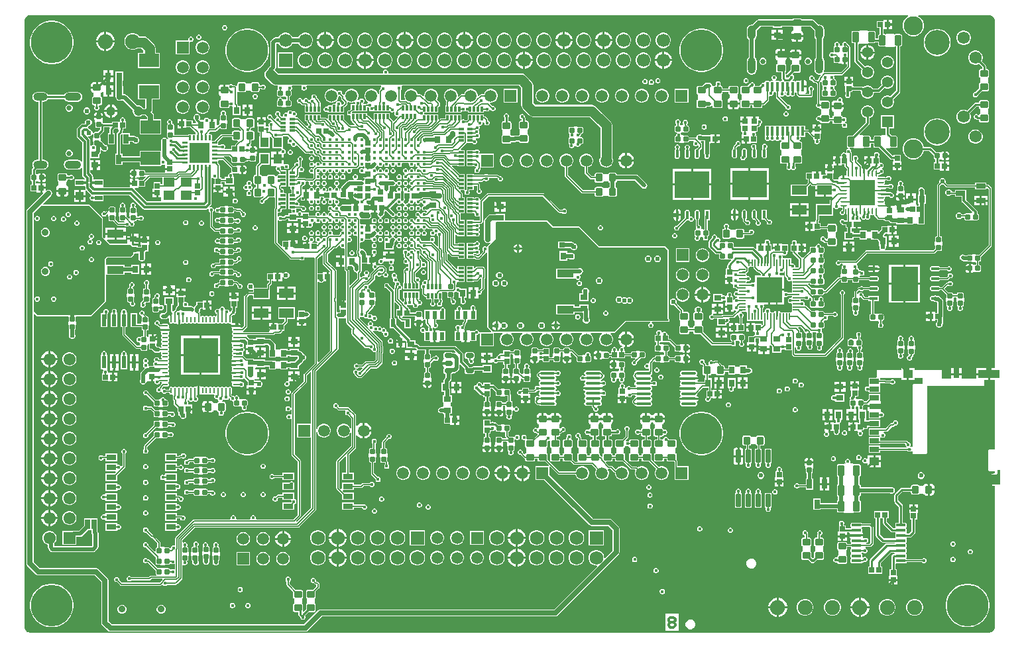
<source format=gbl>
G04*
G04 #@! TF.GenerationSoftware,Altium Limited,Altium Designer,23.11.1 (41)*
G04*
G04 Layer_Physical_Order=8*
G04 Layer_Color=16711680*
%FSLAX44Y44*%
%MOMM*%
G71*
G04*
G04 #@! TF.SameCoordinates,C7E8D478-9E5C-4E13-ACBB-AA16B9FF6824*
G04*
G04*
G04 #@! TF.FilePolarity,Positive*
G04*
G01*
G75*
%ADD10C,0.2540*%
%ADD15C,0.1270*%
%ADD16C,0.2032*%
%ADD18C,0.3810*%
%ADD26R,0.8000X1.0000*%
%ADD32R,0.6400X0.6400*%
%ADD33R,0.9500X0.7500*%
G04:AMPARAMS|DCode=41|XSize=0.6mm|YSize=0.6mm|CornerRadius=0.06mm|HoleSize=0mm|Usage=FLASHONLY|Rotation=90.000|XOffset=0mm|YOffset=0mm|HoleType=Round|Shape=RoundedRectangle|*
%AMROUNDEDRECTD41*
21,1,0.6000,0.4800,0,0,90.0*
21,1,0.4800,0.6000,0,0,90.0*
1,1,0.1200,0.2400,0.2400*
1,1,0.1200,0.2400,-0.2400*
1,1,0.1200,-0.2400,-0.2400*
1,1,0.1200,-0.2400,0.2400*
%
%ADD41ROUNDEDRECTD41*%
%ADD42R,0.7500X0.9500*%
%ADD51R,0.6000X1.5500*%
G04:AMPARAMS|DCode=54|XSize=0.6mm|YSize=0.6mm|CornerRadius=0.06mm|HoleSize=0mm|Usage=FLASHONLY|Rotation=180.000|XOffset=0mm|YOffset=0mm|HoleType=Round|Shape=RoundedRectangle|*
%AMROUNDEDRECTD54*
21,1,0.6000,0.4800,0,0,180.0*
21,1,0.4800,0.6000,0,0,180.0*
1,1,0.1200,-0.2400,0.2400*
1,1,0.1200,0.2400,0.2400*
1,1,0.1200,0.2400,-0.2400*
1,1,0.1200,-0.2400,-0.2400*
%
%ADD54ROUNDEDRECTD54*%
%ADD55R,0.6350X1.2700*%
G04:AMPARAMS|DCode=58|XSize=1mm|YSize=0.9mm|CornerRadius=0.1125mm|HoleSize=0mm|Usage=FLASHONLY|Rotation=0.000|XOffset=0mm|YOffset=0mm|HoleType=Round|Shape=RoundedRectangle|*
%AMROUNDEDRECTD58*
21,1,1.0000,0.6750,0,0,0.0*
21,1,0.7750,0.9000,0,0,0.0*
1,1,0.2250,0.3875,-0.3375*
1,1,0.2250,-0.3875,-0.3375*
1,1,0.2250,-0.3875,0.3375*
1,1,0.2250,0.3875,0.3375*
%
%ADD58ROUNDEDRECTD58*%
%ADD89C,0.9000*%
%ADD93C,1.3900*%
%ADD99C,1.5700*%
%ADD103C,3.2000*%
%ADD104R,1.3900X1.3900*%
%ADD105C,2.4500*%
G04:AMPARAMS|DCode=106|XSize=1mm|YSize=1.8mm|CornerRadius=0.5mm|HoleSize=0mm|Usage=FLASHONLY|Rotation=180.000|XOffset=0mm|YOffset=0mm|HoleType=Round|Shape=RoundedRectangle|*
%AMROUNDEDRECTD106*
21,1,1.0000,0.8000,0,0,180.0*
21,1,0.0000,1.8000,0,0,180.0*
1,1,1.0000,0.0000,0.4000*
1,1,1.0000,0.0000,0.4000*
1,1,1.0000,0.0000,-0.4000*
1,1,1.0000,0.0000,-0.4000*
%
%ADD106ROUNDEDRECTD106*%
G04:AMPARAMS|DCode=107|XSize=1mm|YSize=2.1mm|CornerRadius=0.5mm|HoleSize=0mm|Usage=FLASHONLY|Rotation=180.000|XOffset=0mm|YOffset=0mm|HoleType=Round|Shape=RoundedRectangle|*
%AMROUNDEDRECTD107*
21,1,1.0000,1.1000,0,0,180.0*
21,1,0.0000,2.1000,0,0,180.0*
1,1,1.0000,0.0000,0.5500*
1,1,1.0000,0.0000,0.5500*
1,1,1.0000,0.0000,-0.5500*
1,1,1.0000,0.0000,-0.5500*
%
%ADD107ROUNDEDRECTD107*%
%ADD108C,0.6500*%
G04:AMPARAMS|DCode=111|XSize=1mm|YSize=2.1mm|CornerRadius=0.5mm|HoleSize=0mm|Usage=FLASHONLY|Rotation=270.000|XOffset=0mm|YOffset=0mm|HoleType=Round|Shape=RoundedRectangle|*
%AMROUNDEDRECTD111*
21,1,1.0000,1.1000,0,0,270.0*
21,1,0.0000,2.1000,0,0,270.0*
1,1,1.0000,-0.5500,0.0000*
1,1,1.0000,-0.5500,0.0000*
1,1,1.0000,0.5500,0.0000*
1,1,1.0000,0.5500,0.0000*
%
%ADD111ROUNDEDRECTD111*%
G04:AMPARAMS|DCode=112|XSize=1mm|YSize=1.8mm|CornerRadius=0.5mm|HoleSize=0mm|Usage=FLASHONLY|Rotation=270.000|XOffset=0mm|YOffset=0mm|HoleType=Round|Shape=RoundedRectangle|*
%AMROUNDEDRECTD112*
21,1,1.0000,0.8000,0,0,270.0*
21,1,0.0000,1.8000,0,0,270.0*
1,1,1.0000,-0.4000,0.0000*
1,1,1.0000,-0.4000,0.0000*
1,1,1.0000,0.4000,0.0000*
1,1,1.0000,0.4000,0.0000*
%
%ADD112ROUNDEDRECTD112*%
%ADD113C,0.6350*%
%ADD115C,0.1524*%
%ADD116C,0.5080*%
%ADD117C,0.3048*%
%ADD118C,1.2700*%
%ADD119R,1.5000X1.5000*%
%ADD120C,1.5000*%
%ADD121C,0.6000*%
%ADD122C,0.3556*%
%ADD123C,5.3000*%
%ADD124C,1.7000*%
%ADD125C,1.9000*%
%ADD126C,1.7272*%
%ADD127C,1.2000*%
%ADD128C,1.5500*%
%ADD129R,1.5500X1.5500*%
%ADD130R,1.7000X1.7000*%
%ADD131R,1.6764X1.6764*%
%ADD132R,1.5000X1.5000*%
%ADD133C,0.4064*%
%ADD134C,0.6096*%
%ADD135C,0.6000*%
%ADD137R,1.9000X1.2000*%
G04:AMPARAMS|DCode=138|XSize=1mm|YSize=0.9mm|CornerRadius=0.1125mm|HoleSize=0mm|Usage=FLASHONLY|Rotation=90.000|XOffset=0mm|YOffset=0mm|HoleType=Round|Shape=RoundedRectangle|*
%AMROUNDEDRECTD138*
21,1,1.0000,0.6750,0,0,90.0*
21,1,0.7750,0.9000,0,0,90.0*
1,1,0.2250,0.3375,0.3875*
1,1,0.2250,0.3375,-0.3875*
1,1,0.2250,-0.3375,-0.3875*
1,1,0.2250,-0.3375,0.3875*
%
%ADD138ROUNDEDRECTD138*%
%ADD139R,0.3000X0.6500*%
%ADD140R,0.6400X0.6400*%
G04:AMPARAMS|DCode=141|XSize=0.4mm|YSize=1.2mm|CornerRadius=0.05mm|HoleSize=0mm|Usage=FLASHONLY|Rotation=90.000|XOffset=0mm|YOffset=0mm|HoleType=Round|Shape=RoundedRectangle|*
%AMROUNDEDRECTD141*
21,1,0.4000,1.1000,0,0,90.0*
21,1,0.3000,1.2000,0,0,90.0*
1,1,0.1000,0.5500,0.1500*
1,1,0.1000,0.5500,-0.1500*
1,1,0.1000,-0.5500,-0.1500*
1,1,0.1000,-0.5500,0.1500*
%
%ADD141ROUNDEDRECTD141*%
G04:AMPARAMS|DCode=142|XSize=1.3mm|YSize=0.8mm|CornerRadius=0.1mm|HoleSize=0mm|Usage=FLASHONLY|Rotation=90.000|XOffset=0mm|YOffset=0mm|HoleType=Round|Shape=RoundedRectangle|*
%AMROUNDEDRECTD142*
21,1,1.3000,0.6000,0,0,90.0*
21,1,1.1000,0.8000,0,0,90.0*
1,1,0.2000,0.3000,0.5500*
1,1,0.2000,0.3000,-0.5500*
1,1,0.2000,-0.3000,-0.5500*
1,1,0.2000,-0.3000,0.5500*
%
%ADD142ROUNDEDRECTD142*%
%ADD143R,1.2700X0.7600*%
%ADD144R,0.6000X1.0000*%
G04:AMPARAMS|DCode=145|XSize=1.05mm|YSize=0.6mm|CornerRadius=0.15mm|HoleSize=0mm|Usage=FLASHONLY|Rotation=180.000|XOffset=0mm|YOffset=0mm|HoleType=Round|Shape=RoundedRectangle|*
%AMROUNDEDRECTD145*
21,1,1.0500,0.3000,0,0,180.0*
21,1,0.7500,0.6000,0,0,180.0*
1,1,0.3000,-0.3750,0.1500*
1,1,0.3000,0.3750,0.1500*
1,1,0.3000,0.3750,-0.1500*
1,1,0.3000,-0.3750,-0.1500*
%
%ADD145ROUNDEDRECTD145*%
%ADD146O,2.0000X0.3500*%
G04:AMPARAMS|DCode=147|XSize=0.4mm|YSize=1.2mm|CornerRadius=0.05mm|HoleSize=0mm|Usage=FLASHONLY|Rotation=180.000|XOffset=0mm|YOffset=0mm|HoleType=Round|Shape=RoundedRectangle|*
%AMROUNDEDRECTD147*
21,1,0.4000,1.1000,0,0,180.0*
21,1,0.3000,1.2000,0,0,180.0*
1,1,0.1000,-0.1500,0.5500*
1,1,0.1000,0.1500,0.5500*
1,1,0.1000,0.1500,-0.5500*
1,1,0.1000,-0.1500,-0.5500*
%
%ADD147ROUNDEDRECTD147*%
%ADD148R,1.2000X0.6500*%
G04:AMPARAMS|DCode=149|XSize=0.8078mm|YSize=0.2393mm|CornerRadius=0.1196mm|HoleSize=0mm|Usage=FLASHONLY|Rotation=180.000|XOffset=0mm|YOffset=0mm|HoleType=Round|Shape=RoundedRectangle|*
%AMROUNDEDRECTD149*
21,1,0.8078,0.0000,0,0,180.0*
21,1,0.5686,0.2393,0,0,180.0*
1,1,0.2393,-0.2843,0.0000*
1,1,0.2393,0.2843,0.0000*
1,1,0.2393,0.2843,0.0000*
1,1,0.2393,-0.2843,0.0000*
%
%ADD149ROUNDEDRECTD149*%
G04:AMPARAMS|DCode=150|XSize=0.2393mm|YSize=0.8078mm|CornerRadius=0.1196mm|HoleSize=0mm|Usage=FLASHONLY|Rotation=180.000|XOffset=0mm|YOffset=0mm|HoleType=Round|Shape=RoundedRectangle|*
%AMROUNDEDRECTD150*
21,1,0.2393,0.5686,0,0,180.0*
21,1,0.0000,0.8078,0,0,180.0*
1,1,0.2393,0.0000,0.2843*
1,1,0.2393,0.0000,0.2843*
1,1,0.2393,0.0000,-0.2843*
1,1,0.2393,0.0000,-0.2843*
%
%ADD150ROUNDEDRECTD150*%
%ADD151R,3.2000X3.2000*%
%ADD152R,4.4000X3.5000*%
G04:AMPARAMS|DCode=153|XSize=1.0611mm|YSize=0.3925mm|CornerRadius=0.1962mm|HoleSize=0mm|Usage=FLASHONLY|Rotation=90.000|XOffset=0mm|YOffset=0mm|HoleType=Round|Shape=RoundedRectangle|*
%AMROUNDEDRECTD153*
21,1,1.0611,0.0000,0,0,90.0*
21,1,0.6686,0.3925,0,0,90.0*
1,1,0.3925,0.0000,0.3343*
1,1,0.3925,0.0000,-0.3343*
1,1,0.3925,0.0000,-0.3343*
1,1,0.3925,0.0000,0.3343*
%
%ADD153ROUNDEDRECTD153*%
%ADD154R,3.5000X4.4000*%
G04:AMPARAMS|DCode=155|XSize=1.0611mm|YSize=0.3925mm|CornerRadius=0.1962mm|HoleSize=0mm|Usage=FLASHONLY|Rotation=0.000|XOffset=0mm|YOffset=0mm|HoleType=Round|Shape=RoundedRectangle|*
%AMROUNDEDRECTD155*
21,1,1.0611,0.0000,0,0,0.0*
21,1,0.6686,0.3925,0,0,0.0*
1,1,0.3925,0.3343,0.0000*
1,1,0.3925,-0.3343,0.0000*
1,1,0.3925,-0.3343,0.0000*
1,1,0.3925,0.3343,0.0000*
%
%ADD155ROUNDEDRECTD155*%
%ADD156R,2.8000X1.0000*%
%ADD157R,1.2000X1.0000*%
%ADD158R,3.2000X3.2000*%
%ADD159R,0.2000X0.8500*%
%ADD160R,0.9500X0.8000*%
%ADD161C,1.1447*%
%ADD162R,1.2000X0.7000*%
%ADD163R,0.6500X1.2000*%
%ADD164R,2.1500X1.0000*%
G04:AMPARAMS|DCode=165|XSize=0.65mm|YSize=1.65mm|CornerRadius=0.0488mm|HoleSize=0mm|Usage=FLASHONLY|Rotation=0.000|XOffset=0mm|YOffset=0mm|HoleType=Round|Shape=RoundedRectangle|*
%AMROUNDEDRECTD165*
21,1,0.6500,1.5525,0,0,0.0*
21,1,0.5525,1.6500,0,0,0.0*
1,1,0.0975,0.2763,-0.7763*
1,1,0.0975,-0.2763,-0.7763*
1,1,0.0975,-0.2763,0.7763*
1,1,0.0975,0.2763,0.7763*
%
%ADD165ROUNDEDRECTD165*%
%ADD166R,1.1000X1.3000*%
%ADD167R,2.5000X2.5000*%
%ADD168R,1.4000X1.2000*%
%ADD169R,1.0000X1.0000*%
%ADD170O,0.7500X0.2500*%
%ADD171R,4.5000X4.5000*%
%ADD172O,0.2500X0.7500*%
%ADD173R,0.6500X0.3000*%
%ADD174R,0.6400X0.9200*%
%ADD175R,2.1500X3.2500*%
%ADD176R,0.3925X1.0611*%
%ADD177R,1.0611X0.3925*%
%ADD178R,0.8078X0.2393*%
%ADD179C,0.2520*%
%ADD180R,0.8500X0.2000*%
%ADD181R,2.5000X1.7000*%
%ADD182R,1.0000X0.6000*%
%ADD183R,0.9200X0.6400*%
%ADD184C,0.5000*%
G36*
X1659494Y1074532D02*
X1660862Y1073965D01*
X1662094Y1073142D01*
X1663142Y1072094D01*
X1663965Y1070862D01*
X1664532Y1069494D01*
X1664821Y1068041D01*
Y1067300D01*
Y623386D01*
X1658620D01*
Y615846D01*
Y608307D01*
X1664821D01*
Y519721D01*
X1657850D01*
X1656878Y519319D01*
X1656475Y518346D01*
Y492846D01*
X1656878Y491874D01*
X1657850Y491472D01*
X1664821D01*
Y488969D01*
X1663903D01*
X1661801Y488406D01*
X1659966Y487346D01*
X1666350D01*
X1667850Y488846D01*
Y492846D01*
X1671350D01*
Y474346D01*
X1659664D01*
X1659917Y474093D01*
X1661801Y473005D01*
X1663903Y472442D01*
X1664821D01*
Y292700D01*
Y291959D01*
X1664532Y290506D01*
X1663965Y289138D01*
X1663142Y287906D01*
X1662094Y286858D01*
X1660862Y286035D01*
X1659494Y285468D01*
X1658041Y285179D01*
X431959D01*
X430506Y285468D01*
X429138Y286035D01*
X427906Y286858D01*
X426858Y287906D01*
X426035Y289138D01*
X425468Y290506D01*
X425179Y291959D01*
Y292700D01*
Y1067300D01*
Y1068041D01*
X425468Y1069494D01*
X426035Y1070862D01*
X426858Y1072094D01*
X427906Y1073142D01*
X429138Y1073965D01*
X430506Y1074532D01*
X431959Y1074821D01*
X1554019D01*
X1554359Y1073551D01*
X1552399Y1072419D01*
X1549881Y1069901D01*
X1548101Y1066818D01*
X1547180Y1063380D01*
Y1059820D01*
X1548101Y1056382D01*
X1549881Y1053298D01*
X1552399Y1050781D01*
X1555482Y1049001D01*
X1558920Y1048080D01*
X1562480D01*
X1565918Y1049001D01*
X1569001Y1050781D01*
X1571519Y1053298D01*
X1573299Y1056382D01*
X1574220Y1059820D01*
Y1063380D01*
X1573299Y1066818D01*
X1571519Y1069901D01*
X1569001Y1072419D01*
X1567041Y1073551D01*
X1567381Y1074821D01*
X1658041D01*
X1659494Y1074532D01*
D02*
G37*
%LPC*%
G36*
X1533740Y1068740D02*
X1529270D01*
Y1064270D01*
X1533740D01*
Y1068740D01*
D02*
G37*
G36*
X1416115Y1070957D02*
X1408365D01*
X1407431Y1070771D01*
X1406638Y1070242D01*
X1406164Y1069532D01*
X1363738D01*
X1362003Y1069187D01*
X1360533Y1068205D01*
X1360533Y1068205D01*
X1355110Y1062782D01*
X1354300Y1062943D01*
X1351854Y1062456D01*
X1349780Y1061070D01*
X1348394Y1058996D01*
X1347907Y1056550D01*
Y1048550D01*
X1348394Y1046104D01*
X1349780Y1044030D01*
X1350456Y1043577D01*
Y1021223D01*
X1349780Y1020770D01*
X1348394Y1018697D01*
X1347907Y1016250D01*
Y1005250D01*
X1348394Y1002804D01*
X1349780Y1000730D01*
X1351854Y999344D01*
X1354300Y998857D01*
X1356746Y999344D01*
X1358820Y1000730D01*
X1360206Y1002804D01*
X1360693Y1005250D01*
Y1016250D01*
X1360206Y1018697D01*
X1358820Y1020770D01*
X1358144Y1021223D01*
Y1043577D01*
X1358820Y1044030D01*
X1360206Y1046104D01*
X1360693Y1048550D01*
Y1055546D01*
X1365615Y1060468D01*
X1380820D01*
Y1058620D01*
X1392860D01*
Y1060468D01*
X1406351D01*
X1406638Y1060038D01*
X1407240Y1059636D01*
Y1055028D01*
X1406935Y1054967D01*
X1405723Y1054157D01*
X1404913Y1052945D01*
X1404628Y1051515D01*
Y1049410D01*
X1412240D01*
X1419852D01*
Y1051515D01*
X1419567Y1052945D01*
X1418757Y1054157D01*
X1417545Y1054967D01*
X1417240Y1055028D01*
Y1059636D01*
X1417842Y1060038D01*
X1418129Y1060468D01*
X1429385D01*
X1434307Y1055546D01*
Y1048550D01*
X1434794Y1046104D01*
X1436168Y1044047D01*
Y1020753D01*
X1434794Y1018697D01*
X1434307Y1016250D01*
Y1005250D01*
X1434794Y1002804D01*
X1436180Y1000730D01*
X1438254Y999344D01*
X1440700Y998857D01*
X1441919Y999100D01*
X1442544Y997929D01*
X1440564Y995948D01*
X1440143Y995318D01*
X1439995Y994575D01*
Y993174D01*
X1438502Y991681D01*
X1438419D01*
X1438163Y991852D01*
X1437420Y992000D01*
X1435975D01*
X1434229Y993746D01*
Y994958D01*
X1433727Y996172D01*
X1432798Y997101D01*
X1431584Y997604D01*
X1430271D01*
X1429057Y997101D01*
X1428128Y996172D01*
X1427625Y994958D01*
Y993645D01*
X1428128Y992431D01*
X1429057Y991502D01*
X1430271Y991000D01*
X1431483D01*
X1433797Y988685D01*
X1434428Y988263D01*
X1435171Y988116D01*
X1436615D01*
X1437555Y987176D01*
Y962458D01*
X1436698Y961601D01*
X1436196Y960387D01*
Y959073D01*
X1436698Y957860D01*
X1437627Y956931D01*
X1438841Y956428D01*
X1440155D01*
X1440213Y956453D01*
X1440403Y956438D01*
X1441621Y955661D01*
X1441669Y955421D01*
X1442198Y954629D01*
X1442800Y954227D01*
Y948234D01*
X1442198Y947832D01*
X1441669Y947040D01*
X1441621Y946800D01*
X1440403Y946023D01*
X1440213Y946008D01*
X1440155Y946033D01*
X1438841D01*
X1437627Y945530D01*
X1436698Y944601D01*
X1436196Y943388D01*
Y942074D01*
X1436698Y940860D01*
X1437627Y939931D01*
X1438841Y939429D01*
X1440155D01*
X1440213Y939453D01*
X1440429Y939436D01*
X1441585Y938845D01*
X1441669Y938421D01*
X1442198Y937629D01*
X1442991Y937100D01*
X1443925Y936914D01*
X1451675D01*
X1452610Y937100D01*
X1453402Y937629D01*
X1453931Y938421D01*
X1454117Y939355D01*
Y939518D01*
X1457502D01*
Y938085D01*
X1457688Y937151D01*
X1458217Y936358D01*
X1459009Y935829D01*
X1459944Y935643D01*
X1467694D01*
X1468628Y935829D01*
X1468821Y935958D01*
X1469847Y935116D01*
X1469640Y934617D01*
Y933303D01*
X1470143Y932090D01*
X1471072Y931161D01*
X1472286Y930658D01*
X1473599D01*
X1474813Y931161D01*
X1475742Y932090D01*
X1476244Y933303D01*
Y934617D01*
X1475742Y935831D01*
X1474813Y936759D01*
X1473766Y937193D01*
X1473616Y937778D01*
X1473640Y938515D01*
X1473991Y938661D01*
X1474920Y939590D01*
X1475423Y940803D01*
Y942117D01*
X1474920Y943331D01*
X1473991Y944259D01*
X1472778Y944762D01*
X1471464D01*
X1471405Y944738D01*
X1471216Y944752D01*
X1469997Y945529D01*
X1469950Y945770D01*
X1469420Y946562D01*
X1468819Y946964D01*
Y951572D01*
X1469124Y951633D01*
X1470336Y952443D01*
X1471146Y953655D01*
X1471430Y955085D01*
Y957190D01*
X1456207D01*
Y955085D01*
X1456491Y953655D01*
X1457301Y952443D01*
X1458513Y951633D01*
X1458819Y951572D01*
Y946964D01*
X1458217Y946562D01*
X1457688Y945770D01*
X1457502Y944835D01*
Y943402D01*
X1454117D01*
Y946105D01*
X1453931Y947040D01*
X1453402Y947832D01*
X1452800Y948234D01*
Y954227D01*
X1453402Y954629D01*
X1453931Y955421D01*
X1454117Y956356D01*
Y963105D01*
X1453931Y964040D01*
X1453402Y964832D01*
X1452610Y965361D01*
X1451675Y965547D01*
X1443925D01*
X1442991Y965361D01*
X1442710Y965174D01*
X1441440Y965809D01*
Y987980D01*
X1441292Y988724D01*
X1441190Y988876D01*
X1442303Y989989D01*
X1443573Y989463D01*
Y986248D01*
X1443719Y985519D01*
X1444132Y984900D01*
X1444444Y984692D01*
X1444812Y984023D01*
X1444926Y983157D01*
X1444578Y982319D01*
Y981005D01*
X1444664Y980799D01*
X1444748Y979552D01*
X1444132Y979108D01*
X1443719Y978490D01*
X1443573Y977760D01*
Y972960D01*
X1443719Y972230D01*
X1444132Y971612D01*
X1444750Y971199D01*
X1445480Y971053D01*
X1450187D01*
X1450880Y970360D01*
X1454880D01*
X1455573Y971053D01*
X1460280D01*
X1461010Y971199D01*
X1461628Y971612D01*
X1462041Y972230D01*
X1462187Y972960D01*
Y977760D01*
X1462041Y978490D01*
X1461628Y979108D01*
X1461010Y979521D01*
X1460555Y979612D01*
X1460068Y980485D01*
X1459955Y980921D01*
Y982235D01*
X1459608Y983072D01*
X1460218Y984342D01*
X1460280D01*
X1461010Y984487D01*
X1461628Y984900D01*
X1462041Y985519D01*
X1462187Y986248D01*
Y991049D01*
X1462041Y991778D01*
X1461628Y992397D01*
X1461010Y992810D01*
X1460484Y992915D01*
X1460083Y993643D01*
X1459917Y994225D01*
X1459945Y994294D01*
Y995607D01*
X1459443Y996821D01*
X1460002Y998058D01*
X1469000D01*
X1469743Y998205D01*
X1470373Y998627D01*
X1479398Y1007652D01*
X1479819Y1008282D01*
X1479967Y1009025D01*
Y1034239D01*
X1479819Y1034982D01*
X1479398Y1035612D01*
X1476629Y1038381D01*
X1476239Y1038642D01*
X1475920Y1039413D01*
X1474991Y1040342D01*
X1473777Y1040844D01*
X1472463D01*
X1471250Y1040342D01*
X1470321Y1039413D01*
X1469818Y1038199D01*
Y1036886D01*
X1469387Y1036240D01*
X1466854D01*
X1466422Y1036886D01*
Y1038199D01*
X1465920Y1039413D01*
X1464991Y1040342D01*
X1463777Y1040844D01*
X1462463D01*
X1461250Y1040342D01*
X1460321Y1039413D01*
X1459818Y1038199D01*
Y1036885D01*
X1459904Y1036679D01*
X1459988Y1035432D01*
X1459372Y1034988D01*
X1458958Y1034370D01*
X1458813Y1033640D01*
Y1028840D01*
X1458930Y1028255D01*
X1458580Y1027780D01*
X1457994Y1027268D01*
X1457300Y1027555D01*
X1455986D01*
X1454773Y1027053D01*
X1453844Y1026124D01*
X1453341Y1024910D01*
Y1023597D01*
X1453844Y1022383D01*
X1454773Y1021454D01*
X1455986Y1020952D01*
X1457300D01*
X1457668Y1021104D01*
X1458464Y1020581D01*
X1458813Y1020204D01*
Y1015552D01*
X1458958Y1014822D01*
X1459372Y1014203D01*
X1459990Y1013790D01*
X1460720Y1013645D01*
X1465427D01*
X1466120Y1012952D01*
X1468959D01*
X1469495Y1012594D01*
X1470720Y1012350D01*
X1471850D01*
Y1017952D01*
X1474390D01*
Y1012350D01*
X1475520D01*
X1476083Y1011888D01*
Y1009829D01*
X1468195Y1001942D01*
X1447558D01*
X1447127Y1002333D01*
X1446665Y1003099D01*
X1447093Y1005250D01*
Y1016250D01*
X1446606Y1018697D01*
X1445232Y1020753D01*
Y1044047D01*
X1446606Y1046104D01*
X1447093Y1048550D01*
Y1056550D01*
X1446606Y1058996D01*
X1445220Y1061070D01*
X1443146Y1062456D01*
X1440700Y1062943D01*
X1439890Y1062782D01*
X1434467Y1068205D01*
X1432997Y1069187D01*
X1431262Y1069532D01*
X1418316D01*
X1417842Y1070242D01*
X1417050Y1070771D01*
X1416115Y1070957D01*
D02*
G37*
G36*
X1533740Y1061730D02*
X1529270D01*
Y1057260D01*
X1533740D01*
Y1061730D01*
D02*
G37*
G36*
X681657Y1062302D02*
X680343D01*
X679130Y1061799D01*
X678201Y1060870D01*
X677698Y1059657D01*
Y1058343D01*
X678201Y1057130D01*
X679130Y1056201D01*
X680343Y1055698D01*
X681657D01*
X682870Y1056201D01*
X683799Y1057130D01*
X684302Y1058343D01*
Y1059657D01*
X683799Y1060870D01*
X682870Y1061799D01*
X681657Y1062302D01*
D02*
G37*
G36*
X1394130Y1055930D02*
X1388110D01*
Y1050910D01*
X1394130D01*
Y1055930D01*
D02*
G37*
G36*
X1385570D02*
X1379550D01*
Y1050910D01*
X1385570D01*
Y1055930D01*
D02*
G37*
G36*
X785386Y1052470D02*
X782814D01*
X780329Y1051804D01*
X778101Y1050518D01*
X776282Y1048699D01*
X775061Y1046585D01*
X767739D01*
X766518Y1048699D01*
X764699Y1050518D01*
X762471Y1051804D01*
X759986Y1052470D01*
X757414D01*
X754929Y1051804D01*
X752701Y1050518D01*
X750882Y1048699D01*
X749661Y1046585D01*
X745926D01*
X744439Y1046289D01*
X743179Y1045447D01*
X740203Y1042471D01*
X739361Y1041211D01*
X739065Y1039724D01*
Y1009989D01*
X737132Y1008056D01*
X736290Y1006796D01*
X736163Y1006155D01*
X735842Y1006022D01*
X734250Y1004801D01*
X733029Y1003209D01*
X732261Y1001356D01*
X731999Y999367D01*
X732261Y997377D01*
X733029Y995524D01*
X734250Y993932D01*
X741117Y987065D01*
X741117Y987065D01*
X742709Y985844D01*
X744562Y985076D01*
X746551Y984814D01*
X746552Y984814D01*
X748606D01*
X749133Y983544D01*
X749121Y983533D01*
X748618Y982319D01*
Y981005D01*
X748704Y980799D01*
X748788Y979552D01*
X748172Y979108D01*
X747758Y978490D01*
X747613Y977760D01*
Y972960D01*
X747758Y972230D01*
X748172Y971612D01*
X748790Y971199D01*
X749520Y971053D01*
X754227D01*
X754920Y970360D01*
X758920D01*
X759589Y970083D01*
Y967349D01*
X758920Y967072D01*
X755193D01*
X754720Y968213D01*
X753791Y969142D01*
X752577Y969645D01*
X751263D01*
X750050Y969142D01*
X749121Y968213D01*
X748618Y967000D01*
Y966118D01*
X748172Y965820D01*
X747758Y965201D01*
X747613Y964472D01*
Y959671D01*
X747758Y958942D01*
X748172Y958323D01*
X748790Y957910D01*
X749520Y957765D01*
X754227D01*
X754920Y957072D01*
X758920D01*
X759613Y957765D01*
X764320D01*
X765050Y957910D01*
X765668Y958323D01*
X766081Y958942D01*
X766227Y959671D01*
Y964472D01*
X766081Y965201D01*
X765668Y965820D01*
X765050Y966233D01*
X764320Y966378D01*
X764251D01*
Y971053D01*
X764320D01*
X765050Y971199D01*
X765668Y971612D01*
X766081Y972230D01*
X766227Y972960D01*
Y977760D01*
X766081Y978490D01*
X765739Y979002D01*
X766577Y979840D01*
X767080Y981053D01*
Y982367D01*
X766577Y983580D01*
X767140Y984814D01*
X778958D01*
X779521Y983580D01*
X779018Y982367D01*
Y981053D01*
X779521Y979840D01*
X780450Y978911D01*
X781663Y978408D01*
X782977D01*
X784190Y978911D01*
X785119Y979840D01*
X785622Y981053D01*
Y982367D01*
X785119Y983580D01*
X785682Y984814D01*
X880685D01*
X880889Y984433D01*
X881075Y983544D01*
X880334Y982803D01*
X879831Y981590D01*
Y980316D01*
X878656Y979140D01*
X878235Y978510D01*
X878087Y977767D01*
Y974291D01*
X876817Y974124D01*
X876532Y975185D01*
X875378Y977185D01*
X873745Y978818D01*
X871745Y979972D01*
X869515Y980570D01*
X867205D01*
X864975Y979972D01*
X862975Y978818D01*
X861342Y977185D01*
X860188Y975185D01*
X859590Y972955D01*
Y970645D01*
X860188Y968415D01*
X861342Y966415D01*
X862975Y964782D01*
X864008Y964186D01*
X864097Y963757D01*
X864047Y962697D01*
X863366Y962016D01*
X862857Y961915D01*
X862227Y961493D01*
X862226Y961493D01*
X862073Y961339D01*
X860992D01*
X860249Y961191D01*
X860224Y961175D01*
X858210D01*
X857906Y962210D01*
X857895Y962445D01*
X858779Y963330D01*
X859282Y964543D01*
Y965857D01*
X858779Y967070D01*
X857850Y967999D01*
X856637Y968502D01*
X855323D01*
X854110Y967999D01*
X853181Y967070D01*
X853037Y966723D01*
X851557Y965962D01*
X851183D01*
X850449Y967232D01*
X851132Y968415D01*
X851730Y970645D01*
Y972955D01*
X851132Y975185D01*
X849978Y977185D01*
X848345Y978818D01*
X846345Y979972D01*
X844115Y980570D01*
X841805D01*
X839575Y979972D01*
X837575Y978818D01*
X835942Y977185D01*
X834788Y975185D01*
X834264Y973231D01*
X833473Y972856D01*
X832920Y972779D01*
X831144Y974555D01*
Y975767D01*
X830642Y976981D01*
X829713Y977909D01*
X828499Y978412D01*
X827186D01*
X825972Y977909D01*
X825752Y977690D01*
X824694Y977235D01*
X824083Y977680D01*
X822945Y978818D01*
X820945Y979972D01*
X818715Y980570D01*
X816405D01*
X814175Y979972D01*
X812175Y978818D01*
X810542Y977185D01*
X809388Y975185D01*
X808790Y972955D01*
Y970645D01*
X809388Y968415D01*
X810542Y966415D01*
X812175Y964782D01*
X814175Y963628D01*
X816405Y963030D01*
X818715D01*
X820945Y963628D01*
X822945Y964782D01*
X824578Y966415D01*
X825732Y968415D01*
X826330Y970645D01*
Y971236D01*
X827186Y971808D01*
X828398D01*
X830076Y970129D01*
Y967880D01*
X830224Y967136D01*
X830645Y966506D01*
X833718Y963434D01*
Y961886D01*
X832595Y960764D01*
X831994Y960645D01*
X831364Y960223D01*
X831364Y960223D01*
X830735Y960325D01*
X829696Y961109D01*
Y962423D01*
X829193Y963636D01*
X828265Y964565D01*
X827051Y965068D01*
X825737D01*
X824524Y964565D01*
X823595Y963636D01*
X823092Y962423D01*
X821822Y961603D01*
X821443Y961760D01*
X820129D01*
X818915Y961257D01*
X817987Y960328D01*
X817668Y959560D01*
X812907D01*
Y958464D01*
X811637Y957615D01*
X811340Y957738D01*
X810026D01*
X808812Y957236D01*
X807883Y956307D01*
X807381Y955093D01*
Y953780D01*
X807883Y952566D01*
X808812Y951637D01*
X810026Y951134D01*
X811340D01*
X811637Y951258D01*
X812907Y950520D01*
Y950520D01*
X823447D01*
Y950520D01*
X833447D01*
Y956813D01*
X833570Y956936D01*
X834172Y957056D01*
X834802Y957477D01*
X837033Y959708D01*
X837455Y960339D01*
X837602Y961082D01*
Y963300D01*
X838872Y964033D01*
X839575Y963628D01*
X841805Y963030D01*
X844115D01*
X846345Y963628D01*
X846425Y963674D01*
X846625Y963613D01*
X847598Y962885D01*
Y962003D01*
X847045Y961175D01*
X842230D01*
Y954882D01*
X840676Y953328D01*
X839966D01*
X838753Y952825D01*
X837824Y951896D01*
X837321Y950683D01*
Y949369D01*
X837824Y948155D01*
X838753Y947226D01*
X839966Y946724D01*
X841280D01*
X842230Y946089D01*
Y940635D01*
X843058D01*
Y940000D01*
X843205Y939257D01*
X843626Y938626D01*
X846957Y935296D01*
X846471Y934122D01*
X842270D01*
X841632Y934249D01*
X840965D01*
X833447Y941767D01*
Y948060D01*
X812907D01*
Y942965D01*
X811734Y942479D01*
X811072Y943141D01*
X810442Y943562D01*
X809699Y943709D01*
X804159D01*
Y948060D01*
X783619D01*
Y939020D01*
X786042D01*
Y938237D01*
X786189Y937494D01*
X786610Y936863D01*
X787901Y935573D01*
X787729Y934707D01*
X786801Y933778D01*
X786772Y933711D01*
X785274Y933413D01*
X775134Y943553D01*
X774503Y943975D01*
X773760Y944122D01*
X772562D01*
X771708Y945392D01*
X771776Y946176D01*
X772419Y946820D01*
X772922Y948033D01*
Y949347D01*
X772419Y950560D01*
X771490Y951489D01*
X770277Y951992D01*
X768963D01*
X767750Y951489D01*
X767376Y951564D01*
X767249Y951870D01*
X766320Y952799D01*
X765106Y953302D01*
X763792D01*
X762579Y952799D01*
X761650Y951870D01*
X761147Y950657D01*
X759877Y950211D01*
X759657Y950302D01*
X758343D01*
X757130Y949799D01*
X756201Y948870D01*
X755698Y947657D01*
Y946343D01*
X755749Y946220D01*
X755052Y945178D01*
X753733Y945094D01*
X751796Y947031D01*
X752280Y948199D01*
Y949513D01*
X751778Y950727D01*
X750849Y951656D01*
X749635Y952158D01*
X748322D01*
X747108Y951656D01*
X746179Y950727D01*
X745676Y949513D01*
Y948199D01*
X746179Y946986D01*
X747108Y946057D01*
X747737Y945796D01*
X747758Y945764D01*
X747457Y944369D01*
X747326Y944211D01*
X747090Y944113D01*
X746161Y943184D01*
X745848Y942427D01*
X744485Y941993D01*
X741900Y944578D01*
Y945291D01*
X741398Y946505D01*
X740469Y947434D01*
X739255Y947936D01*
X737942D01*
X736728Y947434D01*
X735799Y946505D01*
X735296Y945291D01*
Y943978D01*
X735799Y942764D01*
X736728Y941835D01*
X737942Y941332D01*
X739255D01*
X739536Y941449D01*
X741335Y939650D01*
X741140Y939084D01*
X740712Y938477D01*
X739618D01*
X738404Y937974D01*
X737475Y937045D01*
X736973Y935832D01*
Y934518D01*
X737475Y933305D01*
X737582Y933197D01*
X737507Y932822D01*
X736075Y932129D01*
X735657Y932302D01*
X734779D01*
X734167Y932631D01*
X733740Y933427D01*
Y937330D01*
X722260D01*
Y932860D01*
X723530D01*
Y924930D01*
X725669D01*
Y919970D01*
X725390D01*
Y904430D01*
X738930D01*
Y918685D01*
X739517Y918879D01*
X740200Y918896D01*
X740535Y918395D01*
X741890Y917040D01*
Y904430D01*
X753373D01*
X753570Y904064D01*
X753763Y903160D01*
X753025Y902422D01*
X752522Y901209D01*
Y900240D01*
X749930D01*
Y892470D01*
X756700D01*
Y897340D01*
X757695Y897753D01*
X758624Y898681D01*
X759126Y899895D01*
Y901209D01*
X758624Y902422D01*
X757695Y903351D01*
X756481Y903854D01*
X756461D01*
X755430Y904430D01*
X755430Y905124D01*
Y919886D01*
X755725Y920083D01*
X761540D01*
X763469Y918155D01*
X763119Y916708D01*
X762566Y916479D01*
X761637Y915550D01*
X761134Y914336D01*
Y913023D01*
X761637Y911809D01*
X762566Y910880D01*
X763780Y910377D01*
X764764D01*
X765131Y910331D01*
X765937Y909352D01*
Y908917D01*
X766440Y907704D01*
X767369Y906775D01*
X768582Y906272D01*
X769896D01*
X771109Y906775D01*
X772038Y907704D01*
X772063Y907764D01*
X773561Y908062D01*
X783271Y898352D01*
X784028Y897847D01*
X784920Y897669D01*
X789661D01*
X790130Y897201D01*
X791343Y896698D01*
X792657D01*
X793870Y897201D01*
X794567Y897132D01*
X794595Y897090D01*
X797012Y894674D01*
X797012Y894674D01*
X797642Y894253D01*
X798385Y894105D01*
X800716D01*
X802003Y892818D01*
Y890487D01*
X802150Y889744D01*
X802571Y889114D01*
X804610Y887076D01*
X805201Y885870D01*
X804698Y884657D01*
Y883343D01*
X804242Y883211D01*
X803302Y884247D01*
Y884657D01*
X802799Y885870D01*
X801870Y886799D01*
X800657Y887302D01*
X799343D01*
X798130Y886799D01*
X797201Y885870D01*
X796788Y884874D01*
X796700Y884858D01*
X795606Y884858D01*
X795518Y884874D01*
X795105Y885870D01*
X794176Y886799D01*
X792963Y887302D01*
X791649D01*
X790436Y886799D01*
X789507Y885870D01*
X789004Y884657D01*
Y883343D01*
X789507Y882130D01*
X790436Y881201D01*
X791649Y880698D01*
X792963D01*
X794176Y881201D01*
X795105Y882130D01*
X795422Y882895D01*
X796691Y882932D01*
X796982Y882406D01*
X797138Y882001D01*
X796610Y880924D01*
X794648Y878962D01*
X794586Y878870D01*
X793870Y878799D01*
X792657Y879302D01*
X791343D01*
X790130Y878799D01*
X789201Y877870D01*
X788698Y876657D01*
Y875343D01*
X789201Y874130D01*
X790130Y873201D01*
X791343Y872698D01*
X792657D01*
X792809Y872761D01*
X794079Y871912D01*
Y867258D01*
X792826Y866005D01*
X785077D01*
X784535Y866367D01*
X783792Y866515D01*
X774684D01*
X774158Y867785D01*
X775503Y869130D01*
X775503Y869130D01*
X775924Y869760D01*
X776072Y870503D01*
Y873889D01*
X777293Y874465D01*
X778506Y873962D01*
X779820D01*
X781034Y874465D01*
X781963Y875394D01*
X782465Y876607D01*
Y877921D01*
X781963Y879134D01*
X781034Y880063D01*
X780164Y880424D01*
X779750Y880728D01*
X779271Y881836D01*
X779287Y881920D01*
Y888295D01*
X779444Y888360D01*
X780373Y889289D01*
X780876Y890502D01*
Y891816D01*
X780373Y893029D01*
X779444Y893958D01*
X778231Y894461D01*
X776917D01*
X775704Y893958D01*
X774775Y893029D01*
X774272Y891816D01*
Y890502D01*
X774775Y889289D01*
X775403Y888661D01*
Y887297D01*
X774133Y886449D01*
X773799Y886587D01*
X772486D01*
X771272Y886084D01*
X770343Y885155D01*
X769840Y883942D01*
Y882730D01*
X765777Y878666D01*
X765356Y878036D01*
X765208Y877293D01*
Y876449D01*
X762630D01*
Y865909D01*
Y855909D01*
X764457D01*
X765305Y854639D01*
X765175Y854324D01*
Y853010D01*
X765678Y851796D01*
X766535Y850939D01*
Y847160D01*
X762630D01*
Y836620D01*
Y826620D01*
X765522D01*
X766356Y825350D01*
X766167Y824894D01*
Y823581D01*
X766502Y822772D01*
X765876Y821501D01*
X761980D01*
Y819071D01*
X759079D01*
X758088Y818874D01*
X757248Y818313D01*
X756736Y817801D01*
X753922D01*
X753837Y817885D01*
X752624Y818388D01*
X751310D01*
X750097Y817885D01*
X749845Y817634D01*
X748575Y818160D01*
Y821430D01*
X749845Y822279D01*
X750040Y822198D01*
X751354D01*
X752567Y822701D01*
X753496Y823630D01*
X753999Y824843D01*
Y826157D01*
X755172Y826620D01*
X760170D01*
Y837160D01*
X760170D01*
Y847160D01*
X757243D01*
X757195Y847180D01*
X757084Y847286D01*
X756552Y848638D01*
X756560Y848713D01*
X756786Y849259D01*
Y850573D01*
X756283Y851786D01*
X755354Y852715D01*
X754141Y853218D01*
X753685D01*
X753181Y853721D01*
Y855213D01*
X753877Y855909D01*
X760170D01*
Y866449D01*
X760170D01*
Y876449D01*
X753877D01*
X752827Y877498D01*
X753055Y878051D01*
Y879364D01*
X752553Y880578D01*
X752241Y880890D01*
X752767Y882160D01*
X755667D01*
X756717Y882054D01*
X756886Y880967D01*
Y880723D01*
X757389Y879510D01*
X758318Y878581D01*
X759531Y878078D01*
X760845D01*
X762059Y878581D01*
X762988Y879510D01*
X763490Y880723D01*
Y882037D01*
X762988Y883250D01*
X762059Y884179D01*
X760845Y884682D01*
X759531D01*
X758318Y884179D01*
X757970Y883831D01*
X756700Y884358D01*
Y889930D01*
X748660D01*
X740620D01*
Y882160D01*
X746740D01*
X747266Y880890D01*
X746954Y880578D01*
X746451Y879364D01*
Y878051D01*
X746954Y876837D01*
X747883Y875908D01*
X749097Y875405D01*
X749426D01*
X751130Y873702D01*
Y871595D01*
X750042D01*
X748828Y871093D01*
X747899Y870164D01*
X747446Y869070D01*
X747358Y869044D01*
X746131Y869171D01*
X745602Y869963D01*
X744809Y870492D01*
X743875Y870678D01*
X737125D01*
X736190Y870492D01*
X735398Y869963D01*
X734996Y869361D01*
X729004D01*
X728602Y869963D01*
X727810Y870492D01*
X726875Y870678D01*
X725831D01*
Y880575D01*
X728686Y883430D01*
X738930D01*
Y898970D01*
X725390D01*
Y886726D01*
X721852Y883188D01*
X721347Y882432D01*
X721169Y881540D01*
Y870678D01*
X720125D01*
X719191Y870492D01*
X718398Y869963D01*
X717869Y869171D01*
X717683Y868236D01*
Y860486D01*
X717869Y859552D01*
X718398Y858760D01*
X719191Y858230D01*
X720125Y858045D01*
X721169D01*
Y854660D01*
X720125D01*
X719191Y854474D01*
X718398Y853944D01*
X717869Y853152D01*
X717683Y852218D01*
Y844468D01*
X717869Y843533D01*
X718398Y842741D01*
X719191Y842212D01*
X720125Y842026D01*
X726875D01*
X727810Y842212D01*
X728602Y842741D01*
X729000Y843337D01*
X730191Y843300D01*
X730700Y842073D01*
X728859Y840232D01*
X728196D01*
X726983Y839729D01*
X726054Y838800D01*
X725551Y837587D01*
Y836273D01*
X726054Y835060D01*
X726983Y834131D01*
X728196Y833628D01*
X729510D01*
X730723Y834131D01*
X731652Y835060D01*
X732155Y836273D01*
Y836936D01*
X733819Y838600D01*
X734423Y838720D01*
X735179Y839225D01*
X737979Y842026D01*
X743875D01*
X744963Y840947D01*
Y828060D01*
X744838Y827874D01*
X744691Y827131D01*
Y783701D01*
X744838Y782958D01*
X745260Y782328D01*
X764421Y763167D01*
X765051Y762746D01*
X765794Y762598D01*
X765794Y762598D01*
X776981D01*
X777838Y761741D01*
X779052Y761238D01*
X780366D01*
X781579Y761741D01*
X782508Y762670D01*
X783011Y763883D01*
Y765183D01*
X794968D01*
X796073Y764227D01*
Y629819D01*
X782580Y616326D01*
X782159Y615696D01*
X782011Y614953D01*
Y606753D01*
X767139Y591881D01*
X766718Y591251D01*
X766570Y590508D01*
Y572162D01*
X765302Y572157D01*
X764799Y573370D01*
X763870Y574299D01*
X762657Y574802D01*
X761343D01*
X760130Y574299D01*
X759201Y573370D01*
X758698Y572157D01*
Y570843D01*
X759201Y569630D01*
X760130Y568701D01*
X761343Y568198D01*
X762657D01*
X763870Y568701D01*
X764799Y569630D01*
X765302Y570843D01*
X766570Y570838D01*
Y564506D01*
X765300Y563980D01*
X765140Y564139D01*
X763927Y564642D01*
X762613D01*
X761400Y564139D01*
X760471Y563210D01*
X759968Y561997D01*
Y560683D01*
X760471Y559470D01*
X761400Y558541D01*
X762613Y558038D01*
X763927D01*
X765140Y558541D01*
X765300Y558700D01*
X766570Y558174D01*
Y512488D01*
X766718Y511745D01*
X767139Y511115D01*
X774518Y503736D01*
Y435804D01*
X768735Y430022D01*
X721673D01*
X720824Y431292D01*
X720852Y431360D01*
Y432674D01*
X720349Y433887D01*
X719420Y434816D01*
X718207Y435319D01*
X716893D01*
X715680Y434816D01*
X714751Y433887D01*
X714248Y432674D01*
Y431360D01*
X714276Y431292D01*
X713428Y430022D01*
X696273D01*
X695424Y431292D01*
X695452Y431360D01*
Y432674D01*
X694949Y433887D01*
X694020Y434816D01*
X692807Y435319D01*
X691493D01*
X690280Y434816D01*
X689351Y433887D01*
X688848Y432674D01*
Y431360D01*
X688876Y431292D01*
X688027Y430022D01*
X641896D01*
X641152Y429874D01*
X640522Y429453D01*
X640522Y429453D01*
X618449Y407380D01*
X618027Y406749D01*
X617880Y406006D01*
Y397902D01*
X616735Y397002D01*
X615421D01*
X614208Y396499D01*
X613279Y395570D01*
X612776Y394357D01*
Y393776D01*
X612255Y393345D01*
X610728Y393545D01*
X610110Y393958D01*
X609380Y394104D01*
X604673D01*
X603980Y394797D01*
X599980D01*
X598922Y395535D01*
Y400322D01*
X598922Y400322D01*
X598774Y401065D01*
X598353Y401696D01*
X598353Y401696D01*
X590565Y409484D01*
X589935Y409905D01*
X589192Y410052D01*
X589127D01*
X583302Y415878D01*
Y417090D01*
X582799Y418303D01*
X581870Y419232D01*
X580657Y419735D01*
X579343D01*
X578129Y419232D01*
X577201Y418303D01*
X576698Y417090D01*
Y415776D01*
X577201Y414563D01*
X578129Y413634D01*
X579343Y413131D01*
X580555D01*
X586949Y406737D01*
X587579Y406316D01*
X588323Y406168D01*
X588387D01*
X595038Y399518D01*
Y394104D01*
X594580D01*
X593850Y393958D01*
X593232Y393545D01*
X592818Y392927D01*
X592673Y392197D01*
Y389172D01*
X591403Y388646D01*
X583302Y396747D01*
Y397959D01*
X582799Y399173D01*
X581870Y400102D01*
X580657Y400604D01*
X579343D01*
X578129Y400102D01*
X577201Y399173D01*
X576698Y397959D01*
Y396645D01*
X577201Y395432D01*
X578129Y394503D01*
X579343Y394000D01*
X580555D01*
X593190Y381365D01*
Y380194D01*
X592818Y379638D01*
X592673Y378909D01*
Y374109D01*
X592818Y373379D01*
X593232Y372760D01*
X593850Y372347D01*
X594580Y372202D01*
X599287D01*
X599980Y371508D01*
X603980D01*
X604673Y372202D01*
X609380D01*
X610110Y372347D01*
X610728Y372760D01*
X611045Y373235D01*
X611853Y373431D01*
X612455Y373475D01*
X612810Y373121D01*
X614023Y372618D01*
X615337D01*
X616248Y372995D01*
X617185Y372577D01*
X617518Y372292D01*
Y366848D01*
X617185Y366563D01*
X616248Y366145D01*
X615337Y366522D01*
X614023D01*
X612810Y366019D01*
X612601Y365811D01*
X611280Y366055D01*
X611222Y366350D01*
X610808Y366968D01*
X610190Y367382D01*
X609460Y367527D01*
X604753D01*
X604060Y368220D01*
X600060D01*
X599367Y367527D01*
X595500D01*
X584886Y378141D01*
X584256Y378562D01*
X583512Y378710D01*
X582991D01*
X582799Y379173D01*
X581870Y380102D01*
X580657Y380604D01*
X579343D01*
X578129Y380102D01*
X577201Y379173D01*
X576698Y377959D01*
Y376645D01*
X577201Y375432D01*
X578129Y374503D01*
X579343Y374000D01*
X580657D01*
X581870Y374503D01*
X582193Y374825D01*
X582708D01*
X592753Y364780D01*
Y360820D01*
X592898Y360090D01*
X593312Y359472D01*
X593700Y359212D01*
X593548Y358091D01*
X593489Y357942D01*
X586906D01*
X586163Y357794D01*
X585533Y357373D01*
X584102Y355942D01*
X561727D01*
X560870Y356799D01*
X559657Y357302D01*
X558343D01*
X557130Y356799D01*
X556201Y355870D01*
X555698Y354657D01*
Y353343D01*
X556201Y352130D01*
X557130Y351201D01*
X558343Y350698D01*
X559657D01*
X560870Y351201D01*
X561727Y352058D01*
X584906D01*
X585650Y352206D01*
X586280Y352627D01*
X587711Y354058D01*
X601084D01*
X601570Y352884D01*
X597719Y349033D01*
X549714D01*
X546302Y352445D01*
Y353657D01*
X545799Y354870D01*
X544870Y355799D01*
X543657Y356302D01*
X542343D01*
X541130Y355799D01*
X540201Y354870D01*
X539698Y353657D01*
Y352343D01*
X540201Y351130D01*
X541130Y350201D01*
X542343Y349698D01*
X543555D01*
X547536Y345718D01*
X548166Y345297D01*
X548909Y345149D01*
X598523D01*
X599267Y345297D01*
X599897Y345718D01*
X600675Y346495D01*
X602173Y346197D01*
X602201Y346129D01*
X603130Y345201D01*
X604343Y344698D01*
X605657D01*
X606870Y345201D01*
X607727Y346058D01*
X617900D01*
X618643Y346205D01*
X619274Y346627D01*
X620503Y347856D01*
X620503Y347856D01*
X626468Y353821D01*
X626468Y353821D01*
X626889Y354451D01*
X627037Y355195D01*
X627037Y355195D01*
Y371195D01*
X627429Y371498D01*
X628307Y371872D01*
X629263Y371476D01*
X630577D01*
X631790Y371979D01*
X632719Y372908D01*
X633222Y374121D01*
Y375435D01*
X633173Y375552D01*
X633130Y376838D01*
X633748Y377252D01*
X634161Y377870D01*
X634307Y378600D01*
Y383307D01*
X635000Y384000D01*
Y388000D01*
X634307Y388693D01*
Y393400D01*
X634161Y394130D01*
X633748Y394748D01*
X633132Y395194D01*
X633205Y396441D01*
X633293Y396654D01*
Y397968D01*
X632790Y399182D01*
X631861Y400110D01*
X630648Y400613D01*
X629334D01*
X628307Y400188D01*
X627552Y400484D01*
X627037Y400823D01*
Y403290D01*
X643265Y419518D01*
X774948D01*
X775691Y419665D01*
X776321Y420087D01*
X797373Y441139D01*
X797794Y441769D01*
X797942Y442512D01*
X797942Y442512D01*
Y541259D01*
X799212Y541427D01*
X799548Y540175D01*
X800702Y538175D01*
X802335Y536542D01*
X804335Y535388D01*
X806565Y534790D01*
X808875D01*
X811105Y535388D01*
X813105Y536542D01*
X814738Y538175D01*
X815892Y540175D01*
X816490Y542405D01*
Y544715D01*
X815892Y546945D01*
X814738Y548945D01*
X813105Y550578D01*
X811105Y551732D01*
X808875Y552330D01*
X806565D01*
X804335Y551732D01*
X802335Y550578D01*
X800702Y548945D01*
X799548Y546945D01*
X799212Y545694D01*
X797942Y545861D01*
Y619011D01*
X825730Y646799D01*
X826152Y647430D01*
X826299Y648173D01*
Y686518D01*
X826969Y687067D01*
X833000D01*
X834487Y687363D01*
X834988Y687697D01*
X836258Y687019D01*
Y681990D01*
X836405Y681247D01*
X836827Y680617D01*
X843589Y673854D01*
X843269Y673374D01*
X843121Y672631D01*
Y667369D01*
X843269Y666626D01*
X843690Y665996D01*
X859964Y649722D01*
X860594Y649301D01*
X861337Y649153D01*
X865662D01*
X865711Y649033D01*
X866640Y648104D01*
X867854Y647601D01*
X868143D01*
X869241Y646755D01*
X869377Y646428D01*
X869744Y645541D01*
X870673Y644613D01*
X871887Y644110D01*
X873200D01*
X873978Y643590D01*
Y634282D01*
X871776Y632080D01*
X861278D01*
X860535Y631932D01*
X859904Y631511D01*
X856537Y628144D01*
X852097D01*
X851204Y629036D01*
X849990Y629539D01*
X848677D01*
X847463Y629036D01*
X846534Y628107D01*
X846032Y626894D01*
Y625580D01*
X846534Y624367D01*
X847463Y623438D01*
X848677Y622935D01*
X849990D01*
X851204Y623438D01*
X852026Y624259D01*
X856501D01*
X857027Y622989D01*
X854161Y620124D01*
X852949D01*
X852736Y620036D01*
X851285Y620220D01*
X850356Y621149D01*
X849143Y621651D01*
X847829D01*
X846616Y621149D01*
X845687Y620220D01*
X845184Y619006D01*
Y617693D01*
X845687Y616479D01*
X846616Y615550D01*
X847182Y615315D01*
X847226Y615096D01*
X847647Y614466D01*
X850602Y611511D01*
X850602Y611511D01*
X851232Y611090D01*
X851975Y610942D01*
X851975Y610942D01*
X855237D01*
X855980Y611090D01*
X856610Y611511D01*
X868214Y623116D01*
X875030D01*
X875773Y623263D01*
X876403Y623685D01*
X882373Y629655D01*
X882794Y630285D01*
X882942Y631028D01*
Y642316D01*
X883355Y642934D01*
X883503Y643677D01*
Y651147D01*
X883355Y651890D01*
X882942Y652507D01*
Y656752D01*
X882794Y657495D01*
X882373Y658126D01*
X870731Y669768D01*
X871001Y671294D01*
X871407Y671484D01*
X871454Y671458D01*
X871798Y671114D01*
X873011Y670611D01*
X874325D01*
X875539Y671114D01*
X876034Y671610D01*
X876356Y671546D01*
X877285Y670617D01*
X878498Y670114D01*
X879812D01*
X880938Y670581D01*
X881333Y669627D01*
X882262Y668698D01*
X883475Y668195D01*
X883751Y667784D01*
X883698Y667657D01*
Y666343D01*
X884201Y665130D01*
X885130Y664201D01*
X886343Y663698D01*
X887657D01*
X888870Y664201D01*
X889799Y665130D01*
X890302Y666343D01*
Y667657D01*
X889799Y668870D01*
X888870Y669799D01*
X887657Y670302D01*
X887382Y670714D01*
X887434Y670841D01*
Y672154D01*
X886932Y673368D01*
X886003Y674297D01*
X884789Y674799D01*
X883475D01*
X882349Y674333D01*
X881955Y675286D01*
X881026Y676215D01*
X879812Y676718D01*
X878498D01*
X877285Y676215D01*
X876789Y675720D01*
X876468Y675784D01*
X875539Y676712D01*
X874325Y677215D01*
X873011D01*
X871798Y676712D01*
X870726Y677263D01*
X870296Y677694D01*
X870204Y677732D01*
X870089Y678308D01*
X870592Y679522D01*
Y680835D01*
X870089Y682049D01*
X869160Y682978D01*
X867947Y683480D01*
X866633D01*
X865419Y682978D01*
X864491Y682049D01*
X863988Y680835D01*
Y679522D01*
X864491Y678308D01*
X864938Y677861D01*
X864821Y677474D01*
X863384Y677114D01*
X853397Y687102D01*
X853401Y688107D01*
X853745Y688353D01*
X854659Y688731D01*
X855236Y688492D01*
X856549D01*
X857763Y688995D01*
X859083Y688519D01*
X859661Y687941D01*
X860874Y687438D01*
X862188D01*
X862394Y687523D01*
X863843Y687344D01*
X864772Y686415D01*
X865986Y685912D01*
X867299D01*
X868119Y686252D01*
X868555Y686388D01*
X869611Y685717D01*
X869746Y685391D01*
X870675Y684462D01*
X871888Y683959D01*
X873202D01*
X874416Y684462D01*
X875344Y685391D01*
X875847Y686605D01*
Y687918D01*
X875344Y689132D01*
X874416Y690061D01*
X873202Y690563D01*
X871888D01*
X871068Y690224D01*
X870633Y690087D01*
X869577Y690759D01*
X869442Y691085D01*
X868513Y692014D01*
X867299Y692516D01*
X865986D01*
X865780Y692431D01*
X864331Y692610D01*
X863777Y693164D01*
Y693873D01*
X870688Y700784D01*
X871109Y701414D01*
X871257Y702157D01*
Y702756D01*
X871659D01*
X872389Y702901D01*
X873008Y703314D01*
X873421Y703932D01*
X873566Y704662D01*
Y709369D01*
X874259Y710062D01*
Y714062D01*
X873566Y714755D01*
Y719462D01*
X873421Y720192D01*
X873008Y720810D01*
X872389Y721224D01*
X871659Y721369D01*
X868908D01*
X867734Y721775D01*
Y723089D01*
X867232Y724303D01*
X866303Y725231D01*
X865834Y725426D01*
X864876Y726432D01*
Y727745D01*
X864807Y727912D01*
X864929Y729231D01*
X865559Y729652D01*
X872419Y736513D01*
X872840Y737143D01*
X872988Y737886D01*
Y741082D01*
X874135Y742228D01*
X875633Y741930D01*
X875661Y741863D01*
X876590Y740934D01*
X877804Y740431D01*
X879118D01*
X880331Y740934D01*
X881188Y741791D01*
X882301D01*
X883062Y741918D01*
X883896Y740980D01*
X883981Y740774D01*
X884910Y739846D01*
X886124Y739343D01*
X887437D01*
X888651Y739846D01*
X889580Y740774D01*
X890082Y741988D01*
Y743302D01*
X889580Y744515D01*
X888651Y745444D01*
X888452Y745526D01*
X887523Y746403D01*
X887658Y747125D01*
X887663Y747153D01*
Y750415D01*
X887515Y751158D01*
X887094Y751788D01*
X884788Y754094D01*
X884158Y754515D01*
X883415Y754663D01*
X878289D01*
X877545Y754515D01*
X877370Y754398D01*
X876099Y754626D01*
X875827Y754803D01*
X875799Y754870D01*
X874870Y755799D01*
X874868Y755800D01*
X874811Y755825D01*
X874340Y756260D01*
Y760730D01*
X869870D01*
Y756077D01*
X870320Y754990D01*
X870201Y754870D01*
X869698Y753657D01*
Y752343D01*
X870201Y751130D01*
X871130Y750201D01*
X871197Y750173D01*
X871495Y748674D01*
X867133Y744312D01*
X866712Y743681D01*
X866564Y742938D01*
Y740752D01*
X866001Y740283D01*
X864799Y739871D01*
X863870Y740799D01*
X863726Y740859D01*
Y742234D01*
X863997Y742346D01*
X864926Y743275D01*
X865429Y744489D01*
Y745802D01*
X864926Y747016D01*
X863997Y747945D01*
X862784Y748448D01*
X861470D01*
X860256Y747945D01*
X859327Y747016D01*
X858825Y745802D01*
Y744489D01*
X859327Y743275D01*
X859886Y742717D01*
X859984Y741951D01*
X859921Y741539D01*
X859769Y741174D01*
X859167Y740825D01*
X858698Y740918D01*
X857428D01*
X857428Y740918D01*
X856685Y740770D01*
X856055Y740349D01*
X855231Y739526D01*
X854058Y740012D01*
Y744881D01*
X855373Y746197D01*
X855795Y746827D01*
X855942Y747570D01*
X855942Y747570D01*
Y757530D01*
X862860D01*
Y756260D01*
X867330D01*
Y762000D01*
Y767740D01*
X862860D01*
X862625Y768913D01*
Y769260D01*
X862329Y770747D01*
X861487Y772007D01*
X858747Y774747D01*
X858747Y774747D01*
X857487Y775589D01*
X856000Y775885D01*
X855149Y775715D01*
X853879Y776577D01*
Y783930D01*
X855149Y784778D01*
X855343Y784698D01*
X856657D01*
X857870Y785201D01*
X858799Y786130D01*
X859302Y787343D01*
X859530Y787930D01*
X860235Y787930D01*
X868470Y787930D01*
X868698Y787343D01*
X869201Y786130D01*
X870130Y785201D01*
X871343Y784698D01*
X872657D01*
X873870Y785201D01*
X874799Y786130D01*
X875302Y787343D01*
Y788657D01*
X874799Y789871D01*
X873870Y790799D01*
X873811Y790824D01*
X873563Y792070D01*
X874747Y793253D01*
X875589Y794513D01*
X875614Y794641D01*
X876935Y794771D01*
X877201Y794130D01*
X878130Y793201D01*
X879343Y792698D01*
X880657D01*
X881870Y793201D01*
X882799Y794130D01*
X883302Y795343D01*
Y796657D01*
X882799Y797870D01*
X881870Y798799D01*
X880657Y799302D01*
X879343D01*
X878130Y798799D01*
X877201Y797870D01*
X876935Y797229D01*
X875614Y797359D01*
X875589Y797487D01*
X874747Y798747D01*
X873487Y799589D01*
X873359Y799614D01*
X873229Y800935D01*
X873870Y801201D01*
X874799Y802130D01*
X875302Y803343D01*
Y804657D01*
X874799Y805871D01*
X873870Y806799D01*
X872657Y807302D01*
X871343D01*
X871010Y807164D01*
X869740Y807340D01*
Y807340D01*
X869740Y807340D01*
X865270D01*
Y801600D01*
X862730D01*
Y807340D01*
X858260D01*
X858260Y807340D01*
Y807340D01*
X856990Y807164D01*
X856657Y807302D01*
X855343D01*
X855149Y807222D01*
X853879Y808070D01*
Y813631D01*
X853821Y813922D01*
X854911Y814721D01*
X855335Y814438D01*
X857069Y814093D01*
X857069Y814093D01*
X863874D01*
X864000Y814068D01*
X865734Y814413D01*
X867205Y815395D01*
X868187Y816866D01*
X868532Y818600D01*
X868187Y820334D01*
X867619Y821185D01*
X868298Y822455D01*
X871244D01*
Y828195D01*
X873784D01*
Y822455D01*
X875647D01*
X876351Y821185D01*
X876115Y820000D01*
X876411Y818513D01*
X877253Y817253D01*
X878513Y816411D01*
X878641Y816386D01*
X878771Y815065D01*
X878130Y814799D01*
X877201Y813870D01*
X876698Y812657D01*
Y811343D01*
X877201Y810130D01*
X878130Y809201D01*
X879343Y808698D01*
X880657D01*
X881870Y809201D01*
X882799Y810130D01*
X883302Y811343D01*
Y812657D01*
X882799Y813870D01*
X881870Y814799D01*
X881229Y815065D01*
X881359Y816386D01*
X881487Y816411D01*
X882747Y817253D01*
X884193Y818699D01*
X885035Y819959D01*
X885331Y821446D01*
Y823725D01*
X886184D01*
Y824052D01*
X886524Y824280D01*
X887454Y824518D01*
X892747Y819224D01*
X893201Y818130D01*
X894130Y817201D01*
X895343Y816698D01*
X896657D01*
X897870Y817201D01*
X898799Y818130D01*
X899302Y819343D01*
Y820657D01*
X898799Y821870D01*
X897870Y822799D01*
X896776Y823253D01*
X892029Y828000D01*
X896776Y832747D01*
X897870Y833201D01*
X898799Y834130D01*
X899253Y835224D01*
X899428Y835399D01*
X899834Y835381D01*
X900836Y835011D01*
X901201Y834130D01*
X902130Y833201D01*
X903343Y832698D01*
X904657D01*
X905871Y833201D01*
X906799Y834130D01*
X907065Y834771D01*
X908386Y834641D01*
X908411Y834513D01*
X909253Y833253D01*
X910513Y832411D01*
X910641Y832386D01*
X910771Y831065D01*
X910130Y830799D01*
X909201Y829871D01*
X908698Y828657D01*
Y827343D01*
X909201Y826130D01*
X910130Y825201D01*
X911343Y824698D01*
X912657D01*
X913870Y825201D01*
X914799Y826130D01*
X915302Y827343D01*
Y828657D01*
X914799Y829871D01*
X913870Y830799D01*
X913229Y831065D01*
X913359Y832386D01*
X913487Y832411D01*
X914747Y833253D01*
X915767Y834273D01*
X917177Y834132D01*
X917278Y834052D01*
X918130Y833201D01*
X919343Y832698D01*
X920657D01*
X921870Y833201D01*
X922799Y834130D01*
X923302Y835343D01*
Y836657D01*
X923919Y837009D01*
X924698Y836047D01*
Y835343D01*
X925201Y834130D01*
X926130Y833201D01*
X927343Y832698D01*
X928657D01*
X929870Y833201D01*
X930799Y834130D01*
X931212Y835126D01*
X931300Y835142D01*
X932394D01*
X932482Y835126D01*
X932895Y834130D01*
X933824Y833201D01*
X934773Y832807D01*
X935304Y831877D01*
X935449Y831428D01*
X935377Y831302D01*
X935280D01*
X934067Y830799D01*
X933138Y829871D01*
X932635Y828657D01*
Y827343D01*
X933138Y826130D01*
X934067Y825201D01*
X935280Y824698D01*
X936594D01*
X937249Y824969D01*
X937513Y824793D01*
X938962Y824505D01*
X939078Y824336D01*
X939569Y823316D01*
X938308Y822055D01*
X937564Y822799D01*
X936351Y823302D01*
X935037D01*
X933824Y822799D01*
X932895Y821870D01*
X932648Y821274D01*
X931272Y820786D01*
X931180Y820796D01*
X931005Y820930D01*
X930619Y821861D01*
X929690Y822790D01*
X928477Y823292D01*
X927163D01*
X925950Y822790D01*
X925021Y821861D01*
X924518Y820647D01*
Y819334D01*
X925021Y818120D01*
X925950Y817191D01*
X927163Y816688D01*
X927335D01*
X927413Y816572D01*
X927398Y816297D01*
X926865Y815104D01*
X926130Y814799D01*
X925201Y813870D01*
X924884Y813105D01*
X923720Y812568D01*
X923428Y812541D01*
X923302Y812624D01*
Y812657D01*
X922799Y813870D01*
X921870Y814799D01*
X920657Y815302D01*
X919343D01*
X918130Y814799D01*
X917201Y813870D01*
X916698Y812657D01*
Y811343D01*
X917201Y810130D01*
X918130Y809201D01*
X919343Y808698D01*
X919376D01*
X919459Y808572D01*
X919432Y808280D01*
X918895Y807116D01*
X918130Y806799D01*
X917201Y805871D01*
X916698Y804657D01*
Y803343D01*
X917201Y802130D01*
X918130Y801201D01*
X919343Y800698D01*
X920657D01*
X921870Y801201D01*
X922799Y802130D01*
X923302Y803343D01*
Y803590D01*
X924457Y804696D01*
X924698Y804657D01*
Y803343D01*
X925201Y802130D01*
X926130Y801201D01*
X927343Y800698D01*
X928657D01*
X929870Y801201D01*
X930799Y802130D01*
X931302Y803343D01*
Y804055D01*
X932000Y804446D01*
X932336Y804257D01*
X932698Y803815D01*
Y803343D01*
X933201Y802130D01*
X934130Y801201D01*
X935343Y800698D01*
X936657D01*
X937870Y801201D01*
X938799Y802130D01*
X938827Y802197D01*
X940325Y802495D01*
X941264Y801557D01*
X941894Y801136D01*
X942638Y800988D01*
X942638Y800988D01*
X946249D01*
X946991Y799718D01*
X946684Y799176D01*
X945994D01*
X944781Y798673D01*
X943852Y797744D01*
X943349Y796531D01*
Y795217D01*
X943852Y794003D01*
X944781Y793075D01*
X945994Y792572D01*
X947308D01*
X948521Y793075D01*
X949450Y794003D01*
X949953Y795217D01*
Y795253D01*
X950412Y795560D01*
X951126D01*
X951888Y795236D01*
X952295Y794421D01*
Y793748D01*
X952797Y792535D01*
X953654Y791678D01*
Y779702D01*
X952481Y779216D01*
X947992Y783705D01*
X948285Y785201D01*
X949213Y786130D01*
X949716Y787343D01*
Y788657D01*
X949213Y789870D01*
X948285Y790799D01*
X947071Y791302D01*
X945757D01*
X944544Y790799D01*
X943615Y789870D01*
X943112Y788657D01*
Y787343D01*
X943192Y787149D01*
X942344Y785879D01*
X932868D01*
X931302Y787445D01*
Y788657D01*
X930799Y789871D01*
X929870Y790799D01*
X928657Y791302D01*
X927343D01*
X926130Y790799D01*
X925201Y789871D01*
X924884Y789105D01*
X923720Y788568D01*
X923428Y788541D01*
X923302Y788624D01*
Y788657D01*
X922799Y789871D01*
X921870Y790799D01*
X920657Y791302D01*
X919343D01*
X918130Y790799D01*
X917201Y789871D01*
X916698Y788657D01*
Y787343D01*
X917201Y786130D01*
X918130Y785201D01*
X919343Y784698D01*
X919376D01*
X919459Y784572D01*
X919432Y784280D01*
X918895Y783116D01*
X918130Y782799D01*
X917201Y781870D01*
X916698Y780657D01*
Y779343D01*
X917201Y778130D01*
X918130Y777201D01*
X919343Y776698D01*
X920657D01*
X921010Y776844D01*
X921904Y777173D01*
X922564Y776630D01*
X924567Y774627D01*
X925125Y773960D01*
X924851Y773026D01*
X924698Y772657D01*
X924312Y772303D01*
X923428Y772034D01*
X923302Y772169D01*
Y772657D01*
X922799Y773870D01*
X921870Y774799D01*
X920657Y775302D01*
X919343D01*
X918130Y774799D01*
X917201Y773870D01*
X916698Y772657D01*
Y771343D01*
X917201Y770130D01*
X917844Y769486D01*
X917856Y769408D01*
X917671Y768301D01*
X917569Y768102D01*
X916812Y767789D01*
X915883Y766860D01*
X914682Y766999D01*
X913942Y767628D01*
Y769273D01*
X914799Y770130D01*
X915302Y771343D01*
Y772657D01*
X914799Y773870D01*
X913870Y774799D01*
X912657Y775302D01*
X911343D01*
X910130Y774799D01*
X909201Y773870D01*
X908698Y772657D01*
Y771343D01*
X909201Y770130D01*
X910058Y769273D01*
Y766104D01*
X910206Y765361D01*
X910627Y764731D01*
X911091Y764266D01*
X910793Y762768D01*
X910725Y762740D01*
X909797Y761811D01*
X909294Y760598D01*
Y759284D01*
X909797Y758070D01*
X910725Y757141D01*
X911939Y756639D01*
X913253D01*
X914466Y757141D01*
X914542Y757217D01*
X915812Y756691D01*
Y753649D01*
X914542Y752801D01*
X914474Y752829D01*
X913160D01*
X911947Y752326D01*
X911018Y751397D01*
X910515Y750184D01*
Y750098D01*
X910333Y749976D01*
X909912Y749346D01*
X909764Y748603D01*
Y746321D01*
X909512Y745944D01*
X909364Y745200D01*
X909512Y744457D01*
X909933Y743827D01*
X909999Y743761D01*
Y733028D01*
X909172D01*
Y723988D01*
X914712D01*
Y723988D01*
X929712D01*
Y733028D01*
X929712D01*
X929468Y734298D01*
X929899Y734730D01*
X930402Y735943D01*
Y737257D01*
X929899Y738470D01*
X928970Y739399D01*
X927757Y739902D01*
X926443D01*
X926375Y739874D01*
X925105Y740723D01*
Y744579D01*
X932410Y751884D01*
X932413Y751889D01*
X933166Y752483D01*
X934103Y752397D01*
X934631Y752179D01*
X935944D01*
X937158Y752681D01*
X938087Y753610D01*
X938589Y754824D01*
Y756137D01*
X938087Y757351D01*
X937158Y758280D01*
X935944Y758783D01*
X934631D01*
X934249Y758625D01*
X932979Y759473D01*
Y761113D01*
X932831Y761856D01*
X932410Y762486D01*
X929942Y764955D01*
Y767947D01*
X931212Y768473D01*
X936239Y763447D01*
X936610Y762892D01*
X940525Y758977D01*
Y737686D01*
X939857Y737018D01*
X939493Y736474D01*
X939429Y736385D01*
X938061Y735798D01*
X937578Y735998D01*
X936264D01*
X935051Y735495D01*
X934122Y734566D01*
X933619Y733353D01*
Y732039D01*
X934002Y731114D01*
X932850Y730636D01*
X931921Y729707D01*
X931418Y728494D01*
Y727180D01*
X931921Y725967D01*
X932850Y725038D01*
X933312Y724846D01*
Y718773D01*
X933460Y718030D01*
X933881Y717400D01*
X936247Y715034D01*
X936877Y714613D01*
X937621Y714465D01*
X938460D01*
Y711690D01*
X944792D01*
Y708343D01*
X944133Y707683D01*
X943630Y706469D01*
Y705156D01*
X944133Y703942D01*
X945062Y703013D01*
X946275Y702510D01*
X947589D01*
X948802Y703013D01*
X949731Y703942D01*
X950234Y705156D01*
Y706469D01*
X949731Y707683D01*
X948802Y708612D01*
X948677Y708664D01*
Y711690D01*
X949000D01*
Y711690D01*
X953460D01*
Y711690D01*
X954288D01*
Y710893D01*
X954436Y710150D01*
X954804Y709598D01*
X954609Y709049D01*
X954250Y708366D01*
X953705Y708140D01*
X952776Y707211D01*
X952273Y705997D01*
Y704684D01*
X952776Y703470D01*
X953705Y702541D01*
X954918Y702038D01*
X956232D01*
X957446Y702541D01*
X958374Y703470D01*
X958877Y704684D01*
Y705997D01*
X958412Y707120D01*
X959207Y707916D01*
X959207Y707916D01*
X959629Y708546D01*
X959776Y709289D01*
X959629Y710032D01*
X959289Y710540D01*
X959000Y711690D01*
X959000Y711690D01*
X959000D01*
X959000Y711690D01*
Y720593D01*
X964594D01*
X965250Y719937D01*
Y715230D01*
X965395Y714500D01*
X965808Y713882D01*
X966427Y713468D01*
X967156Y713323D01*
X969379D01*
Y710968D01*
X969527Y710225D01*
X969897Y709670D01*
X969698Y709190D01*
Y707876D01*
X970201Y706663D01*
X971130Y705734D01*
X972344Y705231D01*
X973657D01*
X974871Y705734D01*
X975800Y706663D01*
X976302Y707876D01*
Y709190D01*
X975800Y710403D01*
X974871Y711332D01*
X973657Y711835D01*
X973264D01*
Y713855D01*
X973305Y713882D01*
X973718Y714500D01*
X973863Y715230D01*
Y719937D01*
X974556Y720630D01*
Y720953D01*
X975375Y721654D01*
X976620Y721562D01*
X977549Y720634D01*
X978762Y720131D01*
X979850D01*
Y713543D01*
X982639D01*
Y710205D01*
X982218Y709190D01*
Y707876D01*
X982721Y706663D01*
X983650Y705734D01*
X984863Y705231D01*
X986177D01*
X987390Y705734D01*
X988319Y706663D01*
X988822Y707876D01*
Y709190D01*
X988319Y710403D01*
X987818Y710905D01*
Y713543D01*
X989890D01*
Y725583D01*
X982640D01*
X982390Y725633D01*
X981889D01*
X981290Y726232D01*
X980076Y726735D01*
X978762D01*
X977674Y726284D01*
X977073Y726503D01*
X976404Y726883D01*
Y730594D01*
X977190Y731381D01*
X977693Y732594D01*
Y732879D01*
X978460Y733831D01*
X987500D01*
Y743831D01*
Y754371D01*
X978460D01*
Y750980D01*
X977287Y750494D01*
X965737Y762043D01*
Y769197D01*
X966910Y769683D01*
X970482Y766112D01*
X970482Y766112D01*
X971112Y765691D01*
X971856Y765543D01*
X971856Y765543D01*
X978888D01*
Y763120D01*
X987928D01*
Y773120D01*
Y783660D01*
X978888D01*
Y782832D01*
X975499D01*
Y793480D01*
X976672Y793966D01*
X976833Y793805D01*
X977463Y793384D01*
X978206Y793236D01*
X978460D01*
Y792409D01*
X987500D01*
Y802409D01*
Y812949D01*
X982307D01*
Y819638D01*
X982160Y820381D01*
X982129Y820427D01*
X982808Y821697D01*
X987500D01*
Y831697D01*
Y842237D01*
X984922D01*
Y846311D01*
X984922Y846312D01*
X984774Y847055D01*
X984353Y847685D01*
X984353Y847685D01*
X982226Y849812D01*
X982712Y850986D01*
X986537Y850986D01*
X986586D01*
D01*
X986843Y850986D01*
X986941Y850909D01*
X987196Y850468D01*
X987606Y849759D01*
X987298Y849017D01*
Y847703D01*
X987801Y846490D01*
X988730Y845561D01*
X989943Y845058D01*
X991257D01*
X992470Y845561D01*
X993399Y846490D01*
X993902Y847703D01*
Y849017D01*
X993650Y849624D01*
X993660Y849638D01*
X993807Y850381D01*
Y850986D01*
X999000D01*
Y856823D01*
X1003220D01*
Y852518D01*
X1003368Y851775D01*
X1003536Y851523D01*
X1003406Y851393D01*
X1002903Y850180D01*
Y848866D01*
X1003406Y847652D01*
X1004335Y846723D01*
X1005548Y846221D01*
X1006862D01*
X1008076Y846723D01*
X1009005Y847652D01*
X1009507Y848866D01*
Y850180D01*
X1009005Y851393D01*
X1008076Y852322D01*
X1007504Y852559D01*
X1007465Y852753D01*
X1007105Y853292D01*
Y858021D01*
X1006957Y858764D01*
X1006536Y859394D01*
X1005792Y860138D01*
X1005162Y860559D01*
X1005110Y860570D01*
X1005235Y861840D01*
X1009588D01*
X1010331Y861987D01*
X1010961Y862409D01*
X1011552Y862999D01*
X1013129D01*
X1013337Y862790D01*
X1014551Y862287D01*
X1015865D01*
X1017078Y862790D01*
X1018007Y863719D01*
X1018510Y864932D01*
Y866246D01*
X1018889Y866813D01*
X1028521D01*
X1028833Y866605D01*
X1029576Y866457D01*
X1029931Y865282D01*
Y864932D01*
X1030433Y863719D01*
X1031362Y862790D01*
X1032576Y862287D01*
X1033889D01*
X1035103Y862790D01*
X1036032Y863719D01*
X1036535Y864932D01*
Y866246D01*
X1036032Y867460D01*
X1035103Y868389D01*
X1033889Y868891D01*
X1032678D01*
X1031796Y869772D01*
X1031166Y870194D01*
X1030423Y870341D01*
X1030276D01*
X1029963Y870550D01*
X1029220Y870698D01*
X1018414D01*
X1018212Y870900D01*
X1017582Y871321D01*
X1016839Y871469D01*
X1013577D01*
X1012834Y871321D01*
X1012204Y870900D01*
X1012002Y870698D01*
X999000D01*
Y871526D01*
X989960D01*
Y865986D01*
Y853078D01*
X989923Y852891D01*
Y851654D01*
X988730Y851159D01*
X987500Y851726D01*
X987500Y851984D01*
Y860986D01*
Y871526D01*
X981207D01*
X971091Y881641D01*
X971577Y882815D01*
X978460D01*
Y881987D01*
X987500D01*
Y891987D01*
Y902527D01*
X982877D01*
X982391Y903700D01*
X989508Y910817D01*
X989930Y911448D01*
X989982Y911710D01*
X995232D01*
X995327Y911691D01*
X997376D01*
X997568Y911228D01*
X998497Y910300D01*
X999710Y909797D01*
X1001024D01*
X1002238Y910300D01*
X1003167Y911228D01*
X1003669Y912442D01*
Y913756D01*
X1003167Y914969D01*
X1002238Y915898D01*
X1001879Y916047D01*
X1001890Y917417D01*
X1002308Y917581D01*
X1003134Y917239D01*
X1004448D01*
X1005661Y917742D01*
X1006590Y918671D01*
X1007093Y919884D01*
Y921198D01*
X1006590Y922411D01*
X1005661Y923340D01*
X1005928Y923936D01*
X1005959Y923967D01*
X1006461Y925181D01*
Y926494D01*
X1005959Y927708D01*
X1005356Y928311D01*
X1005366Y928362D01*
X1006295Y929290D01*
X1006797Y930504D01*
Y931818D01*
X1006479Y932586D01*
X1007111Y933707D01*
X1007241Y933814D01*
X1007894D01*
X1009107Y934317D01*
X1010036Y935245D01*
X1010539Y936459D01*
Y937773D01*
X1010823Y938185D01*
X1011574Y938220D01*
X1012698Y937095D01*
Y936603D01*
X1013201Y935390D01*
X1014130Y934461D01*
X1015343Y933958D01*
X1016657D01*
X1017870Y934461D01*
X1018799Y935390D01*
X1019302Y936603D01*
Y937917D01*
X1018799Y939130D01*
X1017870Y940059D01*
X1017408Y940251D01*
Y941127D01*
X1017260Y941870D01*
X1016839Y942500D01*
X1014426Y944913D01*
X1013795Y945334D01*
X1013052Y945482D01*
X1012417D01*
Y948060D01*
X1006877D01*
Y948060D01*
X991877D01*
Y941767D01*
X990456Y940345D01*
X988629D01*
X987779Y941195D01*
X986566Y941698D01*
X985252D01*
X984398Y941344D01*
X983129Y941945D01*
Y948060D01*
X968129D01*
Y948060D01*
X962589D01*
Y942867D01*
X957202D01*
X956459Y942719D01*
X955829Y942298D01*
X955013Y941483D01*
X953840Y941969D01*
Y948060D01*
X936098D01*
X935715Y948633D01*
Y949947D01*
X936098Y950520D01*
X953840D01*
Y956813D01*
X955373Y958347D01*
X955795Y958977D01*
X955942Y959720D01*
Y962360D01*
X955942Y962360D01*
X955795Y963103D01*
X955373Y963733D01*
X951985Y967121D01*
X952732Y968415D01*
X953330Y970645D01*
Y972955D01*
X952732Y975185D01*
X951578Y977185D01*
X949945Y978818D01*
X947945Y979972D01*
X945715Y980570D01*
X943405D01*
X941175Y979972D01*
X939175Y978818D01*
X937542Y977185D01*
X936388Y975185D01*
X935790Y972955D01*
Y971753D01*
X934520Y971227D01*
X932573Y973173D01*
X931943Y973594D01*
X931200Y973742D01*
X927719D01*
X927332Y975185D01*
X926178Y977185D01*
X924545Y978818D01*
X922545Y979972D01*
X920315Y980570D01*
X918005D01*
X915775Y979972D01*
X913775Y978818D01*
X912142Y977185D01*
X910988Y975185D01*
X910390Y972955D01*
Y970645D01*
X910988Y968415D01*
X911480Y967562D01*
X910747Y966292D01*
X906118D01*
X905938Y966472D01*
Y979226D01*
X906795Y980083D01*
X907298Y981297D01*
Y982611D01*
X906911Y983544D01*
X907308Y984453D01*
X907601Y984814D01*
X1056877D01*
X1059814Y981877D01*
Y959939D01*
X1060076Y957950D01*
X1060844Y956097D01*
X1062065Y954505D01*
X1069505Y947065D01*
X1069505Y947065D01*
X1071097Y945844D01*
X1072950Y945076D01*
X1074939Y944814D01*
X1074940Y944814D01*
X1146816D01*
X1160714Y930917D01*
Y893228D01*
X1160228Y892385D01*
X1159630Y890155D01*
Y887845D01*
X1160228Y885615D01*
X1161382Y883615D01*
X1163015Y881982D01*
X1165015Y880828D01*
X1167245Y880230D01*
X1169555D01*
X1171785Y880828D01*
X1173785Y881982D01*
X1175418Y883615D01*
X1176572Y885615D01*
X1177170Y887845D01*
Y890155D01*
X1176572Y892385D01*
X1176086Y893228D01*
Y934100D01*
X1175824Y936089D01*
X1175056Y937943D01*
X1173835Y939535D01*
X1173835Y939535D01*
X1155435Y957935D01*
X1153843Y959156D01*
X1151989Y959924D01*
X1150000Y960186D01*
X1078123D01*
X1075186Y963123D01*
Y985060D01*
X1075186Y985061D01*
X1074924Y987050D01*
X1074156Y988903D01*
X1072935Y990495D01*
X1072935Y990495D01*
X1065495Y997935D01*
X1063903Y999156D01*
X1062050Y999924D01*
X1060061Y1000186D01*
X890594D01*
X889746Y1001456D01*
X889762Y1001495D01*
Y1002809D01*
X889259Y1004022D01*
X888330Y1004951D01*
X887117Y1005454D01*
X885803D01*
X884590Y1004951D01*
X883661Y1004022D01*
X883158Y1002809D01*
Y1001495D01*
X883174Y1001456D01*
X882326Y1000186D01*
X749735D01*
X745119Y1004801D01*
X745104Y1005040D01*
X745697Y1005633D01*
X746539Y1006893D01*
X746835Y1008380D01*
Y1038115D01*
X747535Y1038815D01*
X749661D01*
X750882Y1036701D01*
X752701Y1034882D01*
X754929Y1033596D01*
X757414Y1032930D01*
X759986D01*
X762471Y1033596D01*
X764699Y1034882D01*
X766518Y1036701D01*
X767739Y1038815D01*
X775061D01*
X776282Y1036701D01*
X778101Y1034882D01*
X780329Y1033596D01*
X782814Y1032930D01*
X785386D01*
X787871Y1033596D01*
X790099Y1034882D01*
X791918Y1036701D01*
X793204Y1038929D01*
X793870Y1041414D01*
Y1043986D01*
X793204Y1046471D01*
X791918Y1048699D01*
X790099Y1050518D01*
X787871Y1051804D01*
X785386Y1052470D01*
D02*
G37*
G36*
X1526730Y1068740D02*
X1522260D01*
Y1067470D01*
X1514330D01*
Y1058530D01*
X1517310D01*
Y1050677D01*
X1517114Y1050638D01*
X1516363Y1050137D01*
X1515862Y1049386D01*
X1515685Y1048500D01*
Y1045590D01*
X1512314D01*
Y1052500D01*
X1512138Y1053386D01*
X1511637Y1054137D01*
X1510886Y1054638D01*
X1510000Y1054815D01*
X1504000D01*
X1503114Y1054638D01*
X1503113Y1054637D01*
X1502250Y1055500D01*
X1491750D01*
X1490887Y1054637D01*
X1490886Y1054638D01*
X1490000Y1054815D01*
X1484000D01*
X1483114Y1054638D01*
X1482363Y1054137D01*
X1481862Y1053386D01*
X1481685Y1052500D01*
Y1041500D01*
X1481862Y1040614D01*
X1482363Y1039863D01*
X1483114Y1039362D01*
X1484000Y1039185D01*
X1485410D01*
Y1016200D01*
X1485607Y1015209D01*
X1486169Y1014369D01*
X1494942Y1005595D01*
X1494640Y1005073D01*
X1494080Y1002982D01*
Y1000818D01*
X1494640Y998727D01*
X1495722Y996853D01*
X1497253Y995322D01*
X1499127Y994240D01*
X1501218Y993680D01*
X1503382D01*
X1505473Y994240D01*
X1507347Y995322D01*
X1508878Y996853D01*
X1509960Y998727D01*
X1510520Y1000818D01*
Y1002982D01*
X1509960Y1005073D01*
X1508878Y1006947D01*
X1507347Y1008478D01*
X1505473Y1009560D01*
X1503382Y1010120D01*
X1501218D01*
X1499127Y1009560D01*
X1498604Y1009258D01*
X1490590Y1017273D01*
Y1037864D01*
X1491750Y1038500D01*
X1502250D01*
X1503113Y1039363D01*
X1503114Y1039362D01*
X1504000Y1039185D01*
X1510000D01*
X1510886Y1039362D01*
X1511637Y1039863D01*
X1512002Y1040410D01*
X1515685D01*
Y1037500D01*
X1515862Y1036614D01*
X1516363Y1035863D01*
X1517114Y1035362D01*
X1518000Y1035185D01*
X1524000D01*
X1524886Y1035362D01*
X1524887Y1035363D01*
X1525750Y1034500D01*
X1536250D01*
X1537113Y1035363D01*
X1537114Y1035362D01*
X1538000Y1035185D01*
X1538410D01*
Y978173D01*
X1531396Y971158D01*
X1530873Y971460D01*
X1528782Y972020D01*
X1526618D01*
X1524527Y971460D01*
X1522653Y970378D01*
X1521122Y968847D01*
X1520040Y966973D01*
X1519480Y964882D01*
Y962718D01*
X1520040Y960627D01*
X1521122Y958753D01*
X1522653Y957222D01*
X1524527Y956140D01*
X1526618Y955580D01*
X1528782D01*
X1530873Y956140D01*
X1532747Y957222D01*
X1534278Y958753D01*
X1535360Y960627D01*
X1535920Y962718D01*
Y964882D01*
X1535360Y966973D01*
X1535058Y967495D01*
X1542831Y975269D01*
X1543393Y976109D01*
X1543590Y977100D01*
Y1035185D01*
X1544000D01*
X1544886Y1035362D01*
X1545637Y1035863D01*
X1546138Y1036614D01*
X1546315Y1037500D01*
Y1048500D01*
X1546138Y1049386D01*
X1545637Y1050137D01*
X1544886Y1050638D01*
X1544000Y1050815D01*
X1538000D01*
X1537114Y1050638D01*
X1537113Y1050637D01*
X1536250Y1051500D01*
X1525750D01*
X1524887Y1050637D01*
X1524886Y1050638D01*
X1524000Y1050815D01*
X1522490D01*
Y1057260D01*
X1526730D01*
Y1063000D01*
Y1068740D01*
D02*
G37*
G36*
X1166553Y1053740D02*
X1166370D01*
Y1043970D01*
X1176140D01*
Y1044153D01*
X1175388Y1046961D01*
X1173934Y1049479D01*
X1171879Y1051534D01*
X1169361Y1052988D01*
X1166553Y1053740D01*
D02*
G37*
G36*
X1163830D02*
X1163647D01*
X1160839Y1052988D01*
X1158321Y1051534D01*
X1156266Y1049479D01*
X1154812Y1046961D01*
X1154060Y1044153D01*
Y1043970D01*
X1163830D01*
Y1053740D01*
D02*
G37*
G36*
X1115753D02*
X1115570D01*
Y1043970D01*
X1125340D01*
Y1044153D01*
X1124588Y1046961D01*
X1123134Y1049479D01*
X1121079Y1051534D01*
X1118561Y1052988D01*
X1115753Y1053740D01*
D02*
G37*
G36*
X1113030D02*
X1112847D01*
X1110039Y1052988D01*
X1107521Y1051534D01*
X1105466Y1049479D01*
X1104012Y1046961D01*
X1103260Y1044153D01*
Y1043970D01*
X1113030D01*
Y1053740D01*
D02*
G37*
G36*
X988753D02*
X988570D01*
Y1043970D01*
X998340D01*
Y1044153D01*
X997588Y1046961D01*
X996134Y1049479D01*
X994079Y1051534D01*
X991561Y1052988D01*
X988753Y1053740D01*
D02*
G37*
G36*
X986030D02*
X985847D01*
X983039Y1052988D01*
X980521Y1051534D01*
X978466Y1049479D01*
X977012Y1046961D01*
X976260Y1044153D01*
Y1043970D01*
X986030D01*
Y1053740D01*
D02*
G37*
G36*
X912553D02*
X912370D01*
Y1043970D01*
X922140D01*
Y1044153D01*
X921388Y1046961D01*
X919934Y1049479D01*
X917879Y1051534D01*
X915361Y1052988D01*
X912553Y1053740D01*
D02*
G37*
G36*
X909830D02*
X909647D01*
X906839Y1052988D01*
X904321Y1051534D01*
X902266Y1049479D01*
X900812Y1046961D01*
X900060Y1044153D01*
Y1043970D01*
X909830D01*
Y1053740D01*
D02*
G37*
G36*
X810953D02*
X810770D01*
Y1043970D01*
X820540D01*
Y1044153D01*
X819788Y1046961D01*
X818334Y1049479D01*
X816279Y1051534D01*
X813761Y1052988D01*
X810953Y1053740D01*
D02*
G37*
G36*
X808230D02*
X808047D01*
X805239Y1052988D01*
X802721Y1051534D01*
X800666Y1049479D01*
X799212Y1046961D01*
X798460Y1044153D01*
Y1043970D01*
X808230D01*
Y1053740D01*
D02*
G37*
G36*
X648657Y1050302D02*
X647343D01*
X646130Y1049799D01*
X645201Y1048870D01*
X644698Y1047657D01*
Y1046343D01*
X645201Y1045130D01*
X646130Y1044201D01*
X647343Y1043698D01*
X648657D01*
X649870Y1044201D01*
X650799Y1045130D01*
X651302Y1046343D01*
Y1047657D01*
X650799Y1048870D01*
X649870Y1049799D01*
X648657Y1050302D01*
D02*
G37*
G36*
X1394130Y1048370D02*
X1388110D01*
Y1043350D01*
X1394130D01*
Y1048370D01*
D02*
G37*
G36*
X1385570D02*
X1379550D01*
Y1043350D01*
X1385570D01*
Y1048370D01*
D02*
G37*
G36*
X530185Y1053440D02*
X529870D01*
Y1042670D01*
X540640D01*
Y1042985D01*
X539819Y1046047D01*
X538234Y1048793D01*
X535993Y1051034D01*
X533247Y1052619D01*
X530185Y1053440D01*
D02*
G37*
G36*
X527330D02*
X527015D01*
X523953Y1052619D01*
X521207Y1051034D01*
X518966Y1048793D01*
X517381Y1046047D01*
X516560Y1042985D01*
Y1042670D01*
X527330D01*
Y1053440D01*
D02*
G37*
G36*
X1419852Y1046870D02*
X1413510D01*
Y1041028D01*
X1416115D01*
X1417545Y1041313D01*
X1418757Y1042123D01*
X1419567Y1043335D01*
X1419852Y1044765D01*
Y1046870D01*
D02*
G37*
G36*
X1410970D02*
X1404628D01*
Y1044765D01*
X1404913Y1043335D01*
X1405723Y1042123D01*
X1406935Y1041313D01*
X1408365Y1041028D01*
X1410970D01*
Y1046870D01*
D02*
G37*
G36*
X638657Y1047365D02*
X637343D01*
X636130Y1046862D01*
X635201Y1045933D01*
X634698Y1044720D01*
Y1043406D01*
X634126Y1042550D01*
X618610D01*
Y1025010D01*
X636150D01*
Y1040112D01*
X637206Y1040818D01*
X637343Y1040761D01*
X638657D01*
X639870Y1041264D01*
X640799Y1042193D01*
X641302Y1043406D01*
Y1044720D01*
X640799Y1045933D01*
X639870Y1046862D01*
X638657Y1047365D01*
D02*
G37*
G36*
X1626201Y1055220D02*
X1623799D01*
X1621480Y1054598D01*
X1619400Y1053398D01*
X1617702Y1051700D01*
X1616501Y1049620D01*
X1615880Y1047301D01*
Y1044899D01*
X1616501Y1042580D01*
X1617702Y1040500D01*
X1619400Y1038802D01*
X1621480Y1037601D01*
X1623799Y1036980D01*
X1626201D01*
X1628520Y1037601D01*
X1630600Y1038802D01*
X1632298Y1040500D01*
X1633499Y1042580D01*
X1634120Y1044899D01*
Y1047301D01*
X1633499Y1049620D01*
X1632298Y1051700D01*
X1630600Y1053398D01*
X1628520Y1054598D01*
X1626201Y1055220D01*
D02*
G37*
G36*
X1242586Y1052470D02*
X1240014D01*
X1237529Y1051804D01*
X1235301Y1050518D01*
X1233482Y1048699D01*
X1232196Y1046471D01*
X1231530Y1043986D01*
Y1041414D01*
X1232196Y1038929D01*
X1233482Y1036701D01*
X1235301Y1034882D01*
X1237529Y1033596D01*
X1240014Y1032930D01*
X1242586D01*
X1245071Y1033596D01*
X1247299Y1034882D01*
X1249118Y1036701D01*
X1250404Y1038929D01*
X1251070Y1041414D01*
Y1043986D01*
X1250404Y1046471D01*
X1249118Y1048699D01*
X1247299Y1050518D01*
X1245071Y1051804D01*
X1242586Y1052470D01*
D02*
G37*
G36*
X1217186D02*
X1214614D01*
X1212129Y1051804D01*
X1209901Y1050518D01*
X1208082Y1048699D01*
X1206796Y1046471D01*
X1206130Y1043986D01*
Y1041414D01*
X1206796Y1038929D01*
X1208082Y1036701D01*
X1209901Y1034882D01*
X1212129Y1033596D01*
X1214614Y1032930D01*
X1217186D01*
X1219671Y1033596D01*
X1221899Y1034882D01*
X1223718Y1036701D01*
X1225004Y1038929D01*
X1225670Y1041414D01*
Y1043986D01*
X1225004Y1046471D01*
X1223718Y1048699D01*
X1221899Y1050518D01*
X1219671Y1051804D01*
X1217186Y1052470D01*
D02*
G37*
G36*
X1191786D02*
X1189214D01*
X1186729Y1051804D01*
X1184501Y1050518D01*
X1182682Y1048699D01*
X1181396Y1046471D01*
X1180730Y1043986D01*
Y1041414D01*
X1181396Y1038929D01*
X1182682Y1036701D01*
X1184501Y1034882D01*
X1186729Y1033596D01*
X1189214Y1032930D01*
X1191786D01*
X1194271Y1033596D01*
X1196499Y1034882D01*
X1198318Y1036701D01*
X1199604Y1038929D01*
X1200270Y1041414D01*
Y1043986D01*
X1199604Y1046471D01*
X1198318Y1048699D01*
X1196499Y1050518D01*
X1194271Y1051804D01*
X1191786Y1052470D01*
D02*
G37*
G36*
X1140986D02*
X1138414D01*
X1135929Y1051804D01*
X1133701Y1050518D01*
X1131882Y1048699D01*
X1130596Y1046471D01*
X1129930Y1043986D01*
Y1041414D01*
X1130596Y1038929D01*
X1131882Y1036701D01*
X1133701Y1034882D01*
X1135929Y1033596D01*
X1138414Y1032930D01*
X1140986D01*
X1143471Y1033596D01*
X1145699Y1034882D01*
X1147518Y1036701D01*
X1148804Y1038929D01*
X1149470Y1041414D01*
Y1043986D01*
X1148804Y1046471D01*
X1147518Y1048699D01*
X1145699Y1050518D01*
X1143471Y1051804D01*
X1140986Y1052470D01*
D02*
G37*
G36*
X1090186D02*
X1087614D01*
X1085129Y1051804D01*
X1082901Y1050518D01*
X1081082Y1048699D01*
X1079796Y1046471D01*
X1079130Y1043986D01*
Y1041414D01*
X1079796Y1038929D01*
X1081082Y1036701D01*
X1082901Y1034882D01*
X1085129Y1033596D01*
X1087614Y1032930D01*
X1090186D01*
X1092671Y1033596D01*
X1094899Y1034882D01*
X1096718Y1036701D01*
X1098004Y1038929D01*
X1098670Y1041414D01*
Y1043986D01*
X1098004Y1046471D01*
X1096718Y1048699D01*
X1094899Y1050518D01*
X1092671Y1051804D01*
X1090186Y1052470D01*
D02*
G37*
G36*
X1064786D02*
X1062214D01*
X1059729Y1051804D01*
X1057501Y1050518D01*
X1055682Y1048699D01*
X1054396Y1046471D01*
X1053730Y1043986D01*
Y1041414D01*
X1054396Y1038929D01*
X1055682Y1036701D01*
X1057501Y1034882D01*
X1059729Y1033596D01*
X1062214Y1032930D01*
X1064786D01*
X1067271Y1033596D01*
X1069499Y1034882D01*
X1071318Y1036701D01*
X1072604Y1038929D01*
X1073270Y1041414D01*
Y1043986D01*
X1072604Y1046471D01*
X1071318Y1048699D01*
X1069499Y1050518D01*
X1067271Y1051804D01*
X1064786Y1052470D01*
D02*
G37*
G36*
X1039386D02*
X1036814D01*
X1034329Y1051804D01*
X1032101Y1050518D01*
X1030282Y1048699D01*
X1028996Y1046471D01*
X1028330Y1043986D01*
Y1041414D01*
X1028996Y1038929D01*
X1030282Y1036701D01*
X1032101Y1034882D01*
X1034329Y1033596D01*
X1036814Y1032930D01*
X1039386D01*
X1041871Y1033596D01*
X1044099Y1034882D01*
X1045918Y1036701D01*
X1047204Y1038929D01*
X1047870Y1041414D01*
Y1043986D01*
X1047204Y1046471D01*
X1045918Y1048699D01*
X1044099Y1050518D01*
X1041871Y1051804D01*
X1039386Y1052470D01*
D02*
G37*
G36*
X1013986D02*
X1011414D01*
X1008929Y1051804D01*
X1006701Y1050518D01*
X1004882Y1048699D01*
X1003596Y1046471D01*
X1002930Y1043986D01*
Y1041414D01*
X1003596Y1038929D01*
X1004882Y1036701D01*
X1006701Y1034882D01*
X1008929Y1033596D01*
X1011414Y1032930D01*
X1013986D01*
X1016471Y1033596D01*
X1018699Y1034882D01*
X1020518Y1036701D01*
X1021804Y1038929D01*
X1022470Y1041414D01*
Y1043986D01*
X1021804Y1046471D01*
X1020518Y1048699D01*
X1018699Y1050518D01*
X1016471Y1051804D01*
X1013986Y1052470D01*
D02*
G37*
G36*
X963186D02*
X960614D01*
X958129Y1051804D01*
X955901Y1050518D01*
X954082Y1048699D01*
X952796Y1046471D01*
X952130Y1043986D01*
Y1041414D01*
X952796Y1038929D01*
X954082Y1036701D01*
X955901Y1034882D01*
X958129Y1033596D01*
X960614Y1032930D01*
X963186D01*
X965671Y1033596D01*
X967899Y1034882D01*
X969718Y1036701D01*
X971004Y1038929D01*
X971670Y1041414D01*
Y1043986D01*
X971004Y1046471D01*
X969718Y1048699D01*
X967899Y1050518D01*
X965671Y1051804D01*
X963186Y1052470D01*
D02*
G37*
G36*
X937786D02*
X935214D01*
X932729Y1051804D01*
X930501Y1050518D01*
X928682Y1048699D01*
X927396Y1046471D01*
X926730Y1043986D01*
Y1041414D01*
X927396Y1038929D01*
X928682Y1036701D01*
X930501Y1034882D01*
X932729Y1033596D01*
X935214Y1032930D01*
X937786D01*
X940271Y1033596D01*
X942499Y1034882D01*
X944318Y1036701D01*
X945604Y1038929D01*
X946270Y1041414D01*
Y1043986D01*
X945604Y1046471D01*
X944318Y1048699D01*
X942499Y1050518D01*
X940271Y1051804D01*
X937786Y1052470D01*
D02*
G37*
G36*
X886986D02*
X884414D01*
X881929Y1051804D01*
X879701Y1050518D01*
X877882Y1048699D01*
X876596Y1046471D01*
X875930Y1043986D01*
Y1041414D01*
X876596Y1038929D01*
X877882Y1036701D01*
X879701Y1034882D01*
X881929Y1033596D01*
X884414Y1032930D01*
X886986D01*
X889471Y1033596D01*
X891699Y1034882D01*
X893518Y1036701D01*
X894804Y1038929D01*
X895470Y1041414D01*
Y1043986D01*
X894804Y1046471D01*
X893518Y1048699D01*
X891699Y1050518D01*
X889471Y1051804D01*
X886986Y1052470D01*
D02*
G37*
G36*
X861586D02*
X859014D01*
X856529Y1051804D01*
X854301Y1050518D01*
X852482Y1048699D01*
X851196Y1046471D01*
X850530Y1043986D01*
Y1041414D01*
X851196Y1038929D01*
X852482Y1036701D01*
X854301Y1034882D01*
X856529Y1033596D01*
X859014Y1032930D01*
X861586D01*
X864071Y1033596D01*
X866299Y1034882D01*
X868118Y1036701D01*
X869404Y1038929D01*
X870070Y1041414D01*
Y1043986D01*
X869404Y1046471D01*
X868118Y1048699D01*
X866299Y1050518D01*
X864071Y1051804D01*
X861586Y1052470D01*
D02*
G37*
G36*
X836186D02*
X833614D01*
X831129Y1051804D01*
X828901Y1050518D01*
X827082Y1048699D01*
X825796Y1046471D01*
X825130Y1043986D01*
Y1041414D01*
X825796Y1038929D01*
X827082Y1036701D01*
X828901Y1034882D01*
X831129Y1033596D01*
X833614Y1032930D01*
X836186D01*
X838671Y1033596D01*
X840899Y1034882D01*
X842718Y1036701D01*
X844004Y1038929D01*
X844670Y1041414D01*
Y1043986D01*
X844004Y1046471D01*
X842718Y1048699D01*
X840899Y1050518D01*
X838671Y1051804D01*
X836186Y1052470D01*
D02*
G37*
G36*
X1176140Y1041430D02*
X1166370D01*
Y1031660D01*
X1166553D01*
X1169361Y1032412D01*
X1171879Y1033866D01*
X1173934Y1035921D01*
X1175388Y1038439D01*
X1176140Y1041247D01*
Y1041430D01*
D02*
G37*
G36*
X1163830D02*
X1154060D01*
Y1041247D01*
X1154812Y1038439D01*
X1156266Y1035921D01*
X1158321Y1033866D01*
X1160839Y1032412D01*
X1163647Y1031660D01*
X1163830D01*
Y1041430D01*
D02*
G37*
G36*
X1125340D02*
X1115570D01*
Y1031660D01*
X1115753D01*
X1118561Y1032412D01*
X1121079Y1033866D01*
X1123134Y1035921D01*
X1124588Y1038439D01*
X1125340Y1041247D01*
Y1041430D01*
D02*
G37*
G36*
X1113030D02*
X1103260D01*
Y1041247D01*
X1104012Y1038439D01*
X1105466Y1035921D01*
X1107521Y1033866D01*
X1110039Y1032412D01*
X1112847Y1031660D01*
X1113030D01*
Y1041430D01*
D02*
G37*
G36*
X998340D02*
X988570D01*
Y1031660D01*
X988753D01*
X991561Y1032412D01*
X994079Y1033866D01*
X996134Y1035921D01*
X997588Y1038439D01*
X998340Y1041247D01*
Y1041430D01*
D02*
G37*
G36*
X986030D02*
X976260D01*
Y1041247D01*
X977012Y1038439D01*
X978466Y1035921D01*
X980521Y1033866D01*
X983039Y1032412D01*
X985847Y1031660D01*
X986030D01*
Y1041430D01*
D02*
G37*
G36*
X922140D02*
X912370D01*
Y1031660D01*
X912553D01*
X915361Y1032412D01*
X917879Y1033866D01*
X919934Y1035921D01*
X921388Y1038439D01*
X922140Y1041247D01*
Y1041430D01*
D02*
G37*
G36*
X909830D02*
X900060D01*
Y1041247D01*
X900812Y1038439D01*
X902266Y1035921D01*
X904321Y1033866D01*
X906839Y1032412D01*
X909647Y1031660D01*
X909830D01*
Y1041430D01*
D02*
G37*
G36*
X820540D02*
X810770D01*
Y1031660D01*
X810953D01*
X813761Y1032412D01*
X816279Y1033866D01*
X818334Y1035921D01*
X819788Y1038439D01*
X820540Y1041247D01*
Y1041430D01*
D02*
G37*
G36*
X808230D02*
X798460D01*
Y1041247D01*
X799212Y1038439D01*
X800666Y1035921D01*
X802721Y1033866D01*
X805239Y1032412D01*
X808047Y1031660D01*
X808230D01*
Y1041430D01*
D02*
G37*
G36*
X540640Y1040130D02*
X529870D01*
Y1029360D01*
X530185D01*
X533247Y1030181D01*
X535993Y1031766D01*
X538234Y1034007D01*
X539819Y1036753D01*
X540640Y1039815D01*
Y1040130D01*
D02*
G37*
G36*
X527330D02*
X516560D01*
Y1039815D01*
X517381Y1036753D01*
X518966Y1034007D01*
X521207Y1031766D01*
X523953Y1030181D01*
X527015Y1029360D01*
X527330D01*
Y1040130D01*
D02*
G37*
G36*
X1503570Y1036784D02*
Y1028570D01*
X1511785D01*
X1511143Y1030963D01*
X1509894Y1033127D01*
X1508127Y1034894D01*
X1505963Y1036143D01*
X1503570Y1036784D01*
D02*
G37*
G36*
X1501030Y1036785D02*
X1498637Y1036143D01*
X1496473Y1034894D01*
X1494706Y1033127D01*
X1493457Y1030963D01*
X1492816Y1028570D01*
X1501030D01*
Y1036785D01*
D02*
G37*
G36*
X1395795Y1031612D02*
X1393190D01*
Y1025770D01*
X1399532D01*
Y1027875D01*
X1399247Y1029305D01*
X1398437Y1030517D01*
X1397225Y1031327D01*
X1395795Y1031612D01*
D02*
G37*
G36*
X1390650D02*
X1388045D01*
X1386615Y1031327D01*
X1385403Y1030517D01*
X1384593Y1029305D01*
X1384308Y1027875D01*
Y1025770D01*
X1390650D01*
Y1031612D01*
D02*
G37*
G36*
X1414290Y1031152D02*
X1411685D01*
Y1025310D01*
X1418027D01*
Y1027415D01*
X1417743Y1028845D01*
X1416933Y1030057D01*
X1415721Y1030867D01*
X1414290Y1031152D01*
D02*
G37*
G36*
X1409146D02*
X1406541D01*
X1405110Y1030867D01*
X1403898Y1030057D01*
X1403088Y1028845D01*
X1402804Y1027415D01*
Y1025310D01*
X1409146D01*
Y1031152D01*
D02*
G37*
G36*
X653935Y1042550D02*
X651625D01*
X649395Y1041952D01*
X647395Y1040798D01*
X645762Y1039165D01*
X644608Y1037165D01*
X644010Y1034935D01*
Y1032625D01*
X644608Y1030395D01*
X645762Y1028395D01*
X647395Y1026762D01*
X649395Y1025608D01*
X651625Y1025010D01*
X653935D01*
X656165Y1025608D01*
X658165Y1026762D01*
X659798Y1028395D01*
X660952Y1030395D01*
X661550Y1032625D01*
Y1034935D01*
X660952Y1037165D01*
X659798Y1039165D01*
X658165Y1040798D01*
X656165Y1041952D01*
X653935Y1042550D01*
D02*
G37*
G36*
X1592901Y1057270D02*
X1589499D01*
X1586163Y1056606D01*
X1583020Y1055304D01*
X1580191Y1053415D01*
X1577785Y1051009D01*
X1575896Y1048180D01*
X1574594Y1045038D01*
X1573930Y1041701D01*
Y1038299D01*
X1574594Y1034962D01*
X1575896Y1031820D01*
X1577785Y1028991D01*
X1580191Y1026585D01*
X1583020Y1024696D01*
X1586163Y1023394D01*
X1589499Y1022730D01*
X1592901D01*
X1596237Y1023394D01*
X1599380Y1024696D01*
X1602209Y1026585D01*
X1604615Y1028991D01*
X1606505Y1031820D01*
X1607806Y1034962D01*
X1608470Y1038299D01*
Y1041701D01*
X1607806Y1045038D01*
X1606505Y1048180D01*
X1604615Y1051009D01*
X1602209Y1053415D01*
X1599380Y1055304D01*
X1596237Y1056606D01*
X1592901Y1057270D01*
D02*
G37*
G36*
X1242753Y1028340D02*
X1242570D01*
Y1018570D01*
X1252340D01*
Y1018753D01*
X1251588Y1021561D01*
X1250134Y1024079D01*
X1248079Y1026134D01*
X1245561Y1027588D01*
X1242753Y1028340D01*
D02*
G37*
G36*
X1240030D02*
X1239847D01*
X1237039Y1027588D01*
X1234521Y1026134D01*
X1232466Y1024079D01*
X1231012Y1021561D01*
X1230260Y1018753D01*
Y1018570D01*
X1240030D01*
Y1028340D01*
D02*
G37*
G36*
X1064953D02*
X1064770D01*
Y1018570D01*
X1074540D01*
Y1018753D01*
X1073788Y1021561D01*
X1072334Y1024079D01*
X1070279Y1026134D01*
X1067761Y1027588D01*
X1064953Y1028340D01*
D02*
G37*
G36*
X1062230D02*
X1062047D01*
X1059239Y1027588D01*
X1056721Y1026134D01*
X1054666Y1024079D01*
X1053212Y1021561D01*
X1052460Y1018753D01*
Y1018570D01*
X1062230D01*
Y1028340D01*
D02*
G37*
G36*
X861753D02*
X861570D01*
Y1018570D01*
X871340D01*
Y1018753D01*
X870588Y1021561D01*
X869134Y1024079D01*
X867079Y1026134D01*
X864561Y1027588D01*
X861753Y1028340D01*
D02*
G37*
G36*
X859030D02*
X858847D01*
X856039Y1027588D01*
X853521Y1026134D01*
X851466Y1024079D01*
X850012Y1021561D01*
X849260Y1018753D01*
Y1018570D01*
X859030D01*
Y1028340D01*
D02*
G37*
G36*
X1511785Y1026030D02*
X1503570D01*
Y1017815D01*
X1505963Y1018457D01*
X1508127Y1019706D01*
X1509894Y1021473D01*
X1511143Y1023637D01*
X1511785Y1026030D01*
D02*
G37*
G36*
X1501030D02*
X1492816D01*
X1493457Y1023637D01*
X1494706Y1021473D01*
X1496473Y1019706D01*
X1498637Y1018457D01*
X1501030Y1017815D01*
Y1026030D01*
D02*
G37*
G36*
X462186Y1067770D02*
X457814D01*
X453497Y1067086D01*
X449340Y1065735D01*
X445445Y1063751D01*
X441909Y1061182D01*
X438818Y1058091D01*
X436249Y1054555D01*
X434264Y1050660D01*
X432914Y1046503D01*
X432230Y1042186D01*
Y1037814D01*
X432914Y1033497D01*
X434264Y1029340D01*
X436249Y1025445D01*
X438818Y1021909D01*
X441909Y1018818D01*
X445445Y1016249D01*
X449340Y1014265D01*
X453497Y1012914D01*
X457814Y1012230D01*
X462186D01*
X466503Y1012914D01*
X470660Y1014265D01*
X474555Y1016249D01*
X478091Y1018818D01*
X481182Y1021909D01*
X483751Y1025445D01*
X485736Y1029340D01*
X487086Y1033497D01*
X487770Y1037814D01*
Y1042186D01*
X487086Y1046503D01*
X485736Y1050660D01*
X483751Y1054555D01*
X481182Y1058091D01*
X478091Y1061182D01*
X474555Y1063751D01*
X470660Y1065735D01*
X466503Y1067086D01*
X462186Y1067770D01*
D02*
G37*
G36*
X1427299Y1020270D02*
X1425501D01*
X1423840Y1019582D01*
X1422568Y1018310D01*
X1421880Y1016649D01*
Y1014851D01*
X1422568Y1013190D01*
X1423840Y1011918D01*
X1425501Y1011230D01*
X1427299D01*
X1428960Y1011918D01*
X1430232Y1013190D01*
X1430920Y1014851D01*
Y1016649D01*
X1430232Y1018310D01*
X1428960Y1019582D01*
X1427299Y1020270D01*
D02*
G37*
G36*
X1369499D02*
X1367701D01*
X1366040Y1019582D01*
X1364768Y1018310D01*
X1364080Y1016649D01*
Y1014851D01*
X1364768Y1013190D01*
X1366040Y1011918D01*
X1367701Y1011230D01*
X1369499D01*
X1371160Y1011918D01*
X1372432Y1013190D01*
X1373120Y1014851D01*
Y1016649D01*
X1372432Y1018310D01*
X1371160Y1019582D01*
X1369499Y1020270D01*
D02*
G37*
G36*
X1217186Y1027070D02*
X1214614D01*
X1212129Y1026404D01*
X1209901Y1025118D01*
X1208082Y1023299D01*
X1206796Y1021071D01*
X1206130Y1018586D01*
Y1016014D01*
X1206796Y1013529D01*
X1208082Y1011301D01*
X1209901Y1009482D01*
X1212129Y1008196D01*
X1214614Y1007530D01*
X1217186D01*
X1219671Y1008196D01*
X1221899Y1009482D01*
X1223718Y1011301D01*
X1225004Y1013529D01*
X1225670Y1016014D01*
Y1018586D01*
X1225004Y1021071D01*
X1223718Y1023299D01*
X1221899Y1025118D01*
X1219671Y1026404D01*
X1217186Y1027070D01*
D02*
G37*
G36*
X1191786D02*
X1189214D01*
X1186729Y1026404D01*
X1184501Y1025118D01*
X1182682Y1023299D01*
X1181396Y1021071D01*
X1180730Y1018586D01*
Y1016014D01*
X1181396Y1013529D01*
X1182682Y1011301D01*
X1184501Y1009482D01*
X1186729Y1008196D01*
X1189214Y1007530D01*
X1191786D01*
X1194271Y1008196D01*
X1196499Y1009482D01*
X1198318Y1011301D01*
X1199604Y1013529D01*
X1200270Y1016014D01*
Y1018586D01*
X1199604Y1021071D01*
X1198318Y1023299D01*
X1196499Y1025118D01*
X1194271Y1026404D01*
X1191786Y1027070D01*
D02*
G37*
G36*
X1166386D02*
X1163814D01*
X1161329Y1026404D01*
X1159101Y1025118D01*
X1157282Y1023299D01*
X1155996Y1021071D01*
X1155330Y1018586D01*
Y1016014D01*
X1155996Y1013529D01*
X1157282Y1011301D01*
X1159101Y1009482D01*
X1161329Y1008196D01*
X1163814Y1007530D01*
X1166386D01*
X1168871Y1008196D01*
X1171099Y1009482D01*
X1172918Y1011301D01*
X1174204Y1013529D01*
X1174870Y1016014D01*
Y1018586D01*
X1174204Y1021071D01*
X1172918Y1023299D01*
X1171099Y1025118D01*
X1168871Y1026404D01*
X1166386Y1027070D01*
D02*
G37*
G36*
X1140986D02*
X1138414D01*
X1135929Y1026404D01*
X1133701Y1025118D01*
X1131882Y1023299D01*
X1130596Y1021071D01*
X1129930Y1018586D01*
Y1016014D01*
X1130596Y1013529D01*
X1131882Y1011301D01*
X1133701Y1009482D01*
X1135929Y1008196D01*
X1138414Y1007530D01*
X1140986D01*
X1143471Y1008196D01*
X1145699Y1009482D01*
X1147518Y1011301D01*
X1148804Y1013529D01*
X1149470Y1016014D01*
Y1018586D01*
X1148804Y1021071D01*
X1147518Y1023299D01*
X1145699Y1025118D01*
X1143471Y1026404D01*
X1140986Y1027070D01*
D02*
G37*
G36*
X1115586D02*
X1113014D01*
X1110529Y1026404D01*
X1108301Y1025118D01*
X1106482Y1023299D01*
X1105196Y1021071D01*
X1104530Y1018586D01*
Y1016014D01*
X1105196Y1013529D01*
X1106482Y1011301D01*
X1108301Y1009482D01*
X1110529Y1008196D01*
X1113014Y1007530D01*
X1115586D01*
X1118071Y1008196D01*
X1120299Y1009482D01*
X1122118Y1011301D01*
X1123404Y1013529D01*
X1124070Y1016014D01*
Y1018586D01*
X1123404Y1021071D01*
X1122118Y1023299D01*
X1120299Y1025118D01*
X1118071Y1026404D01*
X1115586Y1027070D01*
D02*
G37*
G36*
X1090186D02*
X1087614D01*
X1085129Y1026404D01*
X1082901Y1025118D01*
X1081082Y1023299D01*
X1079796Y1021071D01*
X1079130Y1018586D01*
Y1016014D01*
X1079796Y1013529D01*
X1081082Y1011301D01*
X1082901Y1009482D01*
X1085129Y1008196D01*
X1087614Y1007530D01*
X1090186D01*
X1092671Y1008196D01*
X1094899Y1009482D01*
X1096718Y1011301D01*
X1098004Y1013529D01*
X1098670Y1016014D01*
Y1018586D01*
X1098004Y1021071D01*
X1096718Y1023299D01*
X1094899Y1025118D01*
X1092671Y1026404D01*
X1090186Y1027070D01*
D02*
G37*
G36*
X1039386D02*
X1036814D01*
X1034329Y1026404D01*
X1032101Y1025118D01*
X1030282Y1023299D01*
X1028996Y1021071D01*
X1028330Y1018586D01*
Y1016014D01*
X1028996Y1013529D01*
X1030282Y1011301D01*
X1032101Y1009482D01*
X1034329Y1008196D01*
X1036814Y1007530D01*
X1039386D01*
X1041871Y1008196D01*
X1044099Y1009482D01*
X1045918Y1011301D01*
X1047204Y1013529D01*
X1047870Y1016014D01*
Y1018586D01*
X1047204Y1021071D01*
X1045918Y1023299D01*
X1044099Y1025118D01*
X1041871Y1026404D01*
X1039386Y1027070D01*
D02*
G37*
G36*
X1013986D02*
X1011414D01*
X1008929Y1026404D01*
X1006701Y1025118D01*
X1004882Y1023299D01*
X1003596Y1021071D01*
X1002930Y1018586D01*
Y1016014D01*
X1003596Y1013529D01*
X1004882Y1011301D01*
X1006701Y1009482D01*
X1008929Y1008196D01*
X1011414Y1007530D01*
X1013986D01*
X1016471Y1008196D01*
X1018699Y1009482D01*
X1020518Y1011301D01*
X1021804Y1013529D01*
X1022470Y1016014D01*
Y1018586D01*
X1021804Y1021071D01*
X1020518Y1023299D01*
X1018699Y1025118D01*
X1016471Y1026404D01*
X1013986Y1027070D01*
D02*
G37*
G36*
X988586D02*
X986014D01*
X983529Y1026404D01*
X981301Y1025118D01*
X979482Y1023299D01*
X978196Y1021071D01*
X977530Y1018586D01*
Y1016014D01*
X978196Y1013529D01*
X979482Y1011301D01*
X981301Y1009482D01*
X983529Y1008196D01*
X986014Y1007530D01*
X988586D01*
X991071Y1008196D01*
X993299Y1009482D01*
X995118Y1011301D01*
X996404Y1013529D01*
X997070Y1016014D01*
Y1018586D01*
X996404Y1021071D01*
X995118Y1023299D01*
X993299Y1025118D01*
X991071Y1026404D01*
X988586Y1027070D01*
D02*
G37*
G36*
X963186D02*
X960614D01*
X958129Y1026404D01*
X955901Y1025118D01*
X954082Y1023299D01*
X952796Y1021071D01*
X952130Y1018586D01*
Y1016014D01*
X952796Y1013529D01*
X954082Y1011301D01*
X955901Y1009482D01*
X958129Y1008196D01*
X960614Y1007530D01*
X963186D01*
X965671Y1008196D01*
X967899Y1009482D01*
X969718Y1011301D01*
X971004Y1013529D01*
X971670Y1016014D01*
Y1018586D01*
X971004Y1021071D01*
X969718Y1023299D01*
X967899Y1025118D01*
X965671Y1026404D01*
X963186Y1027070D01*
D02*
G37*
G36*
X937786D02*
X935214D01*
X932729Y1026404D01*
X930501Y1025118D01*
X928682Y1023299D01*
X927396Y1021071D01*
X926730Y1018586D01*
Y1016014D01*
X927396Y1013529D01*
X928682Y1011301D01*
X930501Y1009482D01*
X932729Y1008196D01*
X935214Y1007530D01*
X937786D01*
X940271Y1008196D01*
X942499Y1009482D01*
X944318Y1011301D01*
X945604Y1013529D01*
X946270Y1016014D01*
Y1018586D01*
X945604Y1021071D01*
X944318Y1023299D01*
X942499Y1025118D01*
X940271Y1026404D01*
X937786Y1027070D01*
D02*
G37*
G36*
X912386D02*
X909814D01*
X907329Y1026404D01*
X905101Y1025118D01*
X903282Y1023299D01*
X901996Y1021071D01*
X901330Y1018586D01*
Y1016014D01*
X901996Y1013529D01*
X903282Y1011301D01*
X905101Y1009482D01*
X907329Y1008196D01*
X909814Y1007530D01*
X912386D01*
X914871Y1008196D01*
X917099Y1009482D01*
X918918Y1011301D01*
X920204Y1013529D01*
X920870Y1016014D01*
Y1018586D01*
X920204Y1021071D01*
X918918Y1023299D01*
X917099Y1025118D01*
X914871Y1026404D01*
X912386Y1027070D01*
D02*
G37*
G36*
X886986D02*
X884414D01*
X881929Y1026404D01*
X879701Y1025118D01*
X877882Y1023299D01*
X876596Y1021071D01*
X875930Y1018586D01*
Y1016014D01*
X876596Y1013529D01*
X877882Y1011301D01*
X879701Y1009482D01*
X881929Y1008196D01*
X884414Y1007530D01*
X886986D01*
X889471Y1008196D01*
X891699Y1009482D01*
X893518Y1011301D01*
X894804Y1013529D01*
X895470Y1016014D01*
Y1018586D01*
X894804Y1021071D01*
X893518Y1023299D01*
X891699Y1025118D01*
X889471Y1026404D01*
X886986Y1027070D01*
D02*
G37*
G36*
X836186D02*
X833614D01*
X831129Y1026404D01*
X828901Y1025118D01*
X827082Y1023299D01*
X825796Y1021071D01*
X825130Y1018586D01*
Y1016014D01*
X825796Y1013529D01*
X827082Y1011301D01*
X828901Y1009482D01*
X831129Y1008196D01*
X833614Y1007530D01*
X836186D01*
X838671Y1008196D01*
X840899Y1009482D01*
X842718Y1011301D01*
X844004Y1013529D01*
X844670Y1016014D01*
Y1018586D01*
X844004Y1021071D01*
X842718Y1023299D01*
X840899Y1025118D01*
X838671Y1026404D01*
X836186Y1027070D01*
D02*
G37*
G36*
X810786D02*
X808214D01*
X805729Y1026404D01*
X803501Y1025118D01*
X801682Y1023299D01*
X800396Y1021071D01*
X799730Y1018586D01*
Y1016014D01*
X800396Y1013529D01*
X801682Y1011301D01*
X803501Y1009482D01*
X805729Y1008196D01*
X808214Y1007530D01*
X810786D01*
X813271Y1008196D01*
X815499Y1009482D01*
X817318Y1011301D01*
X818604Y1013529D01*
X819270Y1016014D01*
Y1018586D01*
X818604Y1021071D01*
X817318Y1023299D01*
X815499Y1025118D01*
X813271Y1026404D01*
X810786Y1027070D01*
D02*
G37*
G36*
X785386D02*
X782814D01*
X780329Y1026404D01*
X778101Y1025118D01*
X776282Y1023299D01*
X774996Y1021071D01*
X774330Y1018586D01*
Y1016014D01*
X774996Y1013529D01*
X776282Y1011301D01*
X778101Y1009482D01*
X780329Y1008196D01*
X782814Y1007530D01*
X785386D01*
X787871Y1008196D01*
X790099Y1009482D01*
X791918Y1011301D01*
X793204Y1013529D01*
X793870Y1016014D01*
Y1018586D01*
X793204Y1021071D01*
X791918Y1023299D01*
X790099Y1025118D01*
X787871Y1026404D01*
X785386Y1027070D01*
D02*
G37*
G36*
X768470D02*
X748930D01*
Y1007530D01*
X768470D01*
Y1027070D01*
D02*
G37*
G36*
X565018Y1052170D02*
X562182D01*
X559443Y1051436D01*
X556987Y1050018D01*
X554982Y1048013D01*
X553564Y1045557D01*
X552830Y1042818D01*
Y1039982D01*
X553564Y1037243D01*
X554982Y1034787D01*
X556987Y1032782D01*
X559443Y1031364D01*
X562182Y1030630D01*
X565018D01*
X567757Y1031364D01*
X569740Y1032509D01*
X574377D01*
X577314Y1029572D01*
Y1026720D01*
X570430D01*
Y1007180D01*
X597970D01*
Y1026720D01*
X592686D01*
Y1032755D01*
X592686Y1032755D01*
X592424Y1034744D01*
X591656Y1036598D01*
X590435Y1038190D01*
X590435Y1038190D01*
X582995Y1045629D01*
X581403Y1046851D01*
X579550Y1047618D01*
X577561Y1047880D01*
X572295D01*
X572218Y1048013D01*
X570213Y1050018D01*
X567757Y1051436D01*
X565018Y1052170D01*
D02*
G37*
G36*
X1528782Y1022820D02*
X1526618D01*
X1524527Y1022260D01*
X1522653Y1021178D01*
X1521122Y1019647D01*
X1520040Y1017773D01*
X1519480Y1015682D01*
Y1013518D01*
X1520040Y1011427D01*
X1521122Y1009553D01*
X1522653Y1008022D01*
X1524527Y1006940D01*
X1526618Y1006380D01*
X1528782D01*
X1530873Y1006940D01*
X1532747Y1008022D01*
X1534278Y1009553D01*
X1535360Y1011427D01*
X1535920Y1013518D01*
Y1015682D01*
X1535360Y1017773D01*
X1534278Y1019647D01*
X1532747Y1021178D01*
X1530873Y1022260D01*
X1528782Y1022820D01*
D02*
G37*
G36*
X1252340Y1016030D02*
X1242570D01*
Y1006260D01*
X1242753D01*
X1245561Y1007012D01*
X1248079Y1008466D01*
X1250134Y1010521D01*
X1251588Y1013039D01*
X1252340Y1015847D01*
Y1016030D01*
D02*
G37*
G36*
X1240030D02*
X1230260D01*
Y1015847D01*
X1231012Y1013039D01*
X1232466Y1010521D01*
X1234521Y1008466D01*
X1237039Y1007012D01*
X1239847Y1006260D01*
X1240030D01*
Y1016030D01*
D02*
G37*
G36*
X1074540D02*
X1064770D01*
Y1006260D01*
X1064953D01*
X1067761Y1007012D01*
X1070279Y1008466D01*
X1072334Y1010521D01*
X1073788Y1013039D01*
X1074540Y1015847D01*
Y1016030D01*
D02*
G37*
G36*
X1062230D02*
X1052460D01*
Y1015847D01*
X1053212Y1013039D01*
X1054666Y1010521D01*
X1056721Y1008466D01*
X1059239Y1007012D01*
X1062047Y1006260D01*
X1062230D01*
Y1016030D01*
D02*
G37*
G36*
X871340D02*
X861570D01*
Y1006260D01*
X861753D01*
X864561Y1007012D01*
X867079Y1008466D01*
X869134Y1010521D01*
X870588Y1013039D01*
X871340Y1015847D01*
Y1016030D01*
D02*
G37*
G36*
X859030D02*
X849260D01*
Y1015847D01*
X850012Y1013039D01*
X851466Y1010521D01*
X853521Y1008466D01*
X856039Y1007012D01*
X858847Y1006260D01*
X859030D01*
Y1016030D01*
D02*
G37*
G36*
X1292186Y1057770D02*
X1287814D01*
X1283497Y1057086D01*
X1279340Y1055735D01*
X1275445Y1053751D01*
X1271909Y1051182D01*
X1268818Y1048091D01*
X1266249Y1044555D01*
X1264265Y1040660D01*
X1262914Y1036503D01*
X1262230Y1032186D01*
Y1027814D01*
X1262914Y1023497D01*
X1264265Y1019340D01*
X1266249Y1015445D01*
X1268818Y1011909D01*
X1271909Y1008818D01*
X1275445Y1006249D01*
X1279340Y1004265D01*
X1283497Y1002914D01*
X1287814Y1002230D01*
X1292186D01*
X1296503Y1002914D01*
X1300660Y1004265D01*
X1304555Y1006249D01*
X1308091Y1008818D01*
X1311182Y1011909D01*
X1313751Y1015445D01*
X1315735Y1019340D01*
X1317086Y1023497D01*
X1317770Y1027814D01*
Y1032186D01*
X1317086Y1036503D01*
X1315735Y1040660D01*
X1313751Y1044555D01*
X1311182Y1048091D01*
X1308091Y1051182D01*
X1304555Y1053751D01*
X1300660Y1055735D01*
X1296503Y1057086D01*
X1292186Y1057770D01*
D02*
G37*
G36*
X712186D02*
X707814D01*
X703497Y1057086D01*
X699340Y1055735D01*
X695445Y1053751D01*
X691909Y1051182D01*
X688818Y1048091D01*
X686249Y1044555D01*
X684265Y1040660D01*
X682914Y1036503D01*
X682230Y1032186D01*
Y1027814D01*
X682914Y1023497D01*
X684265Y1019340D01*
X686249Y1015445D01*
X688818Y1011909D01*
X691909Y1008818D01*
X695445Y1006249D01*
X699340Y1004265D01*
X703497Y1002914D01*
X707814Y1002230D01*
X712186D01*
X716503Y1002914D01*
X720660Y1004265D01*
X724555Y1006249D01*
X728091Y1008818D01*
X731182Y1011909D01*
X733751Y1015445D01*
X735735Y1019340D01*
X737086Y1023497D01*
X737770Y1027814D01*
Y1032186D01*
X737086Y1036503D01*
X735735Y1040660D01*
X733751Y1044555D01*
X731182Y1048091D01*
X728091Y1051182D01*
X724555Y1053751D01*
X720660Y1055735D01*
X716503Y1057086D01*
X712186Y1057770D01*
D02*
G37*
G36*
X653935Y1017150D02*
X651625D01*
X649395Y1016552D01*
X647395Y1015398D01*
X645762Y1013765D01*
X644608Y1011765D01*
X644010Y1009535D01*
Y1007225D01*
X644608Y1004995D01*
X645762Y1002995D01*
X647395Y1001362D01*
X649395Y1000208D01*
X651625Y999610D01*
X653935D01*
X656165Y1000208D01*
X658165Y1001362D01*
X659798Y1002995D01*
X660952Y1004995D01*
X661550Y1007225D01*
Y1009535D01*
X660952Y1011765D01*
X659798Y1013765D01*
X658165Y1015398D01*
X656165Y1016552D01*
X653935Y1017150D01*
D02*
G37*
G36*
X628535D02*
X626225D01*
X623995Y1016552D01*
X621995Y1015398D01*
X620362Y1013765D01*
X619208Y1011765D01*
X618610Y1009535D01*
Y1007225D01*
X619208Y1004995D01*
X620362Y1002995D01*
X621995Y1001362D01*
X623995Y1000208D01*
X626225Y999610D01*
X628535D01*
X630765Y1000208D01*
X632765Y1001362D01*
X634398Y1002995D01*
X635552Y1004995D01*
X636150Y1007225D01*
Y1009535D01*
X635552Y1011765D01*
X634398Y1013765D01*
X632765Y1015398D01*
X630765Y1016552D01*
X628535Y1017150D01*
D02*
G37*
G36*
X538390Y1004240D02*
X533370D01*
Y998220D01*
X538390D01*
Y1004240D01*
D02*
G37*
G36*
X530830D02*
X525810D01*
Y998220D01*
X530830D01*
Y1004240D01*
D02*
G37*
G36*
X1484020Y995860D02*
X1479550D01*
Y991390D01*
X1484020D01*
Y995860D01*
D02*
G37*
G36*
X1477010D02*
X1472540D01*
Y991390D01*
X1477010D01*
Y995860D01*
D02*
G37*
G36*
X1399532Y1023230D02*
X1391920D01*
X1384308D01*
Y1021125D01*
X1384593Y1019695D01*
X1385403Y1018483D01*
X1386615Y1017673D01*
X1386920Y1017612D01*
Y1013004D01*
X1386318Y1012602D01*
X1385789Y1011809D01*
X1385603Y1010875D01*
Y1004125D01*
X1385789Y1003191D01*
X1386318Y1002398D01*
X1387110Y1001869D01*
X1388045Y1001683D01*
X1391935D01*
Y994345D01*
X1392132Y993354D01*
X1392694Y992514D01*
X1393190Y992018D01*
X1392704Y990845D01*
X1392250D01*
X1391559Y990707D01*
X1390974Y990316D01*
X1390026D01*
X1389441Y990707D01*
X1388750Y990845D01*
X1385750D01*
X1385059Y990707D01*
X1384631Y990938D01*
X1384628Y991649D01*
X1384889Y992107D01*
X1385818Y993036D01*
X1386320Y994249D01*
Y995563D01*
X1385818Y996777D01*
X1384889Y997706D01*
X1383675Y998208D01*
X1382361D01*
X1381148Y997706D01*
X1380219Y996777D01*
X1379716Y995563D01*
Y994249D01*
X1380219Y993036D01*
X1381140Y992115D01*
X1381140Y992069D01*
X1380876Y990845D01*
X1379250D01*
X1378559Y990707D01*
X1377974Y990316D01*
X1377026D01*
X1376441Y990707D01*
X1375750Y990845D01*
X1372750D01*
X1372059Y990707D01*
X1371474Y990316D01*
X1371083Y989731D01*
X1370945Y989040D01*
X1369675Y988264D01*
X1369189Y988466D01*
X1367875D01*
X1366662Y987963D01*
X1365733Y987034D01*
X1365230Y985821D01*
Y985733D01*
X1364094Y984597D01*
X1358725D01*
X1358358Y985146D01*
Y986459D01*
X1357856Y987673D01*
X1356927Y988602D01*
X1355713Y989105D01*
X1354400D01*
X1353186Y988602D01*
X1352509Y987924D01*
X1352449Y987913D01*
X1351609Y987351D01*
X1348854Y984597D01*
X1342325D01*
X1341391Y984411D01*
X1340598Y983882D01*
X1340069Y983089D01*
X1339883Y982155D01*
Y975405D01*
X1340069Y974471D01*
X1340598Y973678D01*
X1341200Y973276D01*
Y967284D01*
X1340598Y966882D01*
X1340069Y966089D01*
X1339883Y965155D01*
Y958405D01*
X1340069Y957470D01*
X1340598Y956678D01*
X1341391Y956149D01*
X1342325Y955963D01*
X1350075D01*
X1351010Y956149D01*
X1351802Y956678D01*
X1352331Y957470D01*
X1352517Y958405D01*
Y959838D01*
X1355123D01*
Y958405D01*
X1355309Y957470D01*
X1355838Y956678D01*
X1356631Y956149D01*
X1357565Y955963D01*
X1365315D01*
X1366250Y956149D01*
X1367042Y956678D01*
X1367571Y957470D01*
X1367757Y958405D01*
Y959838D01*
X1367973D01*
X1367974Y959838D01*
X1369742D01*
X1370486Y959986D01*
X1371116Y960407D01*
X1375623Y964914D01*
X1376044Y965545D01*
X1376192Y966288D01*
Y970961D01*
X1377462Y971677D01*
X1378117Y971406D01*
X1379431D01*
X1380644Y971909D01*
X1381573Y972838D01*
X1382076Y974051D01*
Y975365D01*
X1382941Y976373D01*
X1383526Y976764D01*
X1384220D01*
X1385308Y975839D01*
Y970750D01*
X1385455Y970007D01*
X1385877Y969377D01*
X1397698Y957555D01*
Y956343D01*
X1398201Y955130D01*
X1399130Y954201D01*
X1400343Y953698D01*
X1401657D01*
X1402870Y954201D01*
X1403799Y955130D01*
X1404302Y956343D01*
Y957657D01*
X1403799Y958870D01*
X1402870Y959799D01*
X1401657Y960302D01*
X1400445D01*
X1389984Y970762D01*
X1390004Y970831D01*
X1390407Y971037D01*
X1391471Y971323D01*
X1392406Y970936D01*
X1393720D01*
X1394933Y971439D01*
X1395862Y972368D01*
X1396365Y973581D01*
Y974895D01*
X1396251Y975169D01*
X1396137Y975613D01*
X1396260Y975741D01*
X1397777Y975484D01*
X1397863Y975297D01*
X1397635Y974747D01*
Y973433D01*
X1398138Y972220D01*
X1399067Y971291D01*
X1400280Y970788D01*
X1401594D01*
X1402807Y971291D01*
X1403735Y972218D01*
X1404394Y971560D01*
X1405607Y971057D01*
X1406921D01*
X1408135Y971560D01*
X1409064Y972489D01*
X1409566Y973702D01*
Y975016D01*
X1409336Y975573D01*
X1409458Y975744D01*
X1411171Y975955D01*
X1411308Y975839D01*
Y974000D01*
X1411456Y973257D01*
X1411877Y972627D01*
X1413877Y970627D01*
X1414507Y970206D01*
X1415250Y970058D01*
X1430000D01*
X1430743Y970206D01*
X1431373Y970627D01*
X1431794Y971257D01*
X1431942Y972000D01*
Y978273D01*
X1432799Y979130D01*
X1433302Y980343D01*
Y981657D01*
X1432799Y982870D01*
X1431870Y983799D01*
X1430657Y984302D01*
X1429343D01*
X1428130Y983799D01*
X1427201Y982870D01*
X1426698Y981657D01*
Y980343D01*
X1427201Y979130D01*
X1428058Y978273D01*
Y973942D01*
X1422846D01*
X1422472Y975117D01*
X1422490Y975212D01*
X1423442Y975848D01*
X1424114Y976854D01*
X1424350Y978040D01*
Y982270D01*
X1419750D01*
Y983540D01*
X1418480D01*
Y992140D01*
X1418250D01*
X1417064Y991904D01*
X1416058Y991232D01*
X1415749Y990769D01*
X1415441Y990707D01*
X1414750Y990845D01*
X1411750D01*
X1411059Y990707D01*
X1410474Y990316D01*
X1409526D01*
X1408941Y990707D01*
X1408250Y990845D01*
X1407218D01*
X1406460Y992115D01*
X1406651Y992470D01*
X1407215Y992704D01*
X1408143Y993633D01*
X1408646Y994846D01*
Y996160D01*
X1408143Y997373D01*
X1407215Y998302D01*
X1406806Y998472D01*
X1406508Y999970D01*
X1407761Y1001223D01*
X1414290D01*
X1415225Y1001409D01*
X1416017Y1001938D01*
X1416546Y1002731D01*
X1416732Y1003665D01*
Y1010415D01*
X1416546Y1011349D01*
X1416017Y1012142D01*
X1415415Y1012544D01*
Y1017152D01*
X1415721Y1017213D01*
X1416933Y1018023D01*
X1417743Y1019235D01*
X1418027Y1020665D01*
Y1022770D01*
X1410415D01*
X1402804D01*
Y1020665D01*
X1403088Y1019235D01*
X1403898Y1018023D01*
X1405110Y1017213D01*
X1405415Y1017152D01*
Y1012544D01*
X1404814Y1012142D01*
X1404284Y1011349D01*
X1404099Y1010415D01*
Y1004886D01*
X1399160Y999948D01*
X1398385Y999626D01*
X1397115Y1000263D01*
Y1002126D01*
X1397522Y1002398D01*
X1398051Y1003191D01*
X1398237Y1004125D01*
Y1010875D01*
X1398051Y1011809D01*
X1397522Y1012602D01*
X1396920Y1013004D01*
Y1017612D01*
X1397225Y1017673D01*
X1398437Y1018483D01*
X1399247Y1019695D01*
X1399532Y1021125D01*
Y1023230D01*
D02*
G37*
G36*
X538390Y995680D02*
X533370D01*
Y989660D01*
X538390D01*
Y995680D01*
D02*
G37*
G36*
X530830D02*
X525810D01*
Y989660D01*
X530830D01*
Y995680D01*
D02*
G37*
G36*
X723075Y989297D02*
X716325D01*
X715390Y989111D01*
X714598Y988582D01*
X714196Y987980D01*
X708204D01*
X707802Y988582D01*
X707010Y989111D01*
X706075Y989297D01*
X699325D01*
X698391Y989111D01*
X697598Y988582D01*
X697069Y987790D01*
X696883Y986855D01*
Y985004D01*
X695613Y984478D01*
X695446Y984645D01*
X694816Y985066D01*
X694073Y985214D01*
X691615D01*
X690894Y985935D01*
X689680Y986437D01*
X688367D01*
X687153Y985935D01*
X686550Y985331D01*
X686136Y985607D01*
X684706Y985892D01*
X682101D01*
Y978780D01*
X680831D01*
Y977510D01*
X673220D01*
Y975405D01*
X673504Y973975D01*
X674314Y972763D01*
X675527Y971953D01*
X675832Y971892D01*
Y967284D01*
X675230Y966882D01*
X674700Y966089D01*
X674515Y965155D01*
Y958405D01*
X674700Y957471D01*
X675230Y956678D01*
X676022Y956149D01*
X676956Y955963D01*
X684706D01*
X685641Y956149D01*
X686433Y956678D01*
X686963Y957471D01*
X687010Y957711D01*
X688228Y958488D01*
X688418Y958502D01*
X688477Y958478D01*
X689790D01*
X689810Y958486D01*
X691080Y957638D01*
Y947160D01*
X701120D01*
Y959200D01*
X698042D01*
Y959726D01*
X697895Y960469D01*
X697474Y961099D01*
X696759Y961813D01*
Y976522D01*
X698029Y977090D01*
X698391Y976849D01*
X699325Y976663D01*
X706075D01*
X707010Y976849D01*
X707802Y977378D01*
X708204Y977980D01*
X714196D01*
X714598Y977378D01*
X715390Y976849D01*
X716325Y976663D01*
X723075D01*
X724009Y976849D01*
X724802Y977378D01*
X725331Y978170D01*
X725517Y979105D01*
Y980649D01*
X727911D01*
X728380Y980181D01*
X729593Y979678D01*
X730907D01*
X732120Y980181D01*
X733049Y981110D01*
X733552Y982323D01*
Y983637D01*
X733049Y984850D01*
X732120Y985779D01*
X730907Y986282D01*
X729593D01*
X728380Y985779D01*
X727911Y985311D01*
X725517D01*
Y986855D01*
X725331Y987790D01*
X724802Y988582D01*
X724009Y989111D01*
X723075Y989297D01*
D02*
G37*
G36*
X1235073Y994410D02*
X1233760D01*
X1232546Y993907D01*
X1231617Y992978D01*
X1231115Y991765D01*
Y990451D01*
X1231617Y989238D01*
X1232546Y988309D01*
X1233760Y987806D01*
X1235073D01*
X1236287Y988309D01*
X1237216Y989238D01*
X1237719Y990451D01*
Y991765D01*
X1237216Y992978D01*
X1236287Y993907D01*
X1235073Y994410D01*
D02*
G37*
G36*
X1347657Y994302D02*
X1346343D01*
X1345130Y993799D01*
X1344201Y992870D01*
X1343698Y991657D01*
Y990343D01*
X1344201Y989130D01*
X1345130Y988201D01*
X1346343Y987698D01*
X1347657D01*
X1348870Y988201D01*
X1349799Y989130D01*
X1350302Y990343D01*
Y991657D01*
X1349799Y992870D01*
X1348870Y993799D01*
X1347657Y994302D01*
D02*
G37*
G36*
X1218657Y993302D02*
X1217343D01*
X1216130Y992799D01*
X1215201Y991870D01*
X1214698Y990657D01*
Y989343D01*
X1215201Y988130D01*
X1216130Y987201D01*
X1217343Y986698D01*
X1218657D01*
X1219870Y987201D01*
X1220799Y988130D01*
X1221302Y989343D01*
Y990657D01*
X1220799Y991870D01*
X1219870Y992799D01*
X1218657Y993302D01*
D02*
G37*
G36*
X1226657Y992302D02*
X1225343D01*
X1224130Y991799D01*
X1223201Y990870D01*
X1222698Y989657D01*
Y988343D01*
X1223201Y987130D01*
X1224130Y986201D01*
X1225343Y985698D01*
X1226657D01*
X1227870Y986201D01*
X1228799Y987130D01*
X1229302Y988343D01*
Y989657D01*
X1228799Y990870D01*
X1227870Y991799D01*
X1226657Y992302D01*
D02*
G37*
G36*
X1421250Y992140D02*
X1421020D01*
Y984810D01*
X1424350D01*
Y989040D01*
X1424114Y990226D01*
X1423442Y991232D01*
X1422436Y991904D01*
X1421250Y992140D01*
D02*
G37*
G36*
X1312059Y990346D02*
X1310745D01*
X1309532Y989843D01*
X1308603Y988914D01*
X1308100Y987701D01*
Y986387D01*
X1308315Y985867D01*
X1307520Y984597D01*
X1306765D01*
X1305831Y984411D01*
X1305116Y983933D01*
X1304784Y984025D01*
X1304016Y984458D01*
X1303933Y984513D01*
X1303639Y985991D01*
X1302797Y987251D01*
X1301536Y988093D01*
X1300050Y988389D01*
X1296544D01*
X1295057Y988093D01*
X1293797Y987251D01*
X1291143Y984597D01*
X1286445D01*
X1285511Y984411D01*
X1284718Y983882D01*
X1284189Y983089D01*
X1284003Y982155D01*
Y975405D01*
X1284189Y974471D01*
X1284718Y973678D01*
X1285320Y973276D01*
Y967284D01*
X1284718Y966882D01*
X1284189Y966089D01*
X1284003Y965155D01*
Y958405D01*
X1284189Y957470D01*
X1284718Y956678D01*
X1285511Y956149D01*
X1286445Y955963D01*
X1294195D01*
X1295130Y956149D01*
X1295922Y956678D01*
X1296451Y957470D01*
X1296508Y957759D01*
X1299972D01*
X1301459Y958055D01*
X1302719Y958897D01*
X1303053Y959397D01*
X1304323Y959012D01*
Y958405D01*
X1304509Y957471D01*
X1305038Y956678D01*
X1305831Y956149D01*
X1306765Y955963D01*
X1314515D01*
X1315450Y956149D01*
X1316242Y956678D01*
X1316771Y957471D01*
X1316957Y958405D01*
Y965155D01*
X1316771Y966089D01*
X1316242Y966882D01*
X1315640Y967284D01*
Y973276D01*
X1316242Y973678D01*
X1316771Y974471D01*
X1316957Y975405D01*
Y976838D01*
X1319920D01*
X1319920Y976838D01*
X1324643D01*
Y975405D01*
X1324829Y974471D01*
X1325358Y973678D01*
X1325960Y973276D01*
Y968668D01*
X1325655Y968607D01*
X1324443Y967797D01*
X1323633Y966585D01*
X1323348Y965155D01*
Y963050D01*
X1330960D01*
X1338572D01*
Y965155D01*
X1338287Y966585D01*
X1337477Y967797D01*
X1336265Y968607D01*
X1335960Y968668D01*
Y973276D01*
X1336562Y973678D01*
X1337091Y974471D01*
X1337277Y975405D01*
Y982155D01*
X1337091Y983089D01*
X1336562Y983882D01*
X1335770Y984411D01*
X1334835Y984597D01*
X1327085D01*
X1326151Y984411D01*
X1325358Y983882D01*
X1324829Y983089D01*
X1324643Y982155D01*
Y980722D01*
X1319920D01*
X1319920Y980722D01*
X1316957D01*
Y982155D01*
X1316771Y983090D01*
X1316242Y983882D01*
X1315450Y984411D01*
X1315178Y984465D01*
X1315146Y984488D01*
X1314492Y985708D01*
X1314489Y985867D01*
X1314704Y986387D01*
Y987701D01*
X1314201Y988914D01*
X1313272Y989843D01*
X1312059Y990346D01*
D02*
G37*
G36*
X516730Y989612D02*
X514125D01*
X512695Y989327D01*
X511483Y988517D01*
X510673Y987305D01*
X510388Y985875D01*
Y983770D01*
X516730D01*
Y989612D01*
D02*
G37*
G36*
X1528782Y997420D02*
X1526618D01*
X1524527Y996860D01*
X1522653Y995778D01*
X1521122Y994247D01*
X1520040Y992373D01*
X1519480Y990282D01*
Y988118D01*
X1520040Y986027D01*
X1520208Y985737D01*
X1515578Y981107D01*
X1509132D01*
X1508878Y981547D01*
X1507347Y983078D01*
X1505473Y984160D01*
X1503382Y984720D01*
X1501218D01*
X1499127Y984160D01*
X1497253Y983078D01*
X1497034Y982859D01*
X1496958Y982934D01*
X1496034Y983552D01*
X1494944Y983769D01*
X1494943Y983769D01*
X1485037D01*
X1484020Y984380D01*
Y988850D01*
X1472540D01*
Y984380D01*
X1473810D01*
Y976450D01*
X1474346D01*
Y974015D01*
X1474201Y973870D01*
X1473698Y972657D01*
Y971343D01*
X1474201Y970130D01*
X1475130Y969201D01*
X1476343Y968698D01*
X1477657D01*
X1478870Y969201D01*
X1479799Y970130D01*
X1480302Y971343D01*
Y972657D01*
X1480043Y973282D01*
Y976450D01*
X1482750D01*
Y978071D01*
X1492908D01*
X1494080Y977582D01*
Y975418D01*
X1494640Y973327D01*
X1495722Y971453D01*
X1497253Y969922D01*
X1499127Y968840D01*
X1501218Y968280D01*
X1503382D01*
X1505473Y968840D01*
X1507347Y969922D01*
X1508878Y971453D01*
X1509960Y973327D01*
X1510518Y975410D01*
X1516758D01*
X1516759Y975410D01*
X1517849Y975627D01*
X1518773Y976244D01*
X1524237Y981708D01*
X1524527Y981540D01*
X1526618Y980980D01*
X1528782D01*
X1530873Y981540D01*
X1532747Y982622D01*
X1534278Y984153D01*
X1535360Y986027D01*
X1535920Y988118D01*
Y990282D01*
X1535360Y992373D01*
X1534278Y994247D01*
X1532747Y995778D01*
X1530873Y996860D01*
X1528782Y997420D01*
D02*
G37*
G36*
X679561Y985892D02*
X676956D01*
X675527Y985607D01*
X674314Y984797D01*
X673504Y983585D01*
X673220Y982155D01*
Y980050D01*
X679561D01*
Y985892D01*
D02*
G37*
G36*
X534020Y985190D02*
Y979170D01*
X539040D01*
Y985190D01*
X534020D01*
D02*
G37*
G36*
X653935Y991750D02*
X651625D01*
X649395Y991152D01*
X647395Y989998D01*
X645762Y988365D01*
X644608Y986365D01*
X644010Y984135D01*
Y981825D01*
X644608Y979595D01*
X645762Y977595D01*
X647395Y975962D01*
X649395Y974808D01*
X651625Y974210D01*
X653935D01*
X656165Y974808D01*
X658165Y975962D01*
X659798Y977595D01*
X660952Y979595D01*
X661550Y981825D01*
Y984135D01*
X660952Y986365D01*
X659798Y988365D01*
X658165Y989998D01*
X656165Y991152D01*
X653935Y991750D01*
D02*
G37*
G36*
X628535D02*
X626225D01*
X623995Y991152D01*
X621995Y989998D01*
X620362Y988365D01*
X619208Y986365D01*
X618610Y984135D01*
Y981825D01*
X619208Y979595D01*
X620362Y977595D01*
X621995Y975962D01*
X623995Y974808D01*
X626225Y974210D01*
X628535D01*
X630765Y974808D01*
X632765Y975962D01*
X634398Y977595D01*
X635552Y979595D01*
X636150Y981825D01*
Y984135D01*
X635552Y986365D01*
X634398Y988365D01*
X632765Y989998D01*
X630765Y991152D01*
X628535Y991750D01*
D02*
G37*
G36*
X492850Y976693D02*
X481850D01*
X479403Y976206D01*
X477330Y974820D01*
X476040Y972890D01*
X455360D01*
X454070Y974820D01*
X451996Y976206D01*
X449550Y976693D01*
X441550D01*
X439104Y976206D01*
X437030Y974820D01*
X435644Y972746D01*
X435157Y970300D01*
X435644Y967854D01*
X437030Y965780D01*
X439104Y964394D01*
X441550Y963907D01*
X442960D01*
Y890293D01*
X441550D01*
X439104Y889806D01*
X437030Y888420D01*
X435644Y886346D01*
X435157Y883900D01*
X435644Y881454D01*
X436371Y880365D01*
X435569Y879563D01*
X435007Y878722D01*
X434810Y877731D01*
Y871307D01*
X434600D01*
X433870Y871161D01*
X433252Y870748D01*
X432839Y870130D01*
X432693Y869400D01*
Y864600D01*
X432839Y863870D01*
X433252Y863252D01*
X433870Y862839D01*
X434600Y862693D01*
X434810D01*
Y858470D01*
X432930D01*
Y849530D01*
X440860D01*
Y848260D01*
X445330D01*
Y854000D01*
Y859740D01*
X440860D01*
X439990Y860649D01*
Y861996D01*
X440000Y862000D01*
X442839D01*
X443375Y861642D01*
X444600Y861398D01*
X445730D01*
Y867000D01*
Y872601D01*
X444600D01*
X443375Y872358D01*
X442839Y872000D01*
X440000D01*
X439990Y872004D01*
Y876659D01*
X440956Y877625D01*
X441550Y877507D01*
X449550D01*
X451996Y877994D01*
X454070Y879380D01*
X455456Y881454D01*
X455943Y883900D01*
X455456Y886346D01*
X454070Y888420D01*
X451996Y889806D01*
X449550Y890293D01*
X448140D01*
Y963907D01*
X449550D01*
X451996Y964394D01*
X454070Y965780D01*
X455360Y967710D01*
X476040D01*
X477330Y965780D01*
X479403Y964394D01*
X481850Y963907D01*
X492850D01*
X495296Y964394D01*
X497370Y965780D01*
X498756Y967854D01*
X499243Y970300D01*
X498756Y972746D01*
X497370Y974820D01*
X495296Y976206D01*
X492850Y976693D01*
D02*
G37*
G36*
X1021915Y980570D02*
X1019605D01*
X1017375Y979972D01*
X1015375Y978818D01*
X1013742Y977185D01*
X1012588Y975185D01*
X1012201Y973742D01*
X1008481D01*
X1007738Y973594D01*
X1007108Y973173D01*
X1005400Y971466D01*
X1004130Y971992D01*
Y972955D01*
X1003532Y975185D01*
X1002378Y977185D01*
X1000745Y978818D01*
X998745Y979972D01*
X996515Y980570D01*
X994205D01*
X991975Y979972D01*
X989975Y978818D01*
X988342Y977185D01*
X987188Y975185D01*
X986801Y973742D01*
X983623D01*
X982880Y973594D01*
X982250Y973173D01*
X982250Y973173D01*
X980000Y970924D01*
X978730Y971450D01*
Y972955D01*
X978132Y975185D01*
X976978Y977185D01*
X975345Y978818D01*
X973345Y979972D01*
X971115Y980570D01*
X968805D01*
X966575Y979972D01*
X964575Y978818D01*
X962942Y977185D01*
X961788Y975185D01*
X961190Y972955D01*
Y970645D01*
X961788Y968415D01*
X962942Y966415D01*
X964165Y965193D01*
X963985Y965013D01*
X963564Y964383D01*
X963416Y963640D01*
Y959560D01*
X962589D01*
Y950520D01*
X983129D01*
Y951355D01*
X983401Y951620D01*
X984398Y952092D01*
X985252Y951738D01*
X986566D01*
X987779Y952241D01*
X988562Y953024D01*
X989372Y952214D01*
X990586Y951711D01*
X991877D01*
Y950520D01*
X1002417D01*
Y950520D01*
X1012417D01*
Y952157D01*
X1013687Y952683D01*
X1014130Y952241D01*
X1015343Y951738D01*
X1016657D01*
X1017870Y952241D01*
X1018799Y953170D01*
X1019202Y954141D01*
X1020082Y954309D01*
X1020524Y954267D01*
X1020821Y953551D01*
X1021750Y952622D01*
X1022963Y952119D01*
X1024277D01*
X1025490Y952622D01*
X1026419Y953551D01*
X1026922Y954764D01*
Y956078D01*
X1026419Y957291D01*
X1025490Y958220D01*
X1024277Y958723D01*
X1022963D01*
X1022766Y958641D01*
X1019647Y961760D01*
X1020173Y963030D01*
X1021915D01*
X1024145Y963628D01*
X1026145Y964782D01*
X1027778Y966415D01*
X1028932Y968415D01*
X1029530Y970645D01*
Y972955D01*
X1028932Y975185D01*
X1027778Y977185D01*
X1026145Y978818D01*
X1024145Y979972D01*
X1021915Y980570D01*
D02*
G37*
G36*
X539040Y976630D02*
X534020D01*
Y970610D01*
X539040D01*
Y976630D01*
D02*
G37*
G36*
X521875Y989612D02*
X519270D01*
Y982500D01*
X518000D01*
Y981230D01*
X510388D01*
Y979125D01*
X510673Y977695D01*
X511483Y976483D01*
X512695Y975673D01*
X513000Y975612D01*
Y971004D01*
X512398Y970602D01*
X511869Y969809D01*
X511683Y968875D01*
Y962125D01*
X511869Y961191D01*
X512398Y960398D01*
X513190Y959869D01*
X514125Y959683D01*
X514306D01*
X514832Y958413D01*
X514688Y958269D01*
X514186Y957055D01*
Y955742D01*
X514688Y954528D01*
X515617Y953599D01*
X516831Y953096D01*
X518144D01*
X519358Y953599D01*
X520287Y954528D01*
X520790Y955742D01*
Y957055D01*
X520287Y958269D01*
X520143Y958413D01*
X520669Y959683D01*
X521875D01*
X522809Y959869D01*
X523602Y960398D01*
X524131Y961191D01*
X524317Y962125D01*
Y968875D01*
X524131Y969809D01*
X523602Y970602D01*
X523000Y971004D01*
Y975612D01*
X523305Y975673D01*
X524517Y976483D01*
X525190Y977489D01*
X526112Y977406D01*
X526460Y977278D01*
Y970610D01*
X531480D01*
Y977900D01*
Y985190D01*
X526672Y985190D01*
X526085Y985569D01*
X525569Y986091D01*
X525327Y987305D01*
X524517Y988517D01*
X523305Y989327D01*
X521875Y989612D01*
D02*
G37*
G36*
X1641401Y1029820D02*
X1638999D01*
X1636680Y1029198D01*
X1634600Y1027998D01*
X1632902Y1026300D01*
X1631702Y1024220D01*
X1631080Y1021901D01*
Y1019499D01*
X1631702Y1017180D01*
X1632902Y1015100D01*
X1634600Y1013402D01*
X1636680Y1012202D01*
X1638999Y1011580D01*
X1641401D01*
X1643720Y1012202D01*
X1644554Y1012683D01*
X1648410Y1008827D01*
Y1006317D01*
X1647125D01*
X1646190Y1006131D01*
X1645398Y1005602D01*
X1644869Y1004809D01*
X1644683Y1003875D01*
Y997125D01*
X1644869Y996190D01*
X1645398Y995398D01*
X1646000Y994996D01*
Y989004D01*
X1645398Y988602D01*
X1644869Y987810D01*
X1644683Y986875D01*
Y981346D01*
X1639639Y976302D01*
X1639343D01*
X1638130Y975799D01*
X1637201Y974870D01*
X1636698Y973657D01*
Y972343D01*
X1637201Y971130D01*
X1638130Y970201D01*
X1639343Y969698D01*
X1640657D01*
X1641870Y970201D01*
X1642799Y971130D01*
X1643302Y972343D01*
Y972639D01*
X1648346Y977683D01*
X1654875D01*
X1655809Y977869D01*
X1656602Y978398D01*
X1657131Y979191D01*
X1657317Y980125D01*
Y986875D01*
X1657131Y987810D01*
X1656602Y988602D01*
X1656000Y989004D01*
Y994996D01*
X1656602Y995398D01*
X1657131Y996190D01*
X1657317Y997125D01*
Y1003875D01*
X1657131Y1004809D01*
X1656602Y1005602D01*
X1655809Y1006131D01*
X1654875Y1006317D01*
X1653590D01*
Y1009900D01*
X1653393Y1010891D01*
X1652831Y1011731D01*
X1648217Y1016346D01*
X1648698Y1017180D01*
X1649320Y1019499D01*
Y1021901D01*
X1648698Y1024220D01*
X1647498Y1026300D01*
X1645800Y1027998D01*
X1643720Y1029198D01*
X1641401Y1029820D01*
D02*
G37*
G36*
X720493Y974344D02*
X719179D01*
X717966Y973841D01*
X717037Y972912D01*
X716534Y971699D01*
Y970385D01*
X717037Y969172D01*
X717966Y968243D01*
X719179Y967740D01*
X720493D01*
X721706Y968243D01*
X722635Y969172D01*
X723138Y970385D01*
Y971699D01*
X722635Y972912D01*
X721706Y973841D01*
X720493Y974344D01*
D02*
G37*
G36*
X795742Y973656D02*
X794429D01*
X793215Y973154D01*
X792286Y972225D01*
X791784Y971011D01*
Y969697D01*
X791827Y969593D01*
X792119Y968444D01*
X790905Y967941D01*
X789976Y967012D01*
X789660Y966247D01*
X789474Y966188D01*
X788204Y966363D01*
X787701Y967577D01*
X786772Y968506D01*
X785558Y969008D01*
X784245D01*
X783031Y968506D01*
X782102Y967577D01*
X781727Y966669D01*
X780426Y965923D01*
X780332Y965973D01*
X780330Y965977D01*
Y965984D01*
X779827Y967197D01*
X778898Y968126D01*
X777684Y968629D01*
X776371D01*
X775157Y968126D01*
X774228Y967197D01*
X773726Y965984D01*
Y964670D01*
X774228Y963457D01*
X775157Y962528D01*
X776371Y962025D01*
X777583D01*
X779212Y960396D01*
X779842Y959975D01*
X780585Y959827D01*
X782459D01*
X783619Y959560D01*
Y950520D01*
X804159D01*
Y959560D01*
X803399D01*
Y963054D01*
X803251Y963797D01*
X802830Y964427D01*
X801529Y965729D01*
Y965822D01*
X801381Y966565D01*
X800960Y967196D01*
X798388Y969768D01*
Y971011D01*
X797885Y972225D01*
X796956Y973154D01*
X795742Y973656D01*
D02*
G37*
G36*
X1273370Y980570D02*
X1255830D01*
Y963030D01*
X1273370D01*
Y980570D01*
D02*
G37*
G36*
X1240355D02*
X1238045D01*
X1235815Y979972D01*
X1233815Y978818D01*
X1232182Y977185D01*
X1231028Y975185D01*
X1230430Y972955D01*
Y970645D01*
X1231028Y968415D01*
X1232182Y966415D01*
X1233815Y964782D01*
X1235815Y963628D01*
X1238045Y963030D01*
X1240355D01*
X1242585Y963628D01*
X1244585Y964782D01*
X1246218Y966415D01*
X1247372Y968415D01*
X1247970Y970645D01*
Y972955D01*
X1247372Y975185D01*
X1246218Y977185D01*
X1244585Y978818D01*
X1242585Y979972D01*
X1240355Y980570D01*
D02*
G37*
G36*
X1214955D02*
X1212645D01*
X1210415Y979972D01*
X1208415Y978818D01*
X1206782Y977185D01*
X1205628Y975185D01*
X1205030Y972955D01*
Y970645D01*
X1205628Y968415D01*
X1206782Y966415D01*
X1208415Y964782D01*
X1210415Y963628D01*
X1212645Y963030D01*
X1214955D01*
X1217185Y963628D01*
X1219185Y964782D01*
X1220818Y966415D01*
X1221972Y968415D01*
X1222570Y970645D01*
Y972955D01*
X1221972Y975185D01*
X1220818Y977185D01*
X1219185Y978818D01*
X1217185Y979972D01*
X1214955Y980570D01*
D02*
G37*
G36*
X1189555D02*
X1187245D01*
X1185015Y979972D01*
X1183015Y978818D01*
X1181382Y977185D01*
X1180228Y975185D01*
X1179630Y972955D01*
Y970645D01*
X1180228Y968415D01*
X1181382Y966415D01*
X1183015Y964782D01*
X1185015Y963628D01*
X1187245Y963030D01*
X1189555D01*
X1191785Y963628D01*
X1193785Y964782D01*
X1195418Y966415D01*
X1196572Y968415D01*
X1197170Y970645D01*
Y972955D01*
X1196572Y975185D01*
X1195418Y977185D01*
X1193785Y978818D01*
X1191785Y979972D01*
X1189555Y980570D01*
D02*
G37*
G36*
X1164155D02*
X1161845D01*
X1159615Y979972D01*
X1157615Y978818D01*
X1155982Y977185D01*
X1154828Y975185D01*
X1154230Y972955D01*
Y970645D01*
X1154828Y968415D01*
X1155982Y966415D01*
X1157615Y964782D01*
X1159615Y963628D01*
X1161845Y963030D01*
X1164155D01*
X1166385Y963628D01*
X1168385Y964782D01*
X1170018Y966415D01*
X1171172Y968415D01*
X1171770Y970645D01*
Y972955D01*
X1171172Y975185D01*
X1170018Y977185D01*
X1168385Y978818D01*
X1166385Y979972D01*
X1164155Y980570D01*
D02*
G37*
G36*
X1138755D02*
X1136445D01*
X1134215Y979972D01*
X1132215Y978818D01*
X1130582Y977185D01*
X1129428Y975185D01*
X1128830Y972955D01*
Y970645D01*
X1129428Y968415D01*
X1130582Y966415D01*
X1132215Y964782D01*
X1134215Y963628D01*
X1136445Y963030D01*
X1138755D01*
X1140985Y963628D01*
X1142985Y964782D01*
X1144618Y966415D01*
X1145772Y968415D01*
X1146370Y970645D01*
Y972955D01*
X1145772Y975185D01*
X1144618Y977185D01*
X1142985Y978818D01*
X1140985Y979972D01*
X1138755Y980570D01*
D02*
G37*
G36*
X1113355D02*
X1111045D01*
X1108815Y979972D01*
X1106815Y978818D01*
X1105182Y977185D01*
X1104028Y975185D01*
X1103430Y972955D01*
Y970645D01*
X1104028Y968415D01*
X1105182Y966415D01*
X1106815Y964782D01*
X1108815Y963628D01*
X1111045Y963030D01*
X1113355D01*
X1115585Y963628D01*
X1117585Y964782D01*
X1119218Y966415D01*
X1120372Y968415D01*
X1120970Y970645D01*
Y972955D01*
X1120372Y975185D01*
X1119218Y977185D01*
X1117585Y978818D01*
X1115585Y979972D01*
X1113355Y980570D01*
D02*
G37*
G36*
X1087955D02*
X1085645D01*
X1083415Y979972D01*
X1081415Y978818D01*
X1079782Y977185D01*
X1078628Y975185D01*
X1078030Y972955D01*
Y970645D01*
X1078628Y968415D01*
X1079782Y966415D01*
X1081415Y964782D01*
X1083415Y963628D01*
X1085645Y963030D01*
X1087955D01*
X1090185Y963628D01*
X1092185Y964782D01*
X1093818Y966415D01*
X1094972Y968415D01*
X1095570Y970645D01*
Y972955D01*
X1094972Y975185D01*
X1093818Y977185D01*
X1092185Y978818D01*
X1090185Y979972D01*
X1087955Y980570D01*
D02*
G37*
G36*
X1054930D02*
X1037390D01*
Y963030D01*
X1054930D01*
Y980570D01*
D02*
G37*
G36*
X1467663Y969564D02*
X1466349D01*
X1465136Y969061D01*
X1464207Y968132D01*
X1463704Y966919D01*
Y965605D01*
X1463682Y965572D01*
X1459944D01*
X1458513Y965287D01*
X1457301Y964477D01*
X1456491Y963265D01*
X1456207Y961835D01*
Y959730D01*
X1471430D01*
Y961835D01*
X1471146Y963265D01*
X1470336Y964477D01*
X1469948Y964736D01*
X1470308Y965605D01*
Y966919D01*
X1469805Y968132D01*
X1468876Y969061D01*
X1467663Y969564D01*
D02*
G37*
G36*
X1338572Y960510D02*
X1332230D01*
Y954668D01*
X1334835D01*
X1336265Y954953D01*
X1337477Y955763D01*
X1338287Y956975D01*
X1338572Y958405D01*
Y960510D01*
D02*
G37*
G36*
X1329690D02*
X1323348D01*
Y958405D01*
X1323633Y956975D01*
X1324443Y955763D01*
X1325655Y954953D01*
X1327085Y954668D01*
X1329690D01*
Y960510D01*
D02*
G37*
G36*
X716390Y960470D02*
X711370D01*
Y954450D01*
X716390D01*
Y960470D01*
D02*
G37*
G36*
X708830D02*
X703810D01*
Y954450D01*
X708830D01*
Y960470D01*
D02*
G37*
G36*
X537008Y960747D02*
Y953516D01*
X544239D01*
X543696Y955542D01*
X542572Y957490D01*
X540982Y959080D01*
X539034Y960204D01*
X537008Y960747D01*
D02*
G37*
G36*
X534468Y960747D02*
X532442Y960204D01*
X530494Y959080D01*
X528904Y957490D01*
X527780Y955542D01*
X527237Y953516D01*
X534468D01*
Y960747D01*
D02*
G37*
G36*
X483249Y960520D02*
X481451D01*
X479790Y959832D01*
X478518Y958560D01*
X477830Y956899D01*
Y955101D01*
X478518Y953440D01*
X479790Y952168D01*
X481451Y951480D01*
X483249D01*
X484910Y952168D01*
X486182Y953440D01*
X486870Y955101D01*
Y956899D01*
X486182Y958560D01*
X484910Y959832D01*
X483249Y960520D01*
D02*
G37*
G36*
X653935Y966350D02*
X651625D01*
X649395Y965752D01*
X647395Y964598D01*
X645762Y962965D01*
X644608Y960965D01*
X644010Y958735D01*
Y956425D01*
X644608Y954195D01*
X645762Y952195D01*
X647395Y950562D01*
X649395Y949408D01*
X651625Y948810D01*
X653935D01*
X656165Y949408D01*
X658165Y950562D01*
X659798Y952195D01*
X660952Y954195D01*
X661550Y956425D01*
Y958735D01*
X660952Y960965D01*
X659798Y962965D01*
X658165Y964598D01*
X656165Y965752D01*
X653935Y966350D01*
D02*
G37*
G36*
X628535D02*
X626225D01*
X623995Y965752D01*
X621995Y964598D01*
X620362Y962965D01*
X619208Y960965D01*
X618610Y958735D01*
Y956425D01*
X619208Y954195D01*
X620362Y952195D01*
X621995Y950562D01*
X623995Y949408D01*
X626225Y948810D01*
X628535D01*
X630765Y949408D01*
X632765Y950562D01*
X634398Y952195D01*
X635552Y954195D01*
X636150Y956425D01*
Y958735D01*
X635552Y960965D01*
X634398Y962965D01*
X632765Y964598D01*
X630765Y965752D01*
X628535Y966350D01*
D02*
G37*
G36*
X505859Y956818D02*
X504141D01*
X502554Y956161D01*
X501339Y954946D01*
X500682Y953359D01*
Y951641D01*
X501339Y950054D01*
X502554Y948839D01*
X504141Y948182D01*
X505859D01*
X507446Y948839D01*
X508661Y950054D01*
X509318Y951641D01*
Y953359D01*
X508661Y954946D01*
X507446Y956161D01*
X505859Y956818D01*
D02*
G37*
G36*
X1654875Y966317D02*
X1647125D01*
X1646190Y966131D01*
X1645398Y965602D01*
X1644869Y964809D01*
X1644683Y963875D01*
Y963090D01*
X1640500D01*
X1639509Y962893D01*
X1638669Y962331D01*
X1629354Y953017D01*
X1628520Y953499D01*
X1626201Y954120D01*
X1623799D01*
X1621480Y953499D01*
X1619400Y952298D01*
X1617702Y950600D01*
X1616501Y948520D01*
X1615880Y946201D01*
Y943799D01*
X1616501Y941480D01*
X1617702Y939400D01*
X1619400Y937702D01*
X1621480Y936501D01*
X1623799Y935880D01*
X1626201D01*
X1628520Y936501D01*
X1630600Y937702D01*
X1632298Y939400D01*
X1633499Y941480D01*
X1634120Y943799D01*
Y946201D01*
X1633499Y948520D01*
X1633017Y949354D01*
X1641573Y957910D01*
X1644683D01*
Y957125D01*
X1644869Y956190D01*
X1645398Y955398D01*
X1646000Y954996D01*
Y949004D01*
X1645398Y948602D01*
X1644869Y947810D01*
X1644811Y947518D01*
X1644775Y947495D01*
X1643456Y947214D01*
X1642870Y947799D01*
X1641657Y948302D01*
X1640343D01*
X1639130Y947799D01*
X1638201Y946870D01*
X1637698Y945657D01*
Y944343D01*
X1638201Y943130D01*
X1639130Y942201D01*
X1640343Y941698D01*
X1641052D01*
X1641081Y941669D01*
X1641921Y941107D01*
X1642912Y940910D01*
X1644683D01*
Y940125D01*
X1644869Y939191D01*
X1645398Y938398D01*
X1646190Y937869D01*
X1647125Y937683D01*
X1654875D01*
X1655809Y937869D01*
X1656602Y938398D01*
X1657131Y939191D01*
X1657317Y940125D01*
Y946875D01*
X1657131Y947810D01*
X1656602Y948602D01*
X1656000Y949004D01*
Y954996D01*
X1656602Y955398D01*
X1657131Y956190D01*
X1657317Y957125D01*
Y963875D01*
X1657131Y964809D01*
X1656602Y965602D01*
X1655809Y966131D01*
X1654875Y966317D01*
D02*
G37*
G36*
X522400Y950602D02*
X521270D01*
Y946270D01*
X525602D01*
Y947400D01*
X525358Y948625D01*
X524664Y949664D01*
X523625Y950358D01*
X522400Y950602D01*
D02*
G37*
G36*
X518730D02*
X517600D01*
X516375Y950358D01*
X515336Y949664D01*
X514642Y948625D01*
X514398Y947400D01*
Y946270D01*
X518730D01*
Y950602D01*
D02*
G37*
G36*
X716390Y951910D02*
X711370D01*
Y945890D01*
X716390D01*
Y951910D01*
D02*
G37*
G36*
X708830D02*
X703810D01*
Y945890D01*
X708830D01*
Y951910D01*
D02*
G37*
G36*
X1398927Y951992D02*
X1397613D01*
X1396400Y951489D01*
X1395471Y950560D01*
X1394968Y949347D01*
Y948033D01*
X1395471Y946820D01*
X1396400Y945891D01*
X1397613Y945388D01*
X1398927D01*
X1400140Y945891D01*
X1401069Y946820D01*
X1401572Y948033D01*
Y949347D01*
X1401069Y950560D01*
X1400140Y951489D01*
X1398927Y951992D01*
D02*
G37*
G36*
X544239Y950976D02*
X537008D01*
Y943745D01*
X539034Y944288D01*
X540982Y945412D01*
X542572Y947002D01*
X543696Y948950D01*
X544239Y950976D01*
D02*
G37*
G36*
X534468D02*
X527237D01*
X527780Y948950D01*
X528904Y947002D01*
X530494Y945412D01*
X532442Y944288D01*
X534468Y943745D01*
Y950976D01*
D02*
G37*
G36*
X1344203Y945060D02*
X1339733D01*
Y940590D01*
X1344203D01*
Y945060D01*
D02*
G37*
G36*
X733740Y944340D02*
X729270D01*
Y939870D01*
X733740D01*
Y944340D01*
D02*
G37*
G36*
X726730D02*
X722260D01*
Y939870D01*
X726730D01*
Y944340D01*
D02*
G37*
G36*
X1321203Y945642D02*
X1319889D01*
X1318676Y945139D01*
X1317747Y944210D01*
X1317244Y942997D01*
Y941683D01*
X1317747Y940470D01*
X1318676Y939541D01*
X1319889Y939038D01*
X1321203D01*
X1322416Y939541D01*
X1323345Y940470D01*
X1323848Y941683D01*
Y942997D01*
X1323345Y944210D01*
X1322416Y945139D01*
X1321203Y945642D01*
D02*
G37*
G36*
X625099Y941730D02*
X620630D01*
Y937260D01*
X625099D01*
Y941730D01*
D02*
G37*
G36*
X680107Y953214D02*
X678793D01*
X677580Y952712D01*
X676651Y951783D01*
X676148Y950569D01*
Y949255D01*
X676234Y949049D01*
X676318Y947802D01*
X675702Y947358D01*
X675288Y946740D01*
X675143Y946010D01*
Y941303D01*
X674450Y940610D01*
Y936610D01*
X673996Y935268D01*
X673571Y934983D01*
X672323Y933736D01*
X671150Y934222D01*
Y942010D01*
X666130D01*
Y934720D01*
X663590D01*
Y942010D01*
X660709D01*
X660586Y942307D01*
X659657Y943236D01*
X658444Y943739D01*
X657130D01*
X655917Y943236D01*
X654988Y942307D01*
X654485Y941094D01*
Y940740D01*
X649966D01*
X649052Y941600D01*
X649709Y943187D01*
Y944905D01*
X649052Y946492D01*
X647837Y947706D01*
X646250Y948364D01*
X644532D01*
X642945Y947706D01*
X641731Y946492D01*
X641073Y944905D01*
Y943187D01*
X641731Y941600D01*
X642642Y940688D01*
X642759Y940098D01*
X643377Y939174D01*
X644327Y938224D01*
X643841Y937051D01*
X640040D01*
Y940460D01*
X632109D01*
Y941730D01*
X627640D01*
Y935990D01*
Y930250D01*
X632109D01*
Y931520D01*
X636743D01*
X643644Y924620D01*
X643483Y922984D01*
X643163Y922770D01*
X640362D01*
X639390Y922367D01*
X639134Y922367D01*
X638162Y922770D01*
X635363D01*
X634390Y922367D01*
X634193Y921891D01*
X616331D01*
Y924175D01*
X617024Y924869D01*
Y928869D01*
X616331Y929562D01*
Y934269D01*
X616185Y934998D01*
X615772Y935617D01*
X615154Y936030D01*
X614871Y936087D01*
X614185Y937047D01*
X614076Y937446D01*
X614230Y937816D01*
Y939129D01*
X613727Y940343D01*
X612798Y941272D01*
X611584Y941774D01*
X610271D01*
X609057Y941272D01*
X608128Y940343D01*
X607626Y939129D01*
Y937816D01*
X608128Y936602D01*
X608351Y936379D01*
X608276Y935617D01*
X607863Y934998D01*
X607717Y934269D01*
Y929562D01*
X607024Y928869D01*
Y924869D01*
X607717Y924175D01*
Y919469D01*
X607863Y918739D01*
X608276Y918121D01*
X608894Y917707D01*
X609355Y916447D01*
X609345Y916428D01*
X609102Y916199D01*
X607671Y916422D01*
X607661Y916446D01*
X606446Y917661D01*
X604859Y918318D01*
X603141D01*
X601554Y917661D01*
X600339Y916446D01*
X599682Y914859D01*
Y913141D01*
X600115Y912095D01*
Y902868D01*
X600037Y901630D01*
X572497D01*
Y894566D01*
X550245D01*
Y897951D01*
X548315D01*
Y921877D01*
X549435Y922997D01*
X550705Y922471D01*
Y909411D01*
X559745D01*
Y912796D01*
X563739D01*
X563839Y912554D01*
X565054Y911339D01*
X566641Y910682D01*
X568359D01*
X569946Y911339D01*
X571161Y912554D01*
X571818Y914141D01*
Y915859D01*
X571161Y917446D01*
X569946Y918661D01*
X568430Y919288D01*
X568291Y919428D01*
X567031Y920270D01*
X565544Y920566D01*
X559745D01*
Y923951D01*
X551641D01*
X550647Y925197D01*
X550668Y925303D01*
Y926838D01*
X551163Y927577D01*
X551360Y928568D01*
Y929810D01*
X555170D01*
Y938750D01*
X554807D01*
X553958Y940020D01*
X554002Y940125D01*
Y941439D01*
X553499Y942652D01*
X552570Y943581D01*
X551357Y944084D01*
X550043D01*
X548829Y943581D01*
X547901Y942652D01*
X547398Y941439D01*
Y940125D01*
X547442Y940020D01*
X547153Y939587D01*
X546230Y938750D01*
X545970D01*
Y938750D01*
X537030D01*
Y937147D01*
X525917D01*
X525000Y938000D01*
Y940839D01*
X525358Y941375D01*
X525602Y942600D01*
Y943730D01*
X514398D01*
Y942600D01*
X514642Y941375D01*
X515000Y940839D01*
Y938000D01*
X515693Y937307D01*
Y932600D01*
X515839Y931870D01*
X516252Y931252D01*
X516870Y930838D01*
X517600Y930693D01*
X521760D01*
Y928775D01*
X518465Y925480D01*
X515421D01*
X514692Y925335D01*
X514073Y924922D01*
X513660Y924303D01*
X513515Y923574D01*
Y918867D01*
X512821Y918174D01*
Y914174D01*
X513515Y913480D01*
Y908812D01*
X512423D01*
X511210Y908309D01*
X510671Y907770D01*
X509401Y908297D01*
Y915054D01*
X509184Y916144D01*
X508566Y917068D01*
X508566Y917068D01*
X506566Y919069D01*
X506751Y919616D01*
X507188Y920242D01*
X508681D01*
X510268Y920899D01*
X511483Y922114D01*
X512140Y923701D01*
Y925419D01*
X511483Y927006D01*
X510268Y928221D01*
X508681Y928878D01*
X508406D01*
X508312Y929018D01*
X508312Y929018D01*
X506689Y930641D01*
X506527Y930803D01*
X506651Y932248D01*
X507535Y933132D01*
X507535Y933132D01*
X507629Y933272D01*
X507904D01*
X509491Y933929D01*
X510705Y935144D01*
X511363Y936731D01*
Y938449D01*
X510705Y940036D01*
X509491Y941251D01*
X507904Y941908D01*
X506186D01*
X504599Y941251D01*
X503384Y940036D01*
X502727Y938449D01*
Y936731D01*
X501568Y936210D01*
X499381D01*
X499381Y936210D01*
X498291Y935993D01*
X497366Y935375D01*
X497366Y935375D01*
X492903Y930912D01*
X492285Y929987D01*
X492068Y928897D01*
X492068Y928897D01*
Y920223D01*
X492068Y920223D01*
X492285Y919133D01*
X492903Y918208D01*
X499131Y911980D01*
Y888071D01*
X497861Y887686D01*
X497370Y888420D01*
X495296Y889806D01*
X492850Y890293D01*
X481850D01*
X479403Y889806D01*
X477330Y888420D01*
X475944Y886346D01*
X475457Y883900D01*
X475944Y881454D01*
X477330Y879380D01*
X479403Y877994D01*
X481850Y877507D01*
X492850D01*
X495296Y877994D01*
X497370Y879380D01*
X497861Y880114D01*
X499131Y879729D01*
Y870230D01*
X499131Y870230D01*
X499348Y869140D01*
X499966Y868216D01*
X502241Y865940D01*
X501715Y864670D01*
X489730D01*
Y856130D01*
X502270D01*
X502865Y855107D01*
Y853755D01*
X502865Y853754D01*
X503082Y852664D01*
X503386Y852210D01*
X502801Y850974D01*
X502761Y850940D01*
X502717Y850940D01*
Y850940D01*
X502617Y850940D01*
X497270D01*
Y844670D01*
X503540D01*
Y849959D01*
X503540Y850104D01*
X503715Y850176D01*
X504810Y850630D01*
X509855Y845585D01*
X509870Y844512D01*
X509723Y844095D01*
X508898Y843270D01*
X508396Y842057D01*
Y840743D01*
X508898Y839529D01*
X509827Y838601D01*
X511041Y838098D01*
X512355D01*
X512460Y838142D01*
X513730Y837293D01*
Y837130D01*
X526270D01*
Y844599D01*
X559450D01*
X576934Y827116D01*
X576934Y827116D01*
X577858Y826498D01*
X578948Y826281D01*
X657026D01*
X657026Y826281D01*
X658116Y826498D01*
X659041Y827116D01*
X659730Y827805D01*
X660806Y827085D01*
X660527Y826411D01*
Y825097D01*
X661030Y823884D01*
X661959Y822955D01*
X662268Y822827D01*
Y804672D01*
X662415Y803929D01*
X662837Y803299D01*
X667409Y798727D01*
X667409Y798727D01*
X668039Y798306D01*
X668782Y798158D01*
X674038D01*
Y796809D01*
X674184Y796079D01*
X674597Y795461D01*
X675215Y795047D01*
X675945Y794902D01*
X680652D01*
X681345Y794209D01*
X685345D01*
X686038Y794902D01*
X690745D01*
X691475Y795047D01*
X692093Y795461D01*
X692506Y796079D01*
X692652Y796809D01*
Y797267D01*
X696712D01*
X697843Y796798D01*
X699157D01*
X700370Y797301D01*
X701299Y798230D01*
X701802Y799443D01*
Y800757D01*
X701299Y801970D01*
X700370Y802899D01*
X699157Y803402D01*
X697843D01*
X696630Y802899D01*
X695701Y801970D01*
X695361Y801151D01*
X692652D01*
Y801609D01*
X692506Y802338D01*
X692093Y802957D01*
X691475Y803370D01*
X690745Y803515D01*
X686038D01*
X685345Y804209D01*
X681345D01*
X680652Y803515D01*
X675945D01*
X675215Y803370D01*
X674597Y802957D01*
X674184Y802338D01*
X674125Y802042D01*
X669586D01*
X666152Y805477D01*
Y823408D01*
X666628Y823884D01*
X667131Y825097D01*
Y826411D01*
X666628Y827624D01*
X665699Y828553D01*
X664486Y829056D01*
X663172D01*
X662498Y828777D01*
X661778Y829853D01*
X663684Y831759D01*
X663684Y831759D01*
X664302Y832684D01*
X664519Y833774D01*
X664519Y833774D01*
Y866350D01*
X665789Y866877D01*
X666150Y866516D01*
X667363Y866013D01*
X667998D01*
Y859275D01*
X666728D01*
Y854805D01*
X672467D01*
X678207D01*
Y859275D01*
X676937D01*
Y861157D01*
X680796D01*
Y858468D01*
X692836D01*
Y868508D01*
X692259D01*
X691956Y868962D01*
Y870276D01*
X691453Y871489D01*
X691127Y871815D01*
X691654Y873085D01*
X692861D01*
X693241Y872704D01*
X694455Y872202D01*
X695769D01*
X696420Y872472D01*
X696500Y872392D01*
X699339D01*
X699875Y872034D01*
X701100Y871790D01*
X702230D01*
Y877392D01*
Y882993D01*
X701100D01*
X699875Y882749D01*
X699339Y882392D01*
X696500D01*
X695807Y881698D01*
X691940D01*
X680645Y892993D01*
X680015Y893415D01*
X680174Y894678D01*
X686755D01*
X689193Y892240D01*
Y888280D01*
X689339Y887550D01*
X689752Y886932D01*
X690370Y886518D01*
X691100Y886373D01*
X695807D01*
X696500Y885680D01*
X700500D01*
X701193Y886373D01*
X705900D01*
X706630Y886518D01*
X707248Y886932D01*
X707546Y887378D01*
X708224D01*
X709438Y887881D01*
X710295Y888738D01*
X712654D01*
X713040Y888159D01*
X713659Y887745D01*
X714389Y887600D01*
X719189D01*
X719918Y887745D01*
X720537Y888159D01*
X720950Y888777D01*
X721095Y889507D01*
Y894213D01*
X721788Y894907D01*
Y897746D01*
X722146Y898282D01*
X722390Y899507D01*
Y900637D01*
X716788D01*
Y901907D01*
X715518D01*
Y907515D01*
X714383Y908025D01*
X714375Y908707D01*
Y909342D01*
X714183Y909805D01*
X714757Y910378D01*
X715178Y911008D01*
X715326Y911751D01*
Y914576D01*
X716758D01*
X717693Y914762D01*
X718485Y915291D01*
X719015Y916083D01*
X719200Y917018D01*
Y924768D01*
X719015Y925702D01*
X718485Y926494D01*
X717693Y927024D01*
X716758Y927209D01*
X714883D01*
X714375Y927969D01*
Y928939D01*
X714723Y929287D01*
X715145Y929917D01*
X715279Y930594D01*
X716725D01*
X717660Y930780D01*
X718452Y931309D01*
X718981Y932102D01*
X719167Y933036D01*
Y940786D01*
X718981Y941721D01*
X718452Y942513D01*
X717660Y943042D01*
X716725Y943228D01*
X709975D01*
X709041Y943042D01*
X708248Y942513D01*
X707846Y941911D01*
X701854D01*
X701452Y942513D01*
X700659Y943042D01*
X699725Y943228D01*
X692975D01*
X692041Y943042D01*
X691248Y942513D01*
X690719Y941721D01*
X690533Y940786D01*
Y933036D01*
X690719Y932102D01*
X691248Y931309D01*
X692041Y930780D01*
X692975Y930594D01*
X699420D01*
X702239Y927775D01*
X702184Y927555D01*
X700734Y926996D01*
X700693Y927024D01*
X699759Y927209D01*
X693008D01*
X692074Y927024D01*
X691282Y926494D01*
X690752Y925702D01*
X690567Y924768D01*
Y922835D01*
X677360D01*
X676617Y922687D01*
X675987Y922266D01*
X668115Y914395D01*
X665759D01*
X665506Y914290D01*
X665476Y914290D01*
X665026Y914635D01*
X664778Y914883D01*
X664433Y915333D01*
X664433Y915364D01*
X664537Y915617D01*
Y921395D01*
X664135Y922367D01*
X663163Y922770D01*
X661218D01*
X660692Y924040D01*
X662775Y926123D01*
X669399D01*
X670142Y926271D01*
X670772Y926692D01*
X674170Y930089D01*
X675702Y929862D01*
X676320Y929448D01*
X677050Y929303D01*
X681850D01*
X682580Y929448D01*
X683198Y929862D01*
X683612Y930480D01*
X683757Y931210D01*
Y935917D01*
X684450Y936610D01*
Y940610D01*
X683757Y941303D01*
Y946010D01*
X683612Y946740D01*
X683198Y947358D01*
X682582Y947802D01*
X682666Y949049D01*
X682752Y949255D01*
Y950569D01*
X682249Y951783D01*
X681320Y952712D01*
X680107Y953214D01*
D02*
G37*
G36*
X1421250Y933845D02*
X1418250D01*
X1417559Y933707D01*
X1416974Y933316D01*
X1416026D01*
X1415441Y933707D01*
X1414750Y933845D01*
X1411750D01*
X1411059Y933707D01*
X1410474Y933316D01*
X1409526D01*
X1408941Y933707D01*
X1408250Y933845D01*
X1405250D01*
X1404559Y933707D01*
X1403974Y933316D01*
X1403026D01*
X1402441Y933707D01*
X1401750Y933845D01*
X1398750D01*
X1398059Y933707D01*
X1397474Y933316D01*
X1396526D01*
X1395941Y933707D01*
X1395250Y933845D01*
X1392250D01*
X1391559Y933707D01*
X1390974Y933316D01*
X1390026D01*
X1389441Y933707D01*
X1388750Y933845D01*
X1385750D01*
X1385059Y933707D01*
X1384474Y933316D01*
X1383526D01*
X1382941Y933707D01*
X1382250Y933845D01*
X1379250D01*
X1378559Y933707D01*
X1377974Y933316D01*
X1377026D01*
X1376441Y933707D01*
X1375750Y933845D01*
X1372750D01*
X1372059Y933707D01*
X1371474Y933316D01*
X1371083Y932731D01*
X1370945Y932040D01*
Y921040D01*
X1371083Y920349D01*
X1371474Y919764D01*
X1371531Y919188D01*
X1371451Y919108D01*
X1370948Y917895D01*
Y916581D01*
X1371451Y915367D01*
X1372380Y914438D01*
X1373593Y913936D01*
X1374907D01*
X1376121Y914438D01*
X1376715Y915033D01*
X1377500Y915245D01*
X1378286Y915033D01*
X1378880Y914438D01*
X1380093Y913936D01*
X1381407D01*
X1382621Y914438D01*
X1383215Y915033D01*
X1384000Y915245D01*
X1384785Y915033D01*
X1385379Y914438D01*
X1386593Y913936D01*
X1387907D01*
X1389120Y914438D01*
X1389715Y915033D01*
X1390500Y915245D01*
X1391285Y915033D01*
X1391880Y914438D01*
X1391899Y914368D01*
X1391862Y913071D01*
X1391398Y912762D01*
X1390869Y911970D01*
X1390683Y911035D01*
Y904285D01*
X1390869Y903351D01*
X1391398Y902558D01*
X1392000Y902156D01*
Y896164D01*
X1391398Y895762D01*
X1390869Y894969D01*
X1390683Y894035D01*
Y887285D01*
X1390869Y886351D01*
X1391398Y885558D01*
X1392191Y885029D01*
X1393125Y884843D01*
X1399118D01*
Y881895D01*
X1398651Y880767D01*
Y879453D01*
X1399154Y878240D01*
X1400083Y877311D01*
X1401296Y876808D01*
X1402610D01*
X1403823Y877311D01*
X1404620Y878107D01*
X1405417Y877311D01*
X1406630Y876808D01*
X1407944D01*
X1409157Y877311D01*
X1410086Y878240D01*
X1410589Y879453D01*
Y880767D01*
X1410122Y881895D01*
Y884843D01*
X1416115D01*
X1417050Y885029D01*
X1417842Y885558D01*
X1418371Y886351D01*
X1418557Y887285D01*
Y894035D01*
X1418371Y894969D01*
X1417842Y895762D01*
X1417240Y896164D01*
Y902156D01*
X1417842Y902558D01*
X1418371Y903351D01*
X1418557Y904285D01*
Y911035D01*
X1418371Y911970D01*
X1417842Y912762D01*
X1417050Y913291D01*
X1416115Y913477D01*
X1415865D01*
X1415429Y914747D01*
X1416049Y915367D01*
X1416552Y916581D01*
Y917895D01*
X1416128Y918918D01*
X1416128Y918918D01*
X1417211Y919605D01*
X1417559Y919373D01*
X1418250Y919235D01*
X1421250D01*
X1421941Y919373D01*
X1422526Y919764D01*
X1422917Y920349D01*
X1423055Y921040D01*
Y924598D01*
X1425787D01*
X1431798Y918587D01*
X1432428Y918166D01*
X1433170Y918018D01*
Y915490D01*
X1433533D01*
X1434382Y914220D01*
X1434338Y914115D01*
Y912801D01*
X1434841Y911587D01*
X1435770Y910658D01*
X1436983Y910156D01*
X1438297D01*
X1439510Y910658D01*
X1440439Y911587D01*
X1440942Y912801D01*
Y914115D01*
X1440898Y914220D01*
X1441747Y915490D01*
X1442110D01*
Y923420D01*
X1443380D01*
Y927890D01*
X1431900D01*
Y925638D01*
X1430727Y925151D01*
X1427965Y927913D01*
X1427335Y928335D01*
X1426591Y928482D01*
X1423055D01*
Y932040D01*
X1422917Y932731D01*
X1422526Y933316D01*
X1421941Y933707D01*
X1421250Y933845D01*
D02*
G37*
G36*
X1443380Y934900D02*
X1438910D01*
Y930430D01*
X1443380D01*
Y934900D01*
D02*
G37*
G36*
X1436370D02*
X1431900D01*
Y930430D01*
X1436370D01*
Y934900D01*
D02*
G37*
G36*
X625099Y934720D02*
X620630D01*
Y930250D01*
X625099D01*
Y934720D01*
D02*
G37*
G36*
X1294216Y935311D02*
X1292902D01*
X1291689Y934808D01*
X1290760Y933879D01*
X1290257Y932665D01*
Y931352D01*
X1290760Y930138D01*
X1291689Y929209D01*
X1292902Y928707D01*
X1294216D01*
X1295430Y929209D01*
X1296358Y930138D01*
X1296861Y931352D01*
Y932665D01*
X1296358Y933879D01*
X1295430Y934808D01*
X1294216Y935311D01*
D02*
G37*
G36*
X551120Y1002970D02*
X541080D01*
Y990930D01*
X541568D01*
Y970498D01*
X541913Y968764D01*
X542895Y967293D01*
X543546Y966643D01*
X545016Y965661D01*
X546750Y965316D01*
X548485Y965661D01*
X548937Y965963D01*
X551527D01*
X563641Y953849D01*
X563468Y953203D01*
Y951289D01*
X563963Y949440D01*
X564921Y947782D01*
X566274Y946429D01*
X567932Y945471D01*
X569781Y944976D01*
X571695D01*
X573544Y945471D01*
X575202Y946429D01*
X575406Y946633D01*
X579458D01*
X581735Y944355D01*
Y941630D01*
X572497D01*
Y922090D01*
X600037D01*
Y941630D01*
X590799D01*
Y946233D01*
X590454Y947967D01*
X589472Y949437D01*
X589472Y949437D01*
X587677Y951233D01*
X588387Y952296D01*
X588732Y954030D01*
X588732Y954030D01*
Y967180D01*
X597970D01*
Y986720D01*
X570430D01*
Y967180D01*
X579668D01*
Y955907D01*
X579458Y955697D01*
X577140D01*
X576555Y956710D01*
X575202Y958063D01*
X573544Y959021D01*
X571695Y959516D01*
X569781D01*
X569135Y959343D01*
X555883Y972595D01*
X554623Y973437D01*
X553136Y973732D01*
X551770D01*
Y983920D01*
X550632D01*
Y990930D01*
X551120D01*
Y1002970D01*
D02*
G37*
G36*
X1313360Y922680D02*
X1308890D01*
Y918210D01*
X1313360D01*
Y922680D01*
D02*
G37*
G36*
Y915670D02*
X1308890D01*
Y911200D01*
X1313360D01*
Y915670D01*
D02*
G37*
G36*
X1041657Y949302D02*
X1040343D01*
X1039130Y948799D01*
X1038201Y947870D01*
X1037698Y946657D01*
Y945343D01*
X1038201Y944130D01*
X1038410Y943920D01*
Y939317D01*
X1037125D01*
X1036190Y939131D01*
X1035398Y938602D01*
X1034869Y937810D01*
X1034683Y936875D01*
Y930125D01*
X1034869Y929191D01*
X1035398Y928398D01*
X1036000Y927996D01*
Y922004D01*
X1035398Y921602D01*
X1034869Y920809D01*
X1034683Y919875D01*
Y913125D01*
X1034869Y912190D01*
X1035398Y911398D01*
X1036190Y910869D01*
X1037125Y910683D01*
X1044875D01*
X1045809Y910869D01*
X1046602Y911398D01*
X1047131Y912190D01*
X1047215Y912615D01*
X1051500D01*
X1052987Y912911D01*
X1053292Y913115D01*
X1056785D01*
X1056869Y912691D01*
X1057398Y911898D01*
X1058191Y911369D01*
X1059125Y911183D01*
X1066875D01*
X1067810Y911369D01*
X1068602Y911898D01*
X1069131Y912691D01*
X1069317Y913625D01*
Y920375D01*
X1069131Y921310D01*
X1068602Y922102D01*
X1068000Y922504D01*
Y928496D01*
X1068602Y928898D01*
X1069131Y929690D01*
X1069317Y930625D01*
Y937375D01*
X1069131Y938309D01*
X1068602Y939102D01*
X1067810Y939631D01*
X1066875Y939817D01*
X1065590D01*
Y943000D01*
X1065393Y943991D01*
X1064831Y944831D01*
X1064302Y945360D01*
Y945657D01*
X1063799Y946870D01*
X1062870Y947799D01*
X1061657Y948302D01*
X1060343D01*
X1059130Y947799D01*
X1058201Y946870D01*
X1057698Y945657D01*
Y944343D01*
X1058201Y943130D01*
X1059130Y942201D01*
X1060343Y941698D01*
X1060410D01*
Y939817D01*
X1059125D01*
X1058191Y939631D01*
X1057398Y939102D01*
X1056869Y938309D01*
X1056683Y937375D01*
Y930625D01*
X1056869Y929690D01*
X1057398Y928898D01*
X1058000Y928496D01*
Y922504D01*
X1057398Y922102D01*
X1056869Y921310D01*
X1056785Y920885D01*
X1052000D01*
X1050513Y920589D01*
X1050208Y920385D01*
X1047215D01*
X1047131Y920809D01*
X1046602Y921602D01*
X1046000Y922004D01*
Y927996D01*
X1046602Y928398D01*
X1047131Y929191D01*
X1047317Y930125D01*
Y936875D01*
X1047131Y937810D01*
X1046602Y938602D01*
X1045809Y939131D01*
X1044875Y939317D01*
X1043590D01*
Y943920D01*
X1043799Y944130D01*
X1044302Y945343D01*
Y946657D01*
X1043799Y947870D01*
X1042870Y948799D01*
X1041657Y949302D01*
D02*
G37*
G36*
X1641401Y928720D02*
X1638999D01*
X1636680Y928099D01*
X1634600Y926898D01*
X1632902Y925200D01*
X1631702Y923120D01*
X1631080Y920801D01*
Y918399D01*
X1631702Y916080D01*
X1632902Y914000D01*
X1634600Y912302D01*
X1636680Y911102D01*
X1638999Y910480D01*
X1641401D01*
X1643720Y911102D01*
X1645800Y912302D01*
X1647498Y914000D01*
X1648698Y916080D01*
X1649320Y918399D01*
Y920801D01*
X1648698Y923120D01*
X1647498Y925200D01*
X1645800Y926898D01*
X1643720Y928099D01*
X1641401Y928720D01*
D02*
G37*
G36*
X1351213Y945060D02*
Y945060D01*
X1350678Y945060D01*
X1346743D01*
Y939320D01*
X1345473D01*
Y938050D01*
X1339733D01*
Y933580D01*
X1341003D01*
Y925650D01*
X1341366D01*
X1342215Y924380D01*
X1342171Y924275D01*
Y922961D01*
X1342182Y922934D01*
X1341476Y921878D01*
X1341420D01*
Y917408D01*
X1347160D01*
Y916138D01*
X1348430D01*
Y910398D01*
X1352900D01*
Y911668D01*
X1360830D01*
Y920608D01*
X1360467D01*
X1359618Y921878D01*
X1359662Y921984D01*
Y923298D01*
X1359214Y924380D01*
X1359441Y924999D01*
X1359817Y925650D01*
X1362121D01*
Y931826D01*
X1362865D01*
X1363608Y931974D01*
X1364238Y932395D01*
X1365034Y933191D01*
X1365034Y933191D01*
X1365455Y933821D01*
X1365603Y934564D01*
X1365603Y934564D01*
Y935527D01*
X1366024Y935702D01*
X1366953Y936631D01*
X1367455Y937844D01*
Y939158D01*
X1366953Y940372D01*
X1366024Y941301D01*
X1364810Y941803D01*
X1363497D01*
X1363392Y941873D01*
Y945060D01*
X1358922D01*
Y939320D01*
X1356382D01*
Y945060D01*
X1352446D01*
X1351911Y945060D01*
Y945060D01*
X1351213D01*
D02*
G37*
G36*
X1345890Y914868D02*
X1341420D01*
Y910398D01*
X1345890D01*
Y914868D01*
D02*
G37*
G36*
X1592901Y942970D02*
X1589499D01*
X1586163Y942306D01*
X1583020Y941004D01*
X1580191Y939115D01*
X1577785Y936709D01*
X1575896Y933880D01*
X1574594Y930738D01*
X1573930Y927401D01*
Y923999D01*
X1574594Y920663D01*
X1575896Y917520D01*
X1577785Y914691D01*
X1580191Y912286D01*
X1583020Y910396D01*
X1586163Y909094D01*
X1589499Y908430D01*
X1592901D01*
X1596237Y909094D01*
X1599380Y910396D01*
X1602209Y912286D01*
X1604615Y914691D01*
X1606505Y917520D01*
X1607806Y920663D01*
X1608470Y923999D01*
Y927401D01*
X1607806Y930738D01*
X1606505Y933880D01*
X1604615Y936709D01*
X1602209Y939115D01*
X1599380Y941004D01*
X1596237Y942306D01*
X1592901Y942970D01*
D02*
G37*
G36*
X1131590Y932689D02*
X1127590D01*
X1126897Y931995D01*
X1122190D01*
X1121460Y931850D01*
X1120842Y931437D01*
X1120428Y930818D01*
X1120283Y930089D01*
Y925288D01*
X1120428Y924559D01*
X1120842Y923940D01*
X1121458Y923496D01*
X1121374Y922249D01*
X1121288Y922043D01*
Y920729D01*
X1121635Y919891D01*
X1121521Y919025D01*
X1121154Y918357D01*
X1120842Y918148D01*
X1120428Y917530D01*
X1120283Y916800D01*
Y912000D01*
X1120428Y911270D01*
X1120842Y910652D01*
X1121383Y910050D01*
X1121006Y909131D01*
X1120883Y908834D01*
Y907520D01*
X1121386Y906307D01*
X1122315Y905378D01*
X1123528Y904875D01*
X1124842D01*
X1126055Y905378D01*
X1126984Y906307D01*
X1127487Y907520D01*
Y907550D01*
X1128497Y908360D01*
X1128782Y908413D01*
X1129184Y908258D01*
X1129251Y908096D01*
X1130180Y907167D01*
X1131393Y906665D01*
X1132707D01*
X1133921Y907167D01*
X1134849Y908096D01*
X1135352Y909310D01*
Y910093D01*
X1136990D01*
X1137720Y910238D01*
X1138338Y910652D01*
X1138752Y911270D01*
X1138897Y912000D01*
Y916800D01*
X1138752Y917530D01*
X1138338Y918148D01*
X1137720Y918561D01*
X1136990Y918707D01*
X1135700D01*
X1135040Y919977D01*
X1135352Y920729D01*
Y921227D01*
X1135963Y921838D01*
X1135963Y921838D01*
X1136384Y922468D01*
X1136532Y923211D01*
X1137720Y923527D01*
X1138338Y923940D01*
X1138752Y924559D01*
X1138897Y925288D01*
Y930089D01*
X1138752Y930818D01*
X1138338Y931437D01*
X1137720Y931850D01*
X1136990Y931995D01*
X1132283D01*
X1131590Y932689D01*
D02*
G37*
G36*
X1503382Y959320D02*
X1501218D01*
X1499127Y958760D01*
X1497253Y957678D01*
X1495722Y956147D01*
X1494640Y954273D01*
X1494080Y952182D01*
Y950018D01*
X1494640Y947927D01*
X1495722Y946053D01*
X1497253Y944522D01*
X1499127Y943440D01*
X1499710Y943284D01*
Y937873D01*
X1482652Y920815D01*
X1478000D01*
X1477114Y920638D01*
X1476363Y920137D01*
X1475862Y919386D01*
X1475685Y918500D01*
Y907500D01*
X1475862Y906614D01*
X1476363Y905863D01*
X1477114Y905362D01*
X1477363Y904107D01*
X1477345Y904021D01*
X1476297Y903587D01*
X1475368Y902658D01*
X1474865Y901444D01*
Y900131D01*
X1475143Y899459D01*
X1474118Y898617D01*
X1473389Y899104D01*
X1471902Y899400D01*
X1470415Y899104D01*
X1469155Y898262D01*
X1468313Y897002D01*
X1468017Y895515D01*
X1468058Y895312D01*
X1467252Y894330D01*
X1465155D01*
Y888590D01*
Y882850D01*
X1469625D01*
Y884120D01*
X1472938D01*
Y882124D01*
X1473116Y881232D01*
X1473621Y880476D01*
X1475997Y878099D01*
Y876487D01*
X1475616Y875917D01*
X1475425Y874955D01*
Y870404D01*
X1474530Y869670D01*
X1472958D01*
Y865860D01*
X1470418D01*
Y869670D01*
X1468845D01*
X1467387Y869380D01*
X1466151Y868554D01*
X1465325Y867318D01*
X1465035Y865860D01*
X1465144Y865315D01*
X1464595Y864847D01*
X1463989Y864613D01*
X1463333Y865050D01*
X1462342Y865247D01*
X1458945D01*
X1458195Y865997D01*
Y872599D01*
X1459465D01*
Y877069D01*
X1447985D01*
Y872599D01*
X1449255D01*
Y870839D01*
X1447292D01*
X1446667Y871098D01*
X1445354D01*
X1444140Y870595D01*
X1442900Y871152D01*
Y874928D01*
X1438430D01*
Y869188D01*
X1435890D01*
Y874928D01*
X1431420D01*
Y873658D01*
X1423490D01*
Y864718D01*
X1426018D01*
Y860976D01*
X1423303Y858261D01*
X1404510D01*
Y843721D01*
X1426049D01*
Y855515D01*
X1429217Y858682D01*
X1430752Y857147D01*
X1431382Y856725D01*
X1432126Y856578D01*
X1435240D01*
Y852261D01*
X1447280D01*
Y850991D01*
X1448549D01*
Y842451D01*
X1456532D01*
X1457018Y841278D01*
X1454771Y839031D01*
X1454350Y838401D01*
X1454202Y837658D01*
Y833261D01*
X1436510D01*
Y820814D01*
X1436472Y820627D01*
Y813730D01*
X1436267Y813524D01*
X1435845Y812894D01*
X1435698Y812151D01*
Y809362D01*
X1434180D01*
Y810632D01*
X1429710D01*
Y804893D01*
Y799153D01*
X1434180D01*
Y800423D01*
X1442110D01*
Y801030D01*
X1450373D01*
Y798875D01*
X1450559Y797941D01*
X1451088Y797148D01*
X1451690Y796746D01*
Y790754D01*
X1451088Y790352D01*
X1450559Y789559D01*
X1450424Y788880D01*
X1449746Y788457D01*
X1449103Y788285D01*
X1448562Y788692D01*
Y789327D01*
X1448059Y790540D01*
X1447130Y791469D01*
X1445917Y791972D01*
X1444603D01*
X1443390Y791469D01*
X1442461Y790540D01*
X1441958Y789327D01*
Y788013D01*
X1442461Y786800D01*
X1443390Y785871D01*
X1444603Y785368D01*
X1445815D01*
X1447307Y783877D01*
X1447937Y783456D01*
X1448680Y783308D01*
X1448680Y783308D01*
X1450373D01*
Y781875D01*
X1450559Y780941D01*
X1451088Y780148D01*
X1451880Y779619D01*
X1452815Y779433D01*
X1460565D01*
X1461499Y779619D01*
X1462292Y780148D01*
X1462821Y780941D01*
X1463007Y781875D01*
Y788625D01*
X1462821Y789559D01*
X1462292Y790352D01*
X1461690Y790754D01*
Y796746D01*
X1462292Y797148D01*
X1462821Y797941D01*
X1463007Y798875D01*
Y805625D01*
X1462821Y806559D01*
X1462292Y807352D01*
X1461499Y807881D01*
X1460565Y808067D01*
X1452815D01*
X1451880Y807881D01*
X1451088Y807352D01*
X1450559Y806559D01*
X1450373Y805625D01*
Y804915D01*
X1442110D01*
Y809362D01*
X1439582D01*
Y811346D01*
X1439788Y811552D01*
X1439788Y811552D01*
X1440209Y812182D01*
X1440357Y812925D01*
X1440357Y812926D01*
Y818721D01*
X1458049D01*
Y828797D01*
X1459319Y829050D01*
X1459701Y828130D01*
X1460630Y827201D01*
X1461843Y826698D01*
X1463157D01*
X1464370Y827201D01*
X1465299Y828130D01*
X1465635Y828939D01*
X1466866Y829196D01*
X1467003Y829177D01*
X1467067Y829082D01*
X1467883Y828537D01*
X1468845Y828345D01*
X1469745D01*
Y825802D01*
X1469343D01*
X1468130Y825299D01*
X1467201Y824370D01*
X1466698Y823157D01*
Y821843D01*
X1467201Y820630D01*
X1468130Y819701D01*
X1469343Y819198D01*
X1470657D01*
X1471870Y819701D01*
X1472799Y820630D01*
X1473302Y821843D01*
Y823157D01*
X1473297Y823168D01*
X1473482Y823444D01*
X1473630Y824188D01*
Y827261D01*
X1474302Y827584D01*
X1475425Y826714D01*
Y821765D01*
X1475616Y820803D01*
X1475997Y820233D01*
Y812245D01*
X1473058D01*
X1472799Y812870D01*
X1471870Y813799D01*
X1470657Y814302D01*
X1469343D01*
X1468130Y813799D01*
X1467201Y812870D01*
X1466698Y811657D01*
Y810343D01*
X1467201Y809130D01*
X1468130Y808201D01*
X1469224Y807747D01*
X1469590Y807382D01*
X1469590Y807382D01*
X1470514Y806764D01*
X1471604Y806547D01*
X1474290D01*
Y803250D01*
X1475911D01*
Y798150D01*
X1472260D01*
Y788110D01*
X1484300D01*
Y790281D01*
X1492230D01*
Y787880D01*
X1501170D01*
Y789178D01*
X1506830D01*
Y787880D01*
X1510887D01*
X1511325Y787793D01*
X1514638D01*
X1516093Y786338D01*
X1517060Y785692D01*
Y779740D01*
X1517060D01*
X1517206Y779522D01*
X1517142Y779369D01*
Y777651D01*
X1517799Y776064D01*
X1518522Y775342D01*
X1517995Y774072D01*
X1500954D01*
X1500161Y773914D01*
X1499489Y773465D01*
X1499489Y773465D01*
X1487095Y761072D01*
X1466213D01*
X1465657Y761302D01*
X1464343D01*
X1463130Y760799D01*
X1462201Y759870D01*
X1461698Y758657D01*
Y757343D01*
X1462201Y756130D01*
X1463130Y755201D01*
X1464343Y754698D01*
X1465657D01*
X1466870Y755201D01*
X1467799Y756130D01*
X1468130Y756928D01*
X1470167D01*
X1470329Y756641D01*
X1470556Y755658D01*
X1469836Y754937D01*
X1469333Y753724D01*
Y752410D01*
X1469418Y752204D01*
X1469503Y750957D01*
X1468887Y750513D01*
X1468474Y749895D01*
X1468328Y749165D01*
Y744458D01*
X1467635Y743765D01*
Y739812D01*
X1465580D01*
X1464837Y739665D01*
X1464207Y739243D01*
X1448266Y723302D01*
X1446867D01*
Y723760D01*
X1446721Y724490D01*
X1446308Y725108D01*
X1445690Y725521D01*
X1444960Y725667D01*
X1440253D01*
X1439560Y726360D01*
X1435560D01*
X1434867Y725667D01*
X1431000D01*
X1426420Y730247D01*
X1426373Y730482D01*
X1426343Y730526D01*
X1427022Y731796D01*
X1428343D01*
X1428398Y731519D01*
X1428812Y730900D01*
X1429430Y730487D01*
X1430160Y730342D01*
X1434867D01*
X1435560Y729649D01*
X1439560D01*
X1440253Y730342D01*
X1444960D01*
X1445690Y730487D01*
X1446308Y730900D01*
X1446721Y731519D01*
X1446867Y732249D01*
Y737048D01*
X1446721Y737778D01*
X1446308Y738397D01*
X1445692Y738841D01*
X1445777Y740088D01*
X1445862Y740294D01*
Y741607D01*
X1445521Y742431D01*
X1445699Y743393D01*
X1446028Y743948D01*
X1446388Y744189D01*
X1446801Y744807D01*
X1446947Y745537D01*
Y750337D01*
X1446801Y751067D01*
X1446388Y751685D01*
X1445772Y752130D01*
X1445857Y753376D01*
X1445942Y753583D01*
Y754896D01*
X1445595Y755734D01*
X1445709Y756600D01*
X1446076Y757269D01*
X1446388Y757477D01*
X1446801Y758096D01*
X1446947Y758826D01*
Y763625D01*
X1446801Y764355D01*
X1446388Y764974D01*
X1445772Y765418D01*
X1445857Y766665D01*
X1445942Y766871D01*
Y768184D01*
X1445595Y769023D01*
X1445709Y769888D01*
X1446076Y770557D01*
X1446388Y770766D01*
X1446801Y771384D01*
X1446947Y772114D01*
Y776914D01*
X1446801Y777644D01*
X1446388Y778262D01*
X1445770Y778676D01*
X1445040Y778821D01*
X1443116D01*
Y780045D01*
X1442613Y781259D01*
X1441684Y782188D01*
X1440471Y782691D01*
X1439157D01*
X1437944Y782188D01*
X1437015Y781259D01*
X1436512Y780045D01*
Y779514D01*
X1435640D01*
X1434947Y778821D01*
X1430240D01*
X1429510Y778676D01*
X1428892Y778262D01*
X1428479Y777644D01*
X1428333Y776914D01*
Y772954D01*
X1419979Y764600D01*
X1419870Y764566D01*
X1419040Y764581D01*
X1418472Y764742D01*
X1418308Y764989D01*
X1413066Y770230D01*
X1413592Y771500D01*
X1416573D01*
Y777240D01*
Y782980D01*
X1413179D01*
X1412090Y783135D01*
X1412006Y784210D01*
Y784461D01*
X1411503Y785674D01*
X1410574Y786603D01*
X1409361Y787106D01*
X1408047D01*
X1406833Y786603D01*
X1405905Y785674D01*
X1405402Y784461D01*
Y783147D01*
X1405471Y782980D01*
X1404622Y781710D01*
X1404173D01*
Y772770D01*
X1406312D01*
Y771357D01*
X1406489Y770465D01*
X1406994Y769709D01*
X1414329Y762375D01*
Y752965D01*
X1413433Y752069D01*
X1411180D01*
X1410874Y752009D01*
X1410642D01*
X1409794Y753279D01*
X1409827Y753359D01*
Y754672D01*
X1409324Y755886D01*
X1408395Y756815D01*
X1407182Y757318D01*
X1405868D01*
X1404950Y757931D01*
Y763759D01*
X1394453D01*
X1393748Y764815D01*
X1393808Y764959D01*
Y766273D01*
X1393423Y767203D01*
X1393772Y768200D01*
X1394016Y768572D01*
X1394650Y767938D01*
X1395863Y767436D01*
X1397177D01*
X1398390Y767938D01*
X1399319Y768867D01*
X1399822Y770081D01*
Y771394D01*
X1399778Y771500D01*
X1400627Y772770D01*
X1400990D01*
Y781710D01*
X1393060D01*
Y782980D01*
X1388590D01*
Y777240D01*
X1387320D01*
Y775970D01*
X1381580D01*
Y774397D01*
X1381580Y774396D01*
X1380897Y774216D01*
X1379644Y775198D01*
Y781710D01*
X1377764D01*
Y783541D01*
X1377569Y784520D01*
Y785517D01*
X1377066Y786730D01*
X1376137Y787659D01*
X1374924Y788162D01*
X1373610D01*
X1372397Y787659D01*
X1371468Y786730D01*
X1370965Y785517D01*
Y784203D01*
X1370097Y782980D01*
X1367244D01*
Y777240D01*
X1364704D01*
Y782980D01*
X1360234D01*
Y776596D01*
X1359061Y776110D01*
X1357583Y777588D01*
X1356743Y778149D01*
X1355752Y778346D01*
X1331390D01*
Y778639D01*
X1331377Y778705D01*
Y782768D01*
X1331232Y783498D01*
X1330818Y784117D01*
X1330200Y784530D01*
X1329470Y784675D01*
X1324763D01*
X1324070Y785368D01*
X1320070D01*
X1319377Y784675D01*
X1314670D01*
X1314309Y784603D01*
X1313755Y785193D01*
X1313483Y785636D01*
X1313942Y786743D01*
Y788057D01*
X1313439Y789270D01*
X1312510Y790199D01*
X1311297Y790702D01*
X1310170D01*
Y791829D01*
X1309668Y793042D01*
X1308739Y793971D01*
X1307525Y794474D01*
X1306212D01*
X1304998Y793971D01*
X1304069Y793042D01*
X1303566Y791829D01*
Y790634D01*
X1300165Y787233D01*
X1299603Y786393D01*
X1299406Y785401D01*
Y778871D01*
X1299603Y777880D01*
X1300165Y777039D01*
X1307343Y769861D01*
X1308183Y769300D01*
X1309174Y769102D01*
X1312830D01*
Y768810D01*
X1312843Y768744D01*
Y764680D01*
X1312988Y763950D01*
X1313402Y763332D01*
X1314020Y762918D01*
X1314750Y762773D01*
X1319457D01*
X1320150Y762080D01*
X1324150D01*
X1324843Y762773D01*
X1327566D01*
X1328052Y761600D01*
X1324148Y757696D01*
X1323587Y756856D01*
X1323389Y755865D01*
Y754961D01*
X1323081Y754653D01*
X1322578Y753439D01*
Y752125D01*
X1322622Y752020D01*
X1321773Y750750D01*
X1321410D01*
Y742820D01*
X1320140D01*
Y738350D01*
X1325880D01*
Y737080D01*
X1327150D01*
Y731340D01*
X1329531D01*
X1330377Y730070D01*
X1330198Y729637D01*
Y728323D01*
X1330701Y727110D01*
X1331630Y726181D01*
X1332843Y725678D01*
X1334055D01*
X1335003Y724730D01*
X1335633Y724309D01*
X1336376Y724161D01*
X1336660D01*
Y722658D01*
X1335390Y721810D01*
X1335249Y721868D01*
X1333936D01*
X1332722Y721365D01*
X1331793Y720436D01*
X1331290Y719223D01*
Y717909D01*
X1331793Y716696D01*
X1332722Y715767D01*
X1333936Y715264D01*
X1335249D01*
X1336005Y714278D01*
Y714042D01*
X1335949Y713964D01*
X1334887Y713041D01*
X1333971D01*
X1332758Y712538D01*
X1331829Y711609D01*
X1331620Y711105D01*
X1330350Y711358D01*
Y715190D01*
X1329940D01*
X1329091Y716460D01*
X1329102Y716486D01*
Y717799D01*
X1328599Y719013D01*
X1327670Y719942D01*
X1326457Y720444D01*
X1325143D01*
X1323929Y719942D01*
X1323001Y719013D01*
X1322498Y717799D01*
Y716486D01*
X1321334Y715976D01*
X1320610Y715904D01*
X1320500Y716014D01*
X1319287Y716517D01*
X1317973D01*
X1317930Y716499D01*
X1316660Y717348D01*
Y718140D01*
X1304620D01*
Y708100D01*
X1316660D01*
Y709082D01*
X1317930Y709931D01*
X1317973Y709913D01*
X1319287D01*
X1320140Y710266D01*
X1321410Y709666D01*
Y707260D01*
X1320140D01*
Y702790D01*
X1325880D01*
Y701520D01*
X1327150D01*
Y695780D01*
X1331620D01*
Y697328D01*
X1332267Y697703D01*
X1332890Y697932D01*
X1333971Y697484D01*
X1334133D01*
X1334659Y696214D01*
X1329997Y691552D01*
X1317827D01*
X1317084Y691404D01*
X1316454Y690983D01*
X1316073Y690603D01*
X1305874D01*
X1305017Y691460D01*
X1304776Y691560D01*
X1305029Y692830D01*
X1309370D01*
Y697850D01*
X1303350D01*
Y693233D01*
X1303350Y692830D01*
X1302490Y691963D01*
X1301277Y691460D01*
X1300348Y690531D01*
X1299845Y689317D01*
Y688004D01*
X1300348Y686790D01*
X1301277Y685861D01*
X1302490Y685359D01*
X1303804D01*
X1305017Y685861D01*
X1305874Y686718D01*
X1309700D01*
Y677620D01*
X1321740D01*
Y680698D01*
X1322003D01*
X1322004Y680698D01*
X1322375D01*
X1323118Y680846D01*
X1323748Y681267D01*
X1324169Y681897D01*
X1324185Y681973D01*
X1324465Y682090D01*
X1325394Y683018D01*
X1325897Y684232D01*
Y685546D01*
X1325544Y686398D01*
X1326145Y687668D01*
X1330801D01*
X1331545Y687815D01*
X1332175Y688237D01*
X1336219Y692280D01*
X1337170Y691756D01*
X1337338Y691604D01*
Y690350D01*
X1337841Y689137D01*
X1338698Y688280D01*
Y683961D01*
X1338698Y683960D01*
Y680110D01*
X1337180D01*
Y681380D01*
X1332710D01*
Y675640D01*
Y669900D01*
X1337180D01*
Y671170D01*
X1345110D01*
Y680110D01*
X1342582D01*
Y683961D01*
X1342582Y683961D01*
Y688280D01*
X1343439Y689137D01*
X1343942Y690350D01*
Y691664D01*
X1343439Y692877D01*
X1342510Y693806D01*
X1341653Y694161D01*
X1341815Y695431D01*
X1342003Y695469D01*
X1347434D01*
X1347999Y695058D01*
X1348410Y694493D01*
Y683718D01*
X1368738D01*
Y679790D01*
X1367873Y678925D01*
X1366700Y679411D01*
Y680110D01*
X1358770D01*
Y681380D01*
X1354300D01*
Y675640D01*
Y669900D01*
X1357270D01*
X1358138Y668677D01*
Y667363D01*
X1358311Y666946D01*
X1358289Y666729D01*
X1357576Y665555D01*
X1357440Y665528D01*
X1356810Y665107D01*
X1356093Y664390D01*
X1349900D01*
Y656460D01*
X1348630D01*
Y651990D01*
X1354370D01*
X1360110D01*
Y656460D01*
X1358840D01*
Y661643D01*
X1358988Y661791D01*
X1363709D01*
Y655882D01*
X1363709Y655801D01*
X1363515Y654612D01*
X1362439D01*
Y649341D01*
X1369729D01*
X1377019D01*
Y652738D01*
X1378289Y653265D01*
X1380185Y651368D01*
X1380209Y651249D01*
Y642802D01*
X1392249D01*
Y646260D01*
X1393519Y647109D01*
X1393624Y647065D01*
X1394937D01*
X1395847Y647442D01*
X1396786Y647022D01*
X1397117Y646738D01*
Y646250D01*
X1405418D01*
Y641511D01*
X1405418Y641510D01*
X1405575Y640718D01*
X1406024Y640045D01*
X1407535Y638535D01*
X1407535Y638535D01*
X1408207Y638086D01*
X1409000Y637928D01*
X1448000D01*
X1448000Y637928D01*
X1448793Y638086D01*
X1449465Y638535D01*
X1471617Y660687D01*
X1471617Y660687D01*
X1472066Y661359D01*
X1472224Y662152D01*
Y717554D01*
X1472799Y718130D01*
X1473302Y719343D01*
Y720657D01*
X1472799Y721870D01*
X1471870Y722799D01*
X1470657Y723302D01*
X1469343D01*
X1468130Y722799D01*
X1467201Y721870D01*
X1466698Y720657D01*
Y719343D01*
X1467201Y718130D01*
X1468080Y717250D01*
Y663010D01*
X1447142Y642072D01*
X1409858D01*
X1409561Y642369D01*
Y649759D01*
X1410831Y650383D01*
X1411123Y650157D01*
X1411104Y649881D01*
X1411019Y649675D01*
Y648361D01*
X1411521Y647147D01*
X1412450Y646218D01*
X1413664Y645716D01*
X1414978D01*
X1416191Y646218D01*
X1417120Y647147D01*
X1417623Y648361D01*
Y649675D01*
X1417537Y649881D01*
X1417452Y651128D01*
X1418069Y651572D01*
X1418482Y652190D01*
X1418627Y652920D01*
Y657627D01*
X1419321Y658320D01*
Y662320D01*
X1418627Y663013D01*
Y667720D01*
X1418482Y668450D01*
X1418069Y669068D01*
X1417450Y669482D01*
X1416721Y669627D01*
X1416263D01*
Y671019D01*
X1416115Y671763D01*
X1415694Y672393D01*
X1413448Y674639D01*
X1413974Y675909D01*
X1416844D01*
X1420114Y672639D01*
Y671427D01*
X1420617Y670214D01*
X1421546Y669285D01*
X1422759Y668782D01*
X1423303Y667880D01*
Y663173D01*
X1422609Y662480D01*
Y658480D01*
X1423303Y657787D01*
Y653080D01*
X1423448Y652350D01*
X1423861Y651732D01*
X1424480Y651319D01*
X1425345Y650873D01*
Y649559D01*
X1425848Y648345D01*
X1426777Y647417D01*
X1427990Y646914D01*
X1429304D01*
X1430518Y647417D01*
X1431447Y648345D01*
X1431949Y649559D01*
Y650873D01*
X1431503Y651950D01*
X1431771Y652350D01*
X1431916Y653080D01*
Y657787D01*
X1432609Y658480D01*
Y662480D01*
X1431916Y663173D01*
Y667880D01*
X1431810Y668410D01*
X1432117Y669067D01*
X1432583Y669680D01*
X1436031D01*
X1436734Y668453D01*
X1436728Y668410D01*
X1436591Y667720D01*
Y663013D01*
X1435898Y662320D01*
Y658320D01*
X1436591Y657627D01*
Y652920D01*
X1436736Y652190D01*
X1437150Y651572D01*
X1437766Y651128D01*
X1437681Y649881D01*
X1437596Y649675D01*
Y648361D01*
X1438098Y647147D01*
X1439027Y646218D01*
X1440241Y645716D01*
X1441555D01*
X1442768Y646218D01*
X1443697Y647147D01*
X1444200Y648361D01*
Y649675D01*
X1444114Y649881D01*
X1444029Y651128D01*
X1444646Y651572D01*
X1445059Y652190D01*
X1445204Y652920D01*
Y657627D01*
X1445898Y658320D01*
Y662320D01*
X1445204Y663013D01*
Y667720D01*
X1445059Y668450D01*
X1444646Y669068D01*
X1444029Y669512D01*
X1444114Y670759D01*
X1444200Y670965D01*
Y672279D01*
X1443822Y673192D01*
X1444238Y674127D01*
X1444524Y674462D01*
X1445040D01*
X1445770Y674607D01*
X1446388Y675020D01*
X1446801Y675639D01*
X1446947Y676368D01*
Y681169D01*
X1446801Y681898D01*
X1446388Y682517D01*
X1446212Y683601D01*
X1447240Y684502D01*
X1447706Y684309D01*
X1449019D01*
X1450233Y684812D01*
X1451162Y685741D01*
X1451665Y686954D01*
Y688268D01*
X1451426Y688845D01*
X1452188Y690115D01*
X1457865D01*
X1458630Y689351D01*
X1459843Y688848D01*
X1461157D01*
X1462370Y689351D01*
X1463299Y690280D01*
X1463802Y691493D01*
Y692807D01*
X1463299Y694020D01*
X1462370Y694949D01*
X1461157Y695452D01*
X1459843D01*
X1458630Y694949D01*
X1457701Y694020D01*
X1457692Y693999D01*
X1446947D01*
Y694457D01*
X1446801Y695187D01*
X1446388Y695805D01*
X1445770Y696218D01*
X1445040Y696364D01*
X1440333D01*
X1439640Y697057D01*
X1435640D01*
X1434947Y696364D01*
X1431080D01*
X1424332Y703112D01*
X1423702Y703533D01*
X1422959Y703681D01*
X1422828D01*
X1421980Y704951D01*
X1422034Y705082D01*
Y706395D01*
X1421531Y707609D01*
X1420602Y708538D01*
X1419389Y709041D01*
X1418075D01*
X1417970Y708997D01*
X1416700Y709846D01*
Y711796D01*
X1421851D01*
X1422708Y710939D01*
X1423922Y710437D01*
X1425235D01*
X1426449Y710939D01*
X1427378Y711868D01*
X1427881Y713082D01*
Y713154D01*
X1429151Y713680D01*
X1430698Y712133D01*
Y709652D01*
X1430240D01*
X1429510Y709507D01*
X1428892Y709094D01*
X1428479Y708475D01*
X1428333Y707746D01*
Y702946D01*
X1428479Y702216D01*
X1428892Y701597D01*
X1429510Y701184D01*
X1430240Y701039D01*
X1434947D01*
X1435640Y700346D01*
X1439640D01*
X1440333Y701039D01*
X1445040D01*
X1445770Y701184D01*
X1446388Y701597D01*
X1446801Y702216D01*
X1446947Y702946D01*
Y707746D01*
X1446801Y708475D01*
X1446388Y709094D01*
X1445772Y709538D01*
X1445857Y710785D01*
X1445942Y710991D01*
Y712304D01*
X1445440Y713518D01*
X1444511Y714447D01*
X1443297Y714949D01*
X1441983D01*
X1440770Y714447D01*
X1439841Y713518D01*
X1439338Y712304D01*
Y711437D01*
X1438336Y710346D01*
X1435640D01*
X1434582Y711084D01*
Y712937D01*
X1434582Y712937D01*
X1434435Y713681D01*
X1434013Y714311D01*
X1432444Y715880D01*
X1432930Y717053D01*
X1434867D01*
X1435560Y716360D01*
X1439560D01*
X1440253Y717053D01*
X1444960D01*
X1445690Y717198D01*
X1446308Y717612D01*
X1446721Y718230D01*
X1446867Y718960D01*
Y719418D01*
X1449070D01*
X1449813Y719566D01*
X1450443Y719987D01*
X1466384Y735928D01*
X1468328D01*
Y734365D01*
X1468474Y733635D01*
X1468887Y733017D01*
X1469505Y732604D01*
X1470235Y732458D01*
X1475035D01*
X1475765Y732604D01*
X1476383Y733017D01*
X1476797Y733635D01*
X1476942Y734365D01*
Y735928D01*
X1482863D01*
Y734280D01*
X1483009Y733550D01*
X1483422Y732932D01*
X1484040Y732518D01*
X1484770Y732373D01*
X1489570D01*
X1490300Y732518D01*
X1490918Y732932D01*
X1491331Y733550D01*
X1491477Y734280D01*
Y735928D01*
X1504212D01*
X1504471Y735540D01*
X1505540Y734825D01*
X1506802Y734574D01*
X1513488D01*
X1514749Y734825D01*
X1515818Y735540D01*
X1516532Y736609D01*
X1516783Y737870D01*
X1516532Y739131D01*
X1515818Y740200D01*
X1514749Y740915D01*
X1513488Y741166D01*
X1506802D01*
X1505540Y740915D01*
X1504471Y740200D01*
X1504212Y739812D01*
X1492170D01*
Y741364D01*
X1492494Y741647D01*
X1493440Y742072D01*
X1494343Y741698D01*
X1495657D01*
X1496870Y742201D01*
X1497799Y743130D01*
X1498302Y744343D01*
Y745657D01*
X1497799Y746870D01*
X1496870Y747799D01*
X1495657Y748302D01*
X1494343D01*
X1494330Y748296D01*
X1494063Y748474D01*
X1493320Y748622D01*
X1491477D01*
Y749080D01*
X1491331Y749810D01*
X1490918Y750428D01*
X1490300Y750842D01*
X1489663Y752190D01*
X1489665Y752217D01*
X1489710Y752326D01*
Y753639D01*
X1489207Y754853D01*
X1488348Y755712D01*
X1488357Y756155D01*
X1488545Y757046D01*
X1488747Y757086D01*
X1489419Y757535D01*
X1501812Y769928D01*
X1587000D01*
X1587000Y769928D01*
X1587793Y770086D01*
X1588465Y770535D01*
X1591623Y773693D01*
X1595400D01*
X1596130Y773839D01*
X1596748Y774252D01*
X1597162Y774870D01*
X1597307Y775600D01*
Y780307D01*
X1598000Y781000D01*
Y785000D01*
X1597307Y785693D01*
Y790400D01*
X1597162Y791130D01*
X1596748Y791748D01*
X1596130Y792161D01*
X1595400Y792307D01*
X1594942D01*
Y856195D01*
X1596638Y857891D01*
X1597141Y857682D01*
X1598859D01*
X1599362Y857891D01*
X1602127Y855127D01*
X1602757Y854706D01*
X1603500Y854558D01*
X1603500Y854558D01*
X1639730D01*
Y851980D01*
X1654270D01*
Y853187D01*
X1655540Y853713D01*
X1657058Y852196D01*
Y780805D01*
X1644560Y768307D01*
X1640693D01*
X1640000Y769000D01*
X1636000D01*
X1635307Y768307D01*
X1632731D01*
X1632540Y768345D01*
X1632349Y768307D01*
X1630600D01*
X1629870Y768161D01*
X1629456Y767885D01*
X1626541D01*
X1625487Y768589D01*
X1624000Y768885D01*
X1622513Y768589D01*
X1621253Y767747D01*
X1620411Y766487D01*
X1620115Y765000D01*
X1620411Y763513D01*
X1621253Y762253D01*
X1622253Y761253D01*
X1623513Y760411D01*
X1625000Y760115D01*
X1629456D01*
X1629870Y759838D01*
X1630600Y759693D01*
X1635307D01*
X1636000Y759000D01*
X1640000D01*
X1641058Y758262D01*
Y756738D01*
X1640000Y756000D01*
X1637161D01*
X1636625Y756358D01*
X1635400Y756601D01*
X1634270D01*
Y751000D01*
Y745398D01*
X1635400D01*
X1636625Y745642D01*
X1637161Y746000D01*
X1640000D01*
X1640693Y746693D01*
X1645400D01*
X1646130Y746839D01*
X1646748Y747252D01*
X1647162Y747870D01*
X1647307Y748600D01*
Y753400D01*
X1647162Y754130D01*
X1646748Y754748D01*
X1646130Y755162D01*
X1645400Y755307D01*
X1644942D01*
Y759693D01*
X1645400D01*
X1646130Y759838D01*
X1646748Y760252D01*
X1647162Y760870D01*
X1647307Y761600D01*
Y765560D01*
X1660373Y778627D01*
X1660795Y779257D01*
X1660942Y780000D01*
Y853000D01*
X1660795Y853743D01*
X1660373Y854373D01*
X1660373Y854373D01*
X1656873Y857873D01*
X1656243Y858295D01*
X1655500Y858442D01*
X1654270D01*
Y861020D01*
X1639730D01*
Y858442D01*
X1604305D01*
X1602109Y860638D01*
X1602318Y861141D01*
Y862859D01*
X1601661Y864446D01*
X1600446Y865661D01*
X1598859Y866318D01*
X1597141D01*
X1595554Y865661D01*
X1594339Y864446D01*
X1593682Y862859D01*
Y861141D01*
X1593891Y860638D01*
X1591627Y858373D01*
X1591205Y857743D01*
X1591058Y857000D01*
Y792307D01*
X1590600D01*
X1589870Y792161D01*
X1589252Y791748D01*
X1588839Y791130D01*
X1588693Y790400D01*
Y785693D01*
X1588000Y785000D01*
Y781000D01*
X1588693Y780307D01*
Y776623D01*
X1586142Y774072D01*
X1524924D01*
X1524398Y775342D01*
X1525121Y776064D01*
X1525778Y777651D01*
Y779369D01*
X1526026Y779740D01*
X1527100D01*
Y791780D01*
X1523182D01*
Y793317D01*
X1525504Y795639D01*
X1527940D01*
Y794369D01*
X1532410D01*
Y800109D01*
Y805848D01*
X1527940D01*
Y804578D01*
X1520010D01*
Y801132D01*
X1517040Y798162D01*
X1515770Y798688D01*
Y799620D01*
X1506830D01*
Y798322D01*
X1501170D01*
Y799620D01*
X1492230D01*
Y795979D01*
X1484300D01*
Y798150D01*
X1481609D01*
Y800963D01*
X1482220Y801980D01*
X1486690D01*
Y807720D01*
X1487960D01*
Y808990D01*
X1493700D01*
Y813460D01*
X1492912D01*
X1492044Y814683D01*
Y815997D01*
X1491889Y816370D01*
X1492766Y817472D01*
X1492829Y817475D01*
X1493836Y816570D01*
Y815953D01*
X1494338Y814740D01*
X1495267Y813811D01*
X1496481Y813308D01*
X1497794D01*
X1499008Y813811D01*
X1499805Y814607D01*
X1500601Y813811D01*
X1501815Y813308D01*
X1503128D01*
X1504342Y813811D01*
X1505271Y814740D01*
X1505774Y815953D01*
Y817267D01*
X1505271Y818480D01*
X1505570Y819536D01*
X1506061Y819991D01*
X1506161Y819987D01*
X1506977Y819442D01*
X1507940Y819251D01*
X1508902Y819442D01*
X1509718Y819987D01*
X1509752Y819994D01*
X1510997Y819616D01*
Y818780D01*
X1511145Y818037D01*
X1511566Y817407D01*
X1515007Y813967D01*
X1515007Y813967D01*
X1515637Y813546D01*
X1516380Y813398D01*
X1522946D01*
X1523483Y812593D01*
X1524743Y811751D01*
X1525880Y811525D01*
Y811350D01*
X1529326D01*
X1530623Y810053D01*
X1531883Y809211D01*
X1533370Y808915D01*
X1538300D01*
Y807130D01*
X1550340D01*
Y807130D01*
X1551600Y807106D01*
Y806930D01*
X1560540D01*
Y808228D01*
X1566200D01*
Y806930D01*
X1575140D01*
Y813550D01*
X1575229Y813683D01*
X1575525Y815170D01*
Y833450D01*
X1576660D01*
Y845490D01*
X1575525D01*
Y850250D01*
X1575229Y851737D01*
X1574387Y852997D01*
X1573737Y853647D01*
X1572477Y854489D01*
X1570990Y854785D01*
X1569503Y854489D01*
X1568243Y853647D01*
X1567401Y852387D01*
X1567105Y850900D01*
X1567401Y849413D01*
X1567755Y848883D01*
Y845490D01*
X1566620D01*
Y833450D01*
X1567755D01*
Y831240D01*
X1565300D01*
Y832510D01*
X1563930D01*
Y838200D01*
X1557640D01*
X1551350D01*
Y833342D01*
X1551350Y832440D01*
X1550448Y832440D01*
X1545590D01*
Y826150D01*
X1543050D01*
Y832440D01*
X1537030D01*
Y831557D01*
X1536090Y830760D01*
X1531620D01*
Y825020D01*
X1529080D01*
Y830760D01*
X1525926D01*
X1525844Y830860D01*
X1525554Y832318D01*
X1524728Y833554D01*
X1524598Y833641D01*
X1524350Y834886D01*
X1524358Y834898D01*
X1524549Y835860D01*
X1524358Y836822D01*
X1523813Y837638D01*
Y839082D01*
X1524358Y839898D01*
X1524549Y840860D01*
X1524358Y841822D01*
X1524239Y842000D01*
X1524918Y843270D01*
X1529846D01*
X1530091Y842680D01*
X1531020Y841751D01*
X1532233Y841248D01*
X1533547D01*
X1534760Y841751D01*
X1535689Y842680D01*
X1536192Y843893D01*
Y845207D01*
X1535689Y846420D01*
X1534760Y847349D01*
X1533547Y847852D01*
X1533171D01*
X1532571Y848253D01*
X1531580Y848450D01*
X1526329D01*
X1525690Y849590D01*
X1519191D01*
Y852130D01*
X1525591D01*
X1525554Y852318D01*
X1525334Y852648D01*
X1526012Y853918D01*
X1529013D01*
X1529750Y853181D01*
X1530963Y852678D01*
X1532277D01*
X1533490Y853181D01*
X1534419Y854110D01*
X1534922Y855323D01*
Y856637D01*
X1534419Y857850D01*
X1533490Y858779D01*
X1532277Y859282D01*
X1530963D01*
X1529750Y858779D01*
X1528821Y857850D01*
X1528801Y857802D01*
X1524184D01*
X1523806Y859047D01*
X1523806Y859048D01*
X1523851Y859140D01*
X1524358Y859898D01*
X1524549Y860860D01*
X1524358Y861822D01*
X1524156Y862124D01*
X1524501Y863394D01*
X1525554Y863918D01*
X1526633D01*
X1527210Y863341D01*
X1528423Y862838D01*
X1529737D01*
X1530950Y863341D01*
X1531879Y864270D01*
X1532382Y865483D01*
Y866797D01*
X1531879Y868010D01*
X1530950Y868939D01*
X1529737Y869442D01*
X1528423D01*
X1527210Y868939D01*
X1526281Y868010D01*
X1526194Y867802D01*
X1524501D01*
Y868326D01*
X1516785D01*
X1515863Y869445D01*
X1515887Y869570D01*
X1516189Y870207D01*
X1516335Y870236D01*
X1516830D01*
X1517573Y870384D01*
X1518203Y870805D01*
X1519127Y871728D01*
X1520339D01*
X1521552Y872231D01*
X1522481Y873160D01*
X1522984Y874373D01*
Y875687D01*
X1522481Y876900D01*
X1521552Y877829D01*
X1520842Y878124D01*
Y879498D01*
X1521552Y879793D01*
X1522481Y880722D01*
X1522984Y881935D01*
Y883249D01*
X1522481Y884463D01*
X1521552Y885391D01*
X1520339Y885894D01*
X1519025D01*
X1518886Y885836D01*
X1517830Y886542D01*
Y893470D01*
X1517156D01*
X1516630Y894740D01*
X1516639Y894750D01*
X1517142Y895963D01*
Y897277D01*
X1516639Y898490D01*
X1515710Y899419D01*
X1514497Y899922D01*
X1513183D01*
X1511970Y899419D01*
X1511041Y898490D01*
X1510538Y897277D01*
Y896000D01*
X1510511Y895865D01*
X1510511Y895865D01*
Y895757D01*
X1509900Y894740D01*
X1505430D01*
Y889000D01*
Y883260D01*
X1505502D01*
X1506028Y881990D01*
X1502372Y878334D01*
X1502038Y877833D01*
X1500687Y877641D01*
X1500633Y877648D01*
X1499397Y878474D01*
X1499210Y878512D01*
Y872112D01*
X1496670D01*
Y878512D01*
X1496482Y878474D01*
X1496152Y878254D01*
X1494882Y878933D01*
Y880965D01*
X1494734Y881709D01*
X1494313Y882339D01*
X1488746Y887906D01*
Y889424D01*
X1489603Y890281D01*
X1490105Y891495D01*
Y892809D01*
X1489603Y894022D01*
X1488674Y894951D01*
X1487460Y895454D01*
X1486146D01*
X1484933Y894951D01*
X1484004Y894022D01*
X1483501Y892809D01*
Y891495D01*
X1484004Y890281D01*
X1484525Y889760D01*
X1484426Y889022D01*
X1483084Y888568D01*
X1481942Y889709D01*
Y898647D01*
X1481794Y899390D01*
X1481404Y899974D01*
X1481469Y900131D01*
Y901444D01*
X1480966Y902658D01*
X1480038Y903587D01*
X1479244Y903915D01*
X1479497Y905185D01*
X1484000D01*
X1484886Y905362D01*
X1484887Y905363D01*
X1485750Y904500D01*
X1496250D01*
X1497113Y905363D01*
X1497114Y905362D01*
X1498000Y905185D01*
X1504000D01*
X1504886Y905362D01*
X1505637Y905863D01*
X1506138Y906614D01*
X1506315Y907500D01*
Y910410D01*
X1509686D01*
Y907500D01*
X1509862Y906614D01*
X1510363Y905863D01*
X1511114Y905362D01*
X1512000Y905185D01*
X1516652D01*
X1531159Y890679D01*
X1531999Y890117D01*
X1532990Y889920D01*
X1535530D01*
Y888140D01*
X1534260D01*
Y883670D01*
X1545740D01*
Y888140D01*
X1544470D01*
Y896070D01*
X1535530D01*
Y895100D01*
X1534063D01*
X1525836Y903327D01*
X1526322Y904500D01*
X1530250D01*
X1531113Y905363D01*
X1531114Y905362D01*
X1532000Y905185D01*
X1538000D01*
X1538886Y905362D01*
X1539637Y905863D01*
X1540138Y906614D01*
X1540314Y907500D01*
Y918500D01*
X1540138Y919386D01*
X1539637Y920137D01*
X1538886Y920638D01*
X1538000Y920815D01*
X1533348D01*
X1530290Y923873D01*
Y930180D01*
X1535920D01*
Y946620D01*
X1519480D01*
Y930180D01*
X1525110D01*
Y922800D01*
X1525116Y922770D01*
X1524103Y921500D01*
X1519750D01*
X1518887Y920637D01*
X1518886Y920638D01*
X1518000Y920815D01*
X1512000D01*
X1511114Y920638D01*
X1510363Y920137D01*
X1509862Y919386D01*
X1509686Y918500D01*
Y915590D01*
X1506315D01*
Y918500D01*
X1506138Y919386D01*
X1505637Y920137D01*
X1504886Y920638D01*
X1504000Y920815D01*
X1498000D01*
X1497114Y920638D01*
X1497113Y920637D01*
X1496250Y921500D01*
X1492322D01*
X1491836Y922673D01*
X1504131Y934969D01*
X1504693Y935809D01*
X1504890Y936800D01*
Y943284D01*
X1505473Y943440D01*
X1507347Y944522D01*
X1508878Y946053D01*
X1509960Y947927D01*
X1510520Y950018D01*
Y952182D01*
X1509960Y954273D01*
X1508878Y956147D01*
X1507347Y957678D01*
X1505473Y958760D01*
X1503382Y959320D01*
D02*
G37*
G36*
X719189Y907508D02*
X718058D01*
Y903177D01*
X722390D01*
Y904307D01*
X722146Y905532D01*
X721452Y906571D01*
X720414Y907265D01*
X719189Y907508D01*
D02*
G37*
G36*
X1003957Y903224D02*
X1002643D01*
X1001430Y902721D01*
X1000501Y901792D01*
X1000496Y901782D01*
X999000D01*
Y902527D01*
X989960D01*
Y891987D01*
Y881987D01*
X999000D01*
X1000021Y881386D01*
X1000287Y881121D01*
X1001500Y880618D01*
X1001777D01*
X1002030Y879348D01*
X1001430Y879099D01*
X1000501Y878170D01*
X999998Y876957D01*
Y875643D01*
X1000501Y874430D01*
X1001430Y873501D01*
X1002643Y872998D01*
X1003957D01*
X1005170Y873501D01*
X1006099Y874430D01*
X1006602Y875643D01*
Y876855D01*
X1007467Y877720D01*
X1007467Y877721D01*
X1007888Y878351D01*
X1008036Y879094D01*
Y880230D01*
X1024770D01*
Y897770D01*
X1008416D01*
X1007538Y897770D01*
X1007336Y897799D01*
X1006467Y898656D01*
X1006572Y899193D01*
X1006602Y899265D01*
Y900579D01*
X1006099Y901792D01*
X1005170Y902721D01*
X1003957Y903224D01*
D02*
G37*
G36*
X765370Y903024D02*
X764057D01*
X762843Y902522D01*
X761914Y901593D01*
X761411Y900379D01*
Y899065D01*
X761914Y897852D01*
X762843Y896923D01*
X764057Y896420D01*
X765370D01*
X766584Y896923D01*
X767513Y897852D01*
X768015Y899065D01*
Y900379D01*
X767513Y901593D01*
X766584Y902522D01*
X765370Y903024D01*
D02*
G37*
G36*
X1603400Y900602D02*
X1602270D01*
Y896270D01*
X1606602D01*
Y897400D01*
X1606358Y898625D01*
X1605664Y899664D01*
X1604625Y900358D01*
X1603400Y900602D01*
D02*
G37*
G36*
X483249Y902720D02*
X481451D01*
X479790Y902032D01*
X478518Y900760D01*
X477830Y899099D01*
Y897301D01*
X478518Y895640D01*
X479790Y894368D01*
X481451Y893680D01*
X483249D01*
X484910Y894368D01*
X486182Y895640D01*
X486870Y897301D01*
Y899099D01*
X486182Y900760D01*
X484910Y902032D01*
X483249Y902720D01*
D02*
G37*
G36*
X747390Y900240D02*
X740620D01*
Y892470D01*
X747390D01*
Y900240D01*
D02*
G37*
G36*
X1371430Y910247D02*
X1370116D01*
X1368903Y909744D01*
X1367974Y908815D01*
X1367471Y907602D01*
Y906288D01*
X1367974Y905075D01*
X1368000Y903908D01*
X1367285Y902839D01*
X1367034Y901578D01*
Y894892D01*
X1367285Y893630D01*
X1368000Y892561D01*
X1369069Y891847D01*
X1370330Y891596D01*
X1371591Y891847D01*
X1372660Y892561D01*
X1373375Y893630D01*
X1373626Y894892D01*
Y901578D01*
X1373375Y902839D01*
X1373223Y903066D01*
X1372725Y903994D01*
X1373404Y904906D01*
X1373572Y905075D01*
X1374075Y906288D01*
Y907602D01*
X1373572Y908815D01*
X1372643Y909744D01*
X1371430Y910247D01*
D02*
G37*
G36*
X1357652Y910144D02*
X1356338D01*
X1355125Y909641D01*
X1354196Y908712D01*
X1353693Y907499D01*
Y906185D01*
X1354196Y904971D01*
X1355125Y904043D01*
X1354619Y902889D01*
X1354585Y902839D01*
X1354334Y901578D01*
Y894892D01*
X1354585Y893630D01*
X1355300Y892561D01*
X1356369Y891847D01*
X1357630Y891596D01*
X1358891Y891847D01*
X1359960Y892561D01*
X1360675Y893630D01*
X1360926Y894892D01*
Y901578D01*
X1360675Y902839D01*
X1359960Y903908D01*
X1359794Y904971D01*
X1360297Y906185D01*
Y907499D01*
X1359794Y908712D01*
X1358865Y909641D01*
X1357652Y910144D01*
D02*
G37*
G36*
X1337439Y913680D02*
X1336125D01*
X1334912Y913177D01*
X1333983Y912248D01*
X1333480Y911035D01*
Y909823D01*
X1331364Y907707D01*
X1330943Y907077D01*
X1330796Y906334D01*
Y904507D01*
X1329900Y903908D01*
X1329185Y902839D01*
X1328934Y901578D01*
Y894892D01*
X1329185Y893630D01*
X1329900Y892561D01*
X1330969Y891847D01*
X1332230Y891596D01*
X1333491Y891847D01*
X1334560Y892561D01*
X1335275Y893630D01*
X1335526Y894892D01*
Y901578D01*
X1335275Y902839D01*
X1334680Y903728D01*
Y905529D01*
X1336227Y907076D01*
X1337439D01*
X1338652Y907579D01*
X1339581Y908507D01*
X1340084Y909721D01*
Y911035D01*
X1339581Y912248D01*
X1338652Y913177D01*
X1337439Y913680D01*
D02*
G37*
G36*
X1260577Y941803D02*
X1259263D01*
X1258050Y941301D01*
X1257121Y940372D01*
X1256618Y939158D01*
Y937844D01*
X1257121Y936631D01*
X1257978Y935774D01*
Y934565D01*
X1257978Y934564D01*
Y933947D01*
X1257520D01*
X1256790Y933801D01*
X1256172Y933388D01*
X1255759Y932770D01*
X1255613Y932040D01*
Y927240D01*
X1255759Y926510D01*
X1256172Y925892D01*
X1256790Y925479D01*
X1257520Y925333D01*
X1258550D01*
X1258746Y924969D01*
X1258939Y924063D01*
X1258202Y923326D01*
X1257699Y922112D01*
Y920799D01*
X1256790Y920396D01*
X1256172Y919982D01*
X1255759Y919364D01*
X1255613Y918634D01*
Y913834D01*
X1255759Y913104D01*
X1256172Y912486D01*
X1256790Y912073D01*
X1257520Y911928D01*
X1262227D01*
X1262920Y911234D01*
X1266920D01*
X1267613Y911928D01*
X1272320D01*
X1273050Y912073D01*
X1273668Y912486D01*
X1274081Y913104D01*
X1274227Y913834D01*
Y914292D01*
X1279979D01*
X1280462Y913022D01*
X1279875Y912435D01*
X1279372Y911221D01*
Y909908D01*
X1279875Y908694D01*
X1280804Y907765D01*
X1282018Y907262D01*
X1283331D01*
X1284545Y907765D01*
X1285474Y908694D01*
X1286623Y908184D01*
X1286651Y908161D01*
X1286709Y906681D01*
X1284400Y904372D01*
X1283350Y904163D01*
X1282281Y903449D01*
X1281567Y902380D01*
X1281316Y901118D01*
Y894432D01*
X1281567Y893171D01*
X1282281Y892102D01*
X1283350Y891387D01*
X1284612Y891137D01*
X1285873Y891387D01*
X1286942Y892102D01*
X1287656Y893171D01*
X1287907Y894432D01*
Y901118D01*
X1287697Y902175D01*
X1290423Y904902D01*
X1290845Y905532D01*
X1290992Y906275D01*
Y909757D01*
X1290845Y910500D01*
X1290423Y911130D01*
X1289108Y912445D01*
X1289634Y913715D01*
X1293427D01*
Y897775D01*
X1293723Y896289D01*
X1294016Y895850D01*
Y894432D01*
X1294267Y893171D01*
X1294981Y892102D01*
X1296050Y891387D01*
X1297312Y891137D01*
X1298573Y891387D01*
X1299642Y892102D01*
X1300356Y893171D01*
X1300607Y894432D01*
Y895850D01*
X1300900Y896289D01*
X1301196Y897775D01*
Y910213D01*
X1301880Y911200D01*
X1306350D01*
Y916940D01*
Y922680D01*
X1301880D01*
Y921410D01*
X1298135D01*
X1297760Y921485D01*
X1290433D01*
X1290254Y921663D01*
X1288667Y922321D01*
X1286949D01*
X1285363Y921663D01*
X1284148Y920449D01*
X1283490Y918862D01*
X1282572Y918176D01*
X1274227D01*
Y918634D01*
X1274081Y919364D01*
X1273668Y919982D01*
X1273050Y920396D01*
X1272320Y920541D01*
X1267613D01*
X1266920Y921234D01*
X1264303D01*
Y922112D01*
X1263801Y923326D01*
X1263757Y923370D01*
X1264283Y924640D01*
X1266920D01*
X1267613Y925333D01*
X1272320D01*
X1273050Y925479D01*
X1273668Y925892D01*
X1274081Y926510D01*
X1274227Y927240D01*
Y932040D01*
X1274081Y932770D01*
X1273668Y933388D01*
X1273050Y933801D01*
X1272320Y933947D01*
X1271863Y934564D01*
X1271810Y934826D01*
Y935722D01*
X1272133Y936044D01*
X1272635Y937258D01*
Y938571D01*
X1272133Y939785D01*
X1271204Y940714D01*
X1269990Y941217D01*
X1268677D01*
X1267463Y940714D01*
X1266534Y939785D01*
X1266031Y938571D01*
Y937258D01*
X1266534Y936044D01*
X1266668Y935910D01*
X1266142Y934640D01*
X1263044D01*
X1262920Y934640D01*
X1262649Y934829D01*
X1262523Y936434D01*
X1262720Y936631D01*
X1263222Y937844D01*
Y939158D01*
X1262720Y940372D01*
X1261791Y941301D01*
X1260577Y941803D01*
D02*
G37*
G36*
X1272574Y909317D02*
X1271261D01*
X1270047Y908814D01*
X1269118Y907885D01*
X1268616Y906672D01*
Y905358D01*
X1269118Y904144D01*
X1269602Y903661D01*
X1269581Y903449D01*
X1268867Y902380D01*
X1268616Y901118D01*
Y894432D01*
X1268867Y893171D01*
X1269581Y892102D01*
X1270650Y891387D01*
X1271911Y891137D01*
X1273173Y891387D01*
X1274242Y892102D01*
X1274956Y893171D01*
X1275207Y894432D01*
Y901118D01*
X1274956Y902380D01*
X1274242Y903449D01*
X1274222Y903650D01*
X1274717Y904144D01*
X1275220Y905358D01*
Y906672D01*
X1274717Y907885D01*
X1273788Y908814D01*
X1272574Y909317D01*
D02*
G37*
G36*
X1259868Y909685D02*
X1258555D01*
X1257341Y909182D01*
X1256412Y908253D01*
X1255910Y907039D01*
Y905726D01*
X1256412Y904512D01*
X1256934Y903990D01*
X1256881Y903449D01*
X1256167Y902380D01*
X1255916Y901118D01*
Y894432D01*
X1256167Y893171D01*
X1256881Y892102D01*
X1257950Y891387D01*
X1259212Y891137D01*
X1260473Y891387D01*
X1261542Y892102D01*
X1262256Y893171D01*
X1262507Y894432D01*
Y901118D01*
X1262256Y902380D01*
X1261542Y903449D01*
X1261488Y903990D01*
X1262011Y904512D01*
X1262514Y905726D01*
Y907039D01*
X1262011Y908253D01*
X1261082Y909182D01*
X1259868Y909685D01*
D02*
G37*
G36*
X1502890Y894740D02*
X1498420D01*
Y890270D01*
X1502890D01*
Y894740D01*
D02*
G37*
G36*
X1195122Y899040D02*
X1195070D01*
Y890270D01*
X1203840D01*
Y890322D01*
X1203156Y892875D01*
X1201834Y895165D01*
X1199965Y897034D01*
X1197675Y898356D01*
X1195122Y899040D01*
D02*
G37*
G36*
X1192530D02*
X1192478D01*
X1189925Y898356D01*
X1187635Y897034D01*
X1185766Y895165D01*
X1184444Y892875D01*
X1183760Y890322D01*
Y890270D01*
X1192530D01*
Y899040D01*
D02*
G37*
G36*
X1462615Y894330D02*
X1458145D01*
Y889860D01*
X1462615D01*
Y894330D01*
D02*
G37*
G36*
X1606602Y893730D02*
X1602270D01*
Y889398D01*
X1603400D01*
X1604625Y889642D01*
X1605664Y890336D01*
X1606358Y891375D01*
X1606602Y892600D01*
Y893730D01*
D02*
G37*
G36*
X1562480Y917620D02*
X1558920D01*
X1555482Y916699D01*
X1552399Y914919D01*
X1549881Y912401D01*
X1548101Y909318D01*
X1547180Y905880D01*
Y902320D01*
X1548101Y898881D01*
X1549881Y895798D01*
X1552399Y893281D01*
X1555482Y891501D01*
X1558920Y890580D01*
X1562480D01*
X1565918Y891501D01*
X1569001Y893281D01*
X1571519Y895798D01*
X1573299Y898881D01*
X1574003Y901510D01*
X1580827D01*
X1586693Y895644D01*
Y892600D01*
X1586839Y891870D01*
X1587252Y891252D01*
X1587870Y890838D01*
X1588600Y890693D01*
X1588610D01*
Y886470D01*
X1586930D01*
Y877530D01*
X1594860D01*
Y876260D01*
X1599330D01*
Y882000D01*
Y887740D01*
X1594860D01*
X1593790Y888222D01*
Y889913D01*
X1594000Y890000D01*
X1596839D01*
X1597375Y889642D01*
X1598600Y889398D01*
X1599730D01*
Y895000D01*
Y900602D01*
X1598600D01*
X1597375Y900358D01*
X1596839Y900000D01*
X1594000D01*
X1593307Y899307D01*
X1590356D01*
X1583731Y905931D01*
X1582891Y906493D01*
X1581900Y906690D01*
X1574003D01*
X1573299Y909318D01*
X1571519Y912401D01*
X1569001Y914919D01*
X1565918Y916699D01*
X1562480Y917620D01*
D02*
G37*
G36*
X1344930Y904873D02*
X1343669Y904622D01*
X1342600Y903908D01*
X1341885Y902839D01*
X1341634Y901578D01*
Y895366D01*
X1341379Y895260D01*
X1340450Y894332D01*
X1339947Y893118D01*
Y891804D01*
X1340450Y890591D01*
X1341379Y889662D01*
X1342592Y889159D01*
X1343906D01*
X1345120Y889662D01*
X1346049Y890591D01*
X1346551Y891804D01*
Y892087D01*
X1347260Y892561D01*
X1347975Y893630D01*
X1348226Y894892D01*
Y901578D01*
X1347975Y902839D01*
X1347260Y903908D01*
X1346191Y904622D01*
X1344930Y904873D01*
D02*
G37*
G36*
X792657Y895302D02*
X791343D01*
X790130Y894799D01*
X789201Y893870D01*
X788698Y892657D01*
Y891343D01*
X789201Y890130D01*
X790130Y889201D01*
X791343Y888698D01*
X792657D01*
X793870Y889201D01*
X794799Y890130D01*
X795302Y891343D01*
Y892657D01*
X794799Y893870D01*
X793870Y894799D01*
X792657Y895302D01*
D02*
G37*
G36*
X1606340Y887740D02*
X1601870D01*
Y883270D01*
X1606340D01*
Y887740D01*
D02*
G37*
G36*
X1502890Y887730D02*
X1498420D01*
Y883260D01*
X1502890D01*
Y887730D01*
D02*
G37*
G36*
X1093355Y897770D02*
X1091045D01*
X1088815Y897172D01*
X1086815Y896018D01*
X1085182Y894385D01*
X1084028Y892385D01*
X1083430Y890155D01*
Y887845D01*
X1084028Y885615D01*
X1085182Y883615D01*
X1086815Y881982D01*
X1088815Y880828D01*
X1091045Y880230D01*
X1093355D01*
X1095585Y880828D01*
X1097585Y881982D01*
X1099218Y883615D01*
X1100372Y885615D01*
X1100970Y887845D01*
Y890155D01*
X1100372Y892385D01*
X1099218Y894385D01*
X1097585Y896018D01*
X1095585Y897172D01*
X1093355Y897770D01*
D02*
G37*
G36*
X1067955D02*
X1065645D01*
X1063415Y897172D01*
X1061415Y896018D01*
X1059782Y894385D01*
X1058628Y892385D01*
X1058030Y890155D01*
Y887845D01*
X1058628Y885615D01*
X1059782Y883615D01*
X1061415Y881982D01*
X1063415Y880828D01*
X1065645Y880230D01*
X1067955D01*
X1070185Y880828D01*
X1072185Y881982D01*
X1073818Y883615D01*
X1074972Y885615D01*
X1075570Y887845D01*
Y890155D01*
X1074972Y892385D01*
X1073818Y894385D01*
X1072185Y896018D01*
X1070185Y897172D01*
X1067955Y897770D01*
D02*
G37*
G36*
X1042555D02*
X1040245D01*
X1038015Y897172D01*
X1036015Y896018D01*
X1034382Y894385D01*
X1033228Y892385D01*
X1032630Y890155D01*
Y887845D01*
X1033228Y885615D01*
X1034382Y883615D01*
X1036015Y881982D01*
X1038015Y880828D01*
X1040245Y880230D01*
X1042555D01*
X1044785Y880828D01*
X1046785Y881982D01*
X1048418Y883615D01*
X1049572Y885615D01*
X1050170Y887845D01*
Y890155D01*
X1049572Y892385D01*
X1048418Y894385D01*
X1046785Y896018D01*
X1044785Y897172D01*
X1042555Y897770D01*
D02*
G37*
G36*
X1462615Y887320D02*
X1458145D01*
Y884079D01*
X1454995D01*
Y879609D01*
X1459465D01*
Y882850D01*
X1462615D01*
Y887320D01*
D02*
G37*
G36*
X1452455Y884079D02*
X1447985D01*
Y879609D01*
X1452455D01*
Y884079D01*
D02*
G37*
G36*
X1203840Y887730D02*
X1195070D01*
Y878960D01*
X1195122D01*
X1197675Y879644D01*
X1199965Y880966D01*
X1201834Y882835D01*
X1203156Y885125D01*
X1203840Y887678D01*
Y887730D01*
D02*
G37*
G36*
X1192530D02*
X1183760D01*
Y887678D01*
X1184444Y885125D01*
X1185766Y882835D01*
X1187635Y880966D01*
X1189925Y879644D01*
X1192478Y878960D01*
X1192530D01*
Y887730D01*
D02*
G37*
G36*
X705900Y882993D02*
X704770D01*
Y878661D01*
X709101D01*
Y879791D01*
X708858Y881017D01*
X708164Y882055D01*
X707125Y882749D01*
X705900Y882993D01*
D02*
G37*
G36*
X1545740Y881130D02*
X1541270D01*
Y876660D01*
X1545740D01*
Y881130D01*
D02*
G37*
G36*
X1538730D02*
X1534260D01*
Y876660D01*
X1538730D01*
Y881130D01*
D02*
G37*
G36*
X1606340Y880730D02*
X1601870D01*
Y876260D01*
X1606340D01*
Y880730D01*
D02*
G37*
G36*
X709101Y876122D02*
X704770D01*
Y871790D01*
X705900D01*
X707125Y872034D01*
X708164Y872728D01*
X708858Y873766D01*
X709101Y874992D01*
Y876122D01*
D02*
G37*
G36*
X449400Y872601D02*
X448270D01*
Y868270D01*
X452602D01*
Y869400D01*
X452358Y870625D01*
X451664Y871664D01*
X450625Y872358D01*
X449400Y872601D01*
D02*
G37*
G36*
X477585Y872837D02*
X469835D01*
X468900Y872651D01*
X468108Y872122D01*
X467579Y871329D01*
X467393Y870395D01*
Y863645D01*
X467579Y862710D01*
X468108Y861918D01*
X468710Y861516D01*
Y856908D01*
X468405Y856847D01*
X467193Y856037D01*
X466383Y854825D01*
X466098Y853395D01*
Y851290D01*
X473710D01*
X481322D01*
Y853395D01*
X481037Y854825D01*
X480227Y856037D01*
X479015Y856847D01*
X478710Y856908D01*
Y861516D01*
X479312Y861918D01*
X479841Y862710D01*
X480027Y863645D01*
Y864542D01*
X483436D01*
X484483Y864108D01*
X485797D01*
X487010Y864611D01*
X487939Y865540D01*
X488442Y866753D01*
Y868067D01*
X487939Y869280D01*
X487010Y870209D01*
X485797Y870712D01*
X484483D01*
X483270Y870209D01*
X482781Y869721D01*
X480027D01*
Y870395D01*
X479841Y871329D01*
X479312Y872122D01*
X478520Y872651D01*
X477585Y872837D01*
D02*
G37*
G36*
X452602Y865730D02*
X448270D01*
Y861398D01*
X449400D01*
X450625Y861642D01*
X451664Y862336D01*
X452358Y863375D01*
X452602Y864600D01*
Y865730D01*
D02*
G37*
G36*
X1375820Y879019D02*
X1352550D01*
Y860249D01*
X1375820D01*
Y879019D01*
D02*
G37*
G36*
X1350010D02*
X1326740D01*
Y860249D01*
X1350010D01*
Y879019D01*
D02*
G37*
G36*
X1302801Y878560D02*
X1279531D01*
Y859790D01*
X1302801D01*
Y878560D01*
D02*
G37*
G36*
X1276992D02*
X1253721D01*
Y859790D01*
X1276992D01*
Y878560D01*
D02*
G37*
G36*
X447870Y859740D02*
Y855270D01*
X452340D01*
Y859740D01*
X447870D01*
D02*
G37*
G36*
X1144155Y897770D02*
X1141845D01*
X1139615Y897172D01*
X1137615Y896018D01*
X1135982Y894385D01*
X1134828Y892385D01*
X1134230Y890155D01*
Y887845D01*
X1134828Y885615D01*
X1135982Y883615D01*
X1137615Y881982D01*
X1139615Y880828D01*
X1140669Y880545D01*
Y873000D01*
X1140847Y872108D01*
X1141352Y871352D01*
X1147352Y865352D01*
X1148108Y864847D01*
X1149000Y864669D01*
X1153683D01*
Y863125D01*
X1153869Y862190D01*
X1154398Y861398D01*
X1155191Y860869D01*
X1156125Y860683D01*
X1162875D01*
X1163810Y860869D01*
X1164602Y861398D01*
X1165004Y862000D01*
X1170996D01*
X1171398Y861398D01*
X1172190Y860869D01*
X1172615Y860785D01*
Y855216D01*
X1172190Y855131D01*
X1171398Y854602D01*
X1170996Y854000D01*
X1165004D01*
X1164602Y854602D01*
X1163810Y855131D01*
X1162875Y855317D01*
X1156125D01*
X1155191Y855131D01*
X1154398Y854602D01*
X1153869Y853810D01*
X1153683Y852875D01*
Y851072D01*
X1138858D01*
X1119672Y870258D01*
Y880476D01*
X1120985Y880828D01*
X1122985Y881982D01*
X1124618Y883615D01*
X1125772Y885615D01*
X1126370Y887845D01*
Y890155D01*
X1125772Y892385D01*
X1124618Y894385D01*
X1122985Y896018D01*
X1120985Y897172D01*
X1118755Y897770D01*
X1116445D01*
X1114215Y897172D01*
X1112215Y896018D01*
X1110582Y894385D01*
X1109428Y892385D01*
X1108830Y890155D01*
Y887845D01*
X1109428Y885615D01*
X1110582Y883615D01*
X1112215Y881982D01*
X1114215Y880828D01*
X1115528Y880476D01*
Y869400D01*
X1115528Y869400D01*
X1115686Y868607D01*
X1116135Y867935D01*
X1136535Y847535D01*
X1136535Y847535D01*
X1137207Y847086D01*
X1138000Y846928D01*
X1153683D01*
Y845125D01*
X1153869Y844191D01*
X1154398Y843398D01*
X1155191Y842869D01*
X1156125Y842683D01*
X1162875D01*
X1163810Y842869D01*
X1164602Y843398D01*
X1165004Y844000D01*
X1170996D01*
X1171398Y843398D01*
X1172190Y842869D01*
X1173125Y842683D01*
X1179875D01*
X1180809Y842869D01*
X1181602Y843398D01*
X1182131Y844191D01*
X1182317Y845125D01*
Y852875D01*
X1182131Y853810D01*
X1181602Y854602D01*
X1180809Y855131D01*
X1180385Y855216D01*
Y860785D01*
X1180809Y860869D01*
X1181602Y861398D01*
X1182131Y862190D01*
X1182315Y863115D01*
X1205391D01*
X1214253Y854253D01*
X1215513Y853411D01*
X1217000Y853115D01*
X1218487Y853411D01*
X1219747Y854253D01*
X1220589Y855513D01*
X1220885Y857000D01*
X1220589Y858487D01*
X1219747Y859747D01*
X1209747Y869747D01*
X1208487Y870589D01*
X1207000Y870885D01*
X1182315D01*
X1182131Y871809D01*
X1181602Y872602D01*
X1180809Y873131D01*
X1179875Y873317D01*
X1173125D01*
X1172190Y873131D01*
X1171398Y872602D01*
X1170996Y872000D01*
X1165004D01*
X1164602Y872602D01*
X1163810Y873131D01*
X1162875Y873317D01*
X1156125D01*
X1155191Y873131D01*
X1154398Y872602D01*
X1153869Y871809D01*
X1153683Y870875D01*
Y869331D01*
X1149965D01*
X1145331Y873965D01*
Y880545D01*
X1146385Y880828D01*
X1148385Y881982D01*
X1150018Y883615D01*
X1151172Y885615D01*
X1151770Y887845D01*
Y890155D01*
X1151172Y892385D01*
X1150018Y894385D01*
X1148385Y896018D01*
X1146385Y897172D01*
X1144155Y897770D01*
D02*
G37*
G36*
X694106Y855778D02*
X688086D01*
Y850758D01*
X694106D01*
Y855778D01*
D02*
G37*
G36*
X685546D02*
X679526D01*
Y850758D01*
X685546D01*
Y855778D01*
D02*
G37*
G36*
X678207Y852264D02*
X673737D01*
Y847794D01*
X678207D01*
Y852264D01*
D02*
G37*
G36*
X671197D02*
X666728D01*
Y847794D01*
X671197D01*
Y852264D01*
D02*
G37*
G36*
X494730Y850940D02*
X488460D01*
Y844670D01*
X494730D01*
Y850940D01*
D02*
G37*
G36*
X1544977Y862964D02*
X1543663D01*
X1542450Y862461D01*
X1541521Y861532D01*
X1541018Y860319D01*
Y859005D01*
X1541103Y858799D01*
X1541188Y857552D01*
X1540572Y857108D01*
X1540159Y856490D01*
X1540013Y855760D01*
Y851053D01*
X1539320Y850360D01*
Y847521D01*
X1538962Y846985D01*
X1538719Y845760D01*
Y844630D01*
X1549922D01*
Y845760D01*
X1549678Y846985D01*
X1549320Y847521D01*
Y850360D01*
X1548627Y851053D01*
Y855760D01*
X1548481Y856490D01*
X1548068Y857108D01*
X1547452Y857552D01*
X1547537Y858799D01*
X1547622Y859005D01*
Y860319D01*
X1547119Y861532D01*
X1546190Y862461D01*
X1544977Y862964D01*
D02*
G37*
G36*
X713000Y863483D02*
X711686D01*
X710473Y862980D01*
X709544Y862051D01*
X709041Y860838D01*
Y859524D01*
X709176Y859198D01*
X709034Y858855D01*
X708287Y858025D01*
X707376D01*
X706162Y857522D01*
X705233Y856593D01*
X704730Y855380D01*
Y854066D01*
X705233Y852852D01*
X706162Y851924D01*
X707376Y851421D01*
X708689D01*
X709652Y851820D01*
X709903Y851924D01*
X710876Y851769D01*
X711212Y851369D01*
X711225Y851217D01*
X710773Y849918D01*
X710099Y849638D01*
X709170Y848709D01*
X708667Y847496D01*
Y846182D01*
X709170Y844969D01*
X710099Y844040D01*
X711313Y843537D01*
X712626D01*
X713840Y844040D01*
X714769Y844969D01*
X715271Y846182D01*
Y847496D01*
X714769Y848709D01*
X713840Y849638D01*
X713281Y849870D01*
X713533Y851140D01*
X714016D01*
X715229Y851643D01*
X716158Y852571D01*
X716661Y853785D01*
Y855099D01*
X716158Y856312D01*
X715229Y857241D01*
X715263Y858602D01*
X715645Y859524D01*
Y860838D01*
X715142Y862051D01*
X714213Y862980D01*
X713000Y863483D01*
D02*
G37*
G36*
X694106Y848218D02*
X688086D01*
Y843198D01*
X694106D01*
Y848218D01*
D02*
G37*
G36*
X685546D02*
X679526D01*
Y843198D01*
X685546D01*
Y848218D01*
D02*
G37*
G36*
X481322Y848750D02*
X474980D01*
Y842908D01*
X477585D01*
X479015Y843193D01*
X480227Y844003D01*
X481037Y845215D01*
X481322Y846645D01*
Y848750D01*
D02*
G37*
G36*
X472440D02*
X466098D01*
Y846645D01*
X466383Y845215D01*
X467193Y844003D01*
X468405Y843193D01*
X469835Y842908D01*
X472440D01*
Y848750D01*
D02*
G37*
G36*
X1446010Y849721D02*
X1435240D01*
Y842451D01*
X1446010D01*
Y849721D01*
D02*
G37*
G36*
X1563930Y846760D02*
X1558910D01*
Y840740D01*
X1563930D01*
Y846760D01*
D02*
G37*
G36*
X1556370D02*
X1551350D01*
Y840740D01*
X1556370D01*
Y846760D01*
D02*
G37*
G36*
X1375820Y857709D02*
X1352550D01*
Y838939D01*
X1375820D01*
Y857709D01*
D02*
G37*
G36*
X1350010D02*
X1326740D01*
Y838939D01*
X1350010D01*
Y857709D01*
D02*
G37*
G36*
X1655540Y843290D02*
X1648270D01*
Y838770D01*
X1655540D01*
Y843290D01*
D02*
G37*
G36*
X1645730D02*
X1638460D01*
Y838770D01*
X1645730D01*
Y843290D01*
D02*
G37*
G36*
X1302801Y857250D02*
X1279531D01*
Y838480D01*
X1302801D01*
Y857250D01*
D02*
G37*
G36*
X1276992D02*
X1253721D01*
Y838480D01*
X1276992D01*
Y857250D01*
D02*
G37*
G36*
X1549922Y842090D02*
X1545590D01*
Y837758D01*
X1546720D01*
X1547945Y838002D01*
X1548984Y838696D01*
X1549678Y839735D01*
X1549922Y840960D01*
Y842090D01*
D02*
G37*
G36*
X1543050D02*
X1538719D01*
Y840960D01*
X1538962Y839735D01*
X1539656Y838696D01*
X1540695Y838002D01*
X1541920Y837758D01*
X1543050D01*
Y842090D01*
D02*
G37*
G36*
X503540Y842130D02*
X497270D01*
Y835860D01*
X503540D01*
Y842130D01*
D02*
G37*
G36*
X494730D02*
X488460D01*
Y835860D01*
X494730D01*
Y842130D01*
D02*
G37*
G36*
X694964Y840615D02*
X693650D01*
X692436Y840113D01*
X691507Y839184D01*
X691005Y837970D01*
Y836656D01*
X691507Y835443D01*
X692436Y834514D01*
X693650Y834011D01*
X694964D01*
X696177Y834514D01*
X697106Y835443D01*
X697609Y836656D01*
Y837970D01*
X697106Y839184D01*
X696177Y840113D01*
X694964Y840615D01*
D02*
G37*
G36*
X1655540Y836230D02*
X1648270D01*
Y831710D01*
X1655540D01*
Y836230D01*
D02*
G37*
G36*
X1645730D02*
X1638460D01*
Y831710D01*
X1645730D01*
Y836230D01*
D02*
G37*
G36*
X1040290Y836290D02*
X1034270D01*
Y831270D01*
X1040290D01*
Y836290D01*
D02*
G37*
G36*
X1031730D02*
X1025710D01*
Y831270D01*
X1031730D01*
Y836290D01*
D02*
G37*
G36*
X685345Y830786D02*
X681345D01*
X680652Y830092D01*
X675945D01*
X675215Y829947D01*
X674597Y829534D01*
X674393Y829230D01*
X674100Y828896D01*
X672828Y828608D01*
X672360Y828802D01*
X671046D01*
X669833Y828299D01*
X668904Y827370D01*
X668401Y826157D01*
Y824843D01*
X668904Y823630D01*
X669833Y822701D01*
X671046Y822198D01*
X672360D01*
X672933Y822435D01*
X673758Y822581D01*
X674597Y822038D01*
X675215Y821624D01*
X675945Y821479D01*
X680652D01*
X681345Y820786D01*
X685345D01*
X686038Y821479D01*
X690745D01*
X691475Y821624D01*
X692093Y822038D01*
X692506Y822656D01*
X692652Y823386D01*
Y823844D01*
X695121D01*
X695328Y823706D01*
X696071Y823558D01*
X696071Y823558D01*
X700009D01*
X700570Y822997D01*
X700643Y822629D01*
X701064Y821999D01*
X701658Y821406D01*
X701466Y820943D01*
Y819629D01*
X701969Y818416D01*
X702898Y817487D01*
X704111Y816984D01*
X705425D01*
X706638Y817487D01*
X707567Y818416D01*
X708070Y819629D01*
Y820943D01*
X707567Y822157D01*
X706638Y823085D01*
X705425Y823588D01*
X704969D01*
X704305Y824252D01*
X704232Y824619D01*
X703811Y825249D01*
X702187Y826873D01*
X701557Y827294D01*
X700813Y827442D01*
X696735D01*
X696529Y827580D01*
X695785Y827728D01*
X692652D01*
Y828186D01*
X692506Y828915D01*
X692093Y829534D01*
X691475Y829947D01*
X690745Y830092D01*
X686038D01*
X685345Y830786D01*
D02*
G37*
G36*
X1427319Y834531D02*
X1416550D01*
Y827261D01*
X1427319D01*
Y834531D01*
D02*
G37*
G36*
X1414010D02*
X1403240D01*
Y827261D01*
X1414010D01*
Y834531D01*
D02*
G37*
G36*
X928657Y831302D02*
X927343D01*
X926130Y830799D01*
X925201Y829871D01*
X924698Y828657D01*
Y827343D01*
X925201Y826130D01*
X926130Y825201D01*
X927343Y824698D01*
X928657D01*
X929870Y825201D01*
X930799Y826130D01*
X931302Y827343D01*
Y828657D01*
X930799Y829871D01*
X929870Y830799D01*
X928657Y831302D01*
D02*
G37*
G36*
X920657D02*
X919343D01*
X918130Y830799D01*
X917201Y829871D01*
X916698Y828657D01*
Y827343D01*
X917201Y826130D01*
X918130Y825201D01*
X919343Y824698D01*
X920657D01*
X921870Y825201D01*
X922799Y826130D01*
X923302Y827343D01*
Y828657D01*
X922799Y829871D01*
X921870Y830799D01*
X920657Y831302D01*
D02*
G37*
G36*
X904657Y831302D02*
X903343D01*
X902130Y830799D01*
X901201Y829870D01*
X900698Y828657D01*
Y827343D01*
X901201Y826130D01*
X902130Y825201D01*
X903343Y824698D01*
X904657D01*
X905870Y825201D01*
X906799Y826130D01*
X907302Y827343D01*
Y828657D01*
X906799Y829870D01*
X905870Y830799D01*
X904657Y831302D01*
D02*
G37*
G36*
X1040290Y828730D02*
X1034270D01*
Y823710D01*
X1040290D01*
Y828730D01*
D02*
G37*
G36*
X1031730D02*
X1025710D01*
Y823710D01*
X1031730D01*
Y828730D01*
D02*
G37*
G36*
X1333500Y827405D02*
Y820994D01*
X1336821D01*
Y823067D01*
X1336471Y824824D01*
X1335476Y826313D01*
X1333987Y827308D01*
X1333500Y827405D01*
D02*
G37*
G36*
X1330960Y827405D02*
X1330473Y827308D01*
X1328984Y826313D01*
X1327989Y824824D01*
X132763
... [522013 chars truncated]
</source>
